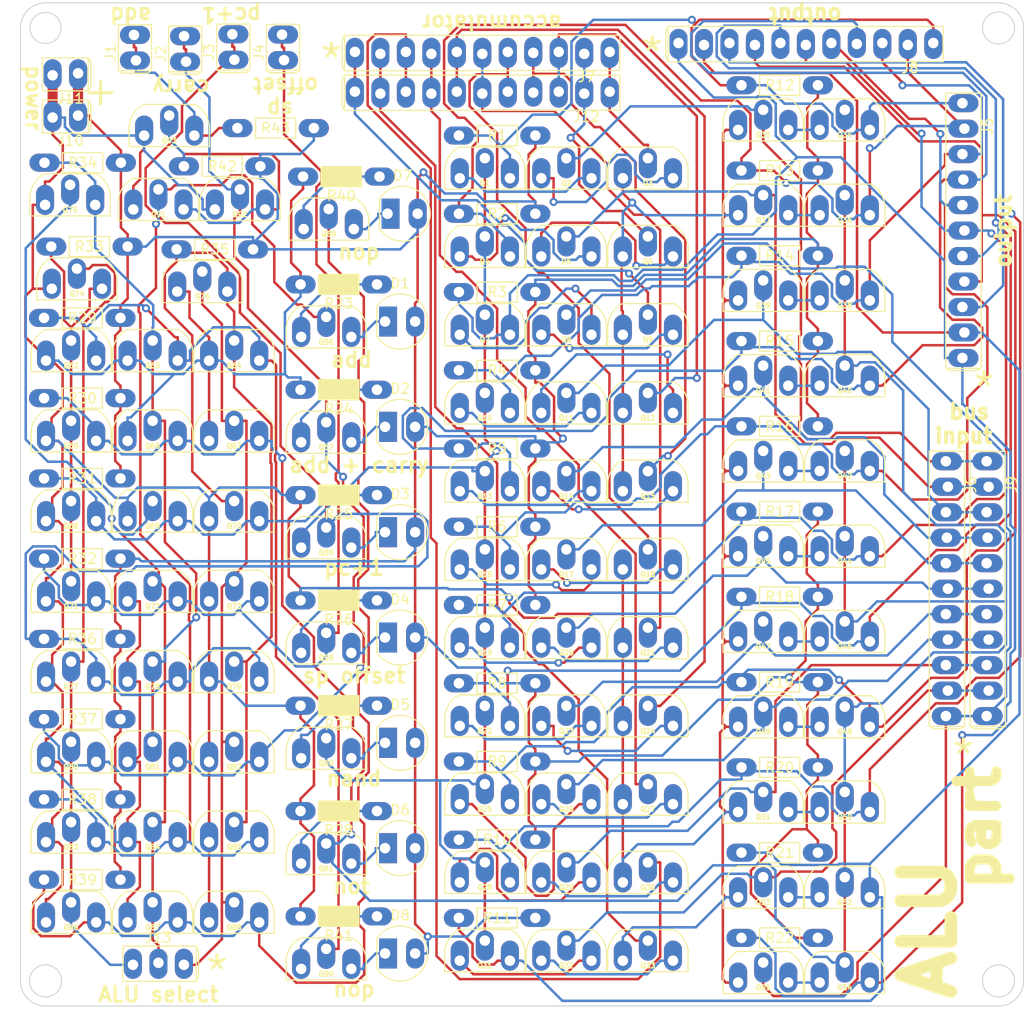
<source format=kicad_pcb>
(kicad_pcb (version 20171130) (host pcbnew 5.1.5+dfsg1-2build2)
  (layers (0 F.Cu signal) (31 B.Cu signal) (34 B.Paste user) (35 F.Paste user) (36 B.SilkS user) (37 F.SilkS user) (38 B.Mask user) (39 F.Mask user) (44 Edge.Cuts user))
  (net 0 "")
  (net 1 "Net-(D1-Pad1)")
  (net 2 +5V)
  (net 3 "Net-(D2-Pad1)")
  (net 4 "Net-(D3-Pad1)")
  (net 5 "Net-(D4-Pad1)")
  (net 6 "Net-(D5-Pad1)")
  (net 7 "Net-(D6-Pad1)")
  (net 8 "Net-(D7-Pad1)")
  (net 9 "Net-(D8-Pad1)")
  (net 10 /Sheet63BFA3AE/e)
  (net 11 /Sheet63BFDF12/out10)
  (net 12 /Sheet63BFDF12/out9)
  (net 13 /Sheet63BFDF12/out8)
  (net 14 /Sheet63BFDF12/out7)
  (net 15 /Sheet63BFDF12/out6)
  (net 16 /Sheet63BFDF12/out5)
  (net 17 /Sheet63BFDF12/out4)
  (net 18 /Sheet63BFDF12/out3)
  (net 19 /Sheet63BFDF12/out2)
  (net 20 /Sheet63BFDF12/out1)
  (net 21 /Sheet63BFDF12/out0)
  (net 22 /Sheet63BFDF12/a0)
  (net 23 /Sheet63BFDF12/a1)
  (net 24 /Sheet63BFDF12/a2)
  (net 25 /Sheet63BFDF12/a3)
  (net 26 /Sheet63BFDF12/a4)
  (net 27 /Sheet63BFDF12/a5)
  (net 28 /Sheet63BFDF12/a6)
  (net 29 /Sheet63BFDF12/a7)
  (net 30 /Sheet63BFDF12/a8)
  (net 31 /Sheet63BFDF12/a9)
  (net 32 /Sheet63BFDF12/a10)
  (net 33 /Sheet63BFDF12/b10)
  (net 34 /Sheet63BFDF12/b9)
  (net 35 /Sheet63BFDF12/b8)
  (net 36 /Sheet63BFDF12/b6)
  (net 37 /Sheet63BFDF12/b5)
  (net 38 /Sheet63BFDF12/b4)
  (net 39 /Sheet63BFDF12/b3)
  (net 40 /Sheet63BFDF12/b2)
  (net 41 /Sheet63BFDF12/b1)
  (net 42 /Sheet63BFDF12/b0)
  (net 43 GND)
  (net 44 /Sheet63BFDF12/enable)
  (net 45 "Net-(Q1-Pad1)")
  (net 46 "Net-(Q2-Pad1)")
  (net 47 "Net-(Q4-Pad1)")
  (net 48 "Net-(Q5-Pad1)")
  (net 49 "Net-(Q7-Pad1)")
  (net 50 "Net-(Q8-Pad1)")
  (net 51 "Net-(Q10-Pad1)")
  (net 52 "Net-(Q11-Pad1)")
  (net 53 "Net-(Q13-Pad1)")
  (net 54 "Net-(Q14-Pad1)")
  (net 55 "Net-(Q16-Pad1)")
  (net 56 "Net-(Q17-Pad1)")
  (net 57 "Net-(Q19-Pad1)")
  (net 58 "Net-(Q20-Pad1)")
  (net 59 "Net-(Q22-Pad1)")
  (net 60 "Net-(Q23-Pad1)")
  (net 61 "Net-(Q25-Pad1)")
  (net 62 "Net-(Q26-Pad1)")
  (net 63 "Net-(Q28-Pad1)")
  (net 64 "Net-(Q29-Pad1)")
  (net 65 "Net-(Q31-Pad1)")
  (net 66 "Net-(Q32-Pad1)")
  (net 67 "Net-(Q34-Pad1)")
  (net 68 /sheet63E1DFB6/enable)
  (net 69 "Net-(Q36-Pad1)")
  (net 70 "Net-(Q38-Pad1)")
  (net 71 "Net-(Q40-Pad1)")
  (net 72 "Net-(Q42-Pad1)")
  (net 73 "Net-(Q44-Pad1)")
  (net 74 "Net-(Q46-Pad1)")
  (net 75 "Net-(Q48-Pad1)")
  (net 76 "Net-(Q50-Pad1)")
  (net 77 "Net-(Q52-Pad1)")
  (net 78 "Net-(Q54-Pad1)")
  (net 79 "Net-(Q56-Pad1)")
  (net 80 "Net-(Q57-Pad1)")
  (net 81 "Net-(Q58-Pad1)")
  (net 82 "Net-(Q59-Pad1)")
  (net 83 "Net-(Q60-Pad1)")
  (net 84 "Net-(Q61-Pad1)")
  (net 85 /Sheet63BFA3AE/Sheet63BAB2B1/a)
  (net 86 /Sheet63BFA3AE/h)
  (net 87 /Sheet63BFA3AE/Sheet63BAB2B1/b)
  (net 88 /Sheet63BFA3AE/cin)
  (net 89 /Sheet63BFA3AE/bin)
  (net 90 /Sheet63BFA3AE/ain)
  (net 91 /Sheet63BFA3AE/d)
  (net 92 /Sheet63BFA3AE/a)
  (net 93 "Net-(Q89-Pad1)")
  (net 94 "Net-(Q90-Pad1)")
  (net 95 /Sheet63BFDF12/b7)
  (net 96 /Sheet63BFA3AE/Sheet63BAB2B1/c)
  (net 97 /Sheet64807415/out)
  (net 98 /Sheet648070F7/b)
  (net 99 /Sheet648070F7/a)
  (net 100 /Sheet64807415/in)
  (module processor2:resistor_tight (layer F.Cu) (at 75.438 62.484)
    (fp_text reference R43 (at 0 0) (layer F.SilkS))
    (fp_text value R)
    (pad 2 thru_hole oval (at -3.81 0 90) (size 1.8 3) (drill 1.05) (layers *.Cu *.Mask) (net 97 /Sheet64807415/out))
    (pad 1 thru_hole oval (at 3.81 0 90) (size 1.8 3) (drill 1.05) (layers *.Cu *.Mask) (net 2 +5V))
  )
  (module processor2:resistor_tight (layer F.Cu) (at 70.104 66.294)
    (fp_text reference R42 (at 0 0) (layer F.SilkS))
    (fp_text value R)
    (pad 2 thru_hole oval (at -3.81 0 90) (size 1.8 3) (drill 1.05) (layers *.Cu *.Mask) (net 100 /Sheet64807415/in))
    (pad 1 thru_hole oval (at 3.81 0 90) (size 1.8 3) (drill 1.05) (layers *.Cu *.Mask) (net 2 +5V))
  )
  (module processor2:2n7000_tight (layer F.Cu) (at 64.83 62.23)
    (fp_text reference Q93 (at 0 1.5) (layer F.SilkS) (effects (font (size 0.5 0.5) (thickness 0.125))))
    (fp_text value 2N7000)
    (pad 3 thru_hole oval (at 2.5 1) (size 1.8 3) (drill 1.05 (offset 0 -0.5)) (layers *.Cu *.Mask) (net 97 /Sheet64807415/out))
    (pad 2 thru_hole oval (at 0 -1) (size 1.8 3) (drill 1.05 (offset 0 0.5)) (layers *.Cu *.Mask) (net 100 /Sheet64807415/in))
    (pad 1 thru_hole oval (at -2.5 1) (size 1.8 3) (drill 1.05 (offset 0 -0.5)) (layers *.Cu *.Mask) (net 43 GND))
  )
  (module processor2:2n7000_tight (layer F.Cu) (at 71.882 69.596)
    (fp_text reference Q92 (at 0 1.5) (layer F.SilkS) (effects (font (size 0.5 0.5) (thickness 0.125))))
    (fp_text value 2N7000)
    (pad 3 thru_hole oval (at 2.5 1) (size 1.8 3) (drill 1.05 (offset 0 -0.5)) (layers *.Cu *.Mask) (net 100 /Sheet64807415/in))
    (pad 2 thru_hole oval (at 0 -1) (size 1.8 3) (drill 1.05 (offset 0 0.5)) (layers *.Cu *.Mask) (net 98 /Sheet648070F7/b))
    (pad 1 thru_hole oval (at -2.5 1) (size 1.8 3) (drill 1.05 (offset 0 -0.5)) (layers *.Cu *.Mask) (net 43 GND))
  )
  (module processor2:2n7000_tight (layer F.Cu) (at 63.754 69.596)
    (fp_text reference Q91 (at 0 1.5) (layer F.SilkS) (effects (font (size 0.5 0.5) (thickness 0.125))))
    (fp_text value 2N7000)
    (pad 3 thru_hole oval (at 2.5 1) (size 1.8 3) (drill 1.05 (offset 0 -0.5)) (layers *.Cu *.Mask) (net 100 /Sheet64807415/in))
    (pad 2 thru_hole oval (at 0 -1) (size 1.8 3) (drill 1.05 (offset 0 0.5)) (layers *.Cu *.Mask) (net 99 /Sheet648070F7/a))
    (pad 1 thru_hole oval (at -2.5 1) (size 1.8 3) (drill 1.05 (offset 0 -0.5)) (layers *.Cu *.Mask) (net 43 GND))
  )
  (module processor2:led_5mm_tight (layer F.Cu) (at 87.844 81.768)
    (fp_text reference D1 (at 0 -3.81) (layer F.SilkS))
    (fp_text value LED)
    (pad 2 thru_hole oval (at 1.5 0) (size 1.8 3) (drill 1.05) (layers *.Cu *.Mask) (net 2 +5V))
    (pad 1 thru_hole rect (at -1.5 0) (size 1.8 3) (drill 1.05 (offset 0.3 0)) (layers *.Cu *.Mask) (net 1 "Net-(D1-Pad1)"))
  )
  (module processor2:led_5mm_tight (layer F.Cu) (at 87.844 92.268)
    (fp_text reference D2 (at 0 -3.81) (layer F.SilkS))
    (fp_text value LED)
    (pad 2 thru_hole oval (at 1.5 0) (size 1.8 3) (drill 1.05) (layers *.Cu *.Mask) (net 2 +5V))
    (pad 1 thru_hole rect (at -1.5 0) (size 1.8 3) (drill 1.05 (offset 0.3 0)) (layers *.Cu *.Mask) (net 3 "Net-(D2-Pad1)"))
  )
  (module processor2:led_5mm_tight (layer F.Cu) (at 87.844 102.768)
    (fp_text reference D3 (at 0 -3.81) (layer F.SilkS))
    (fp_text value LED)
    (pad 1 thru_hole rect (at -1.5 0) (size 1.8 3) (drill 1.05 (offset 0.3 0)) (layers *.Cu *.Mask) (net 4 "Net-(D3-Pad1)"))
    (pad 2 thru_hole oval (at 1.5 0) (size 1.8 3) (drill 1.05) (layers *.Cu *.Mask) (net 2 +5V))
  )
  (module processor2:led_5mm_tight (layer F.Cu) (at 87.844 113.268)
    (fp_text reference D4 (at 0 -3.81) (layer F.SilkS))
    (fp_text value LED)
    (pad 2 thru_hole oval (at 1.5 0) (size 1.8 3) (drill 1.05) (layers *.Cu *.Mask) (net 2 +5V))
    (pad 1 thru_hole rect (at -1.5 0) (size 1.8 3) (drill 1.05 (offset 0.3 0)) (layers *.Cu *.Mask) (net 5 "Net-(D4-Pad1)"))
  )
  (module processor2:led_5mm_tight (layer F.Cu) (at 87.844 123.768)
    (fp_text reference D5 (at 0 -3.81) (layer F.SilkS))
    (fp_text value LED)
    (pad 1 thru_hole rect (at -1.5 0) (size 1.8 3) (drill 1.05 (offset 0.3 0)) (layers *.Cu *.Mask) (net 6 "Net-(D5-Pad1)"))
    (pad 2 thru_hole oval (at 1.5 0) (size 1.8 3) (drill 1.05) (layers *.Cu *.Mask) (net 2 +5V))
  )
  (module processor2:led_5mm_tight (layer F.Cu) (at 87.844 134.268)
    (fp_text reference D6 (at 0 -3.81) (layer F.SilkS))
    (fp_text value LED)
    (pad 2 thru_hole oval (at 1.5 0) (size 1.8 3) (drill 1.05) (layers *.Cu *.Mask) (net 2 +5V))
    (pad 1 thru_hole rect (at -1.5 0) (size 1.8 3) (drill 1.05 (offset 0.3 0)) (layers *.Cu *.Mask) (net 7 "Net-(D6-Pad1)"))
  )
  (module processor2:led_5mm_tight (layer F.Cu) (at 88.094 71.018)
    (fp_text reference D7 (at 0 -3.81) (layer F.SilkS))
    (fp_text value LED)
    (pad 1 thru_hole rect (at -1.5 0) (size 1.8 3) (drill 1.05 (offset 0.3 0)) (layers *.Cu *.Mask) (net 8 "Net-(D7-Pad1)"))
    (pad 2 thru_hole oval (at 1.5 0) (size 1.8 3) (drill 1.05) (layers *.Cu *.Mask) (net 2 +5V))
  )
  (module processor2:led_5mm_tight (layer F.Cu) (at 87.844 144.768)
    (fp_text reference D8 (at 0 -3.81) (layer F.SilkS))
    (fp_text value LED)
    (pad 2 thru_hole oval (at 1.5 0) (size 1.8 3) (drill 1.05) (layers *.Cu *.Mask) (net 2 +5V))
    (pad 1 thru_hole rect (at -1.5 0) (size 1.8 3) (drill 1.05 (offset 0.3 0)) (layers *.Cu *.Mask) (net 9 "Net-(D8-Pad1)"))
  )
  (module processor2:2pin_tight (layer F.Cu) (at 61.4157 55.7388 270)
    (fp_text reference J1 (at -0.762 2.413 90) (layer F.SilkS))
    (fp_text value add)
    (pad 2 thru_hole oval (at -2.54 0.1 270) (size 1.8 3) (drill 1.05 (offset 0 -0.1)) (layers *.Cu *.Mask) (net 97 /Sheet64807415/out))
    (pad 1 thru_hole oval (at 0 -0.1 270) (size 1.8 3) (drill 1.05 (offset 0 0.1)) (layers *.Cu *.Mask) (net 97 /Sheet64807415/out))
  )
  (module processor2:2pin_tight (layer F.Cu) (at 66.4093 55.8632 270)
    (fp_text reference J2 (at -0.762 2.413 90) (layer F.SilkS))
    (fp_text value carry)
    (pad 1 thru_hole oval (at 0 -0.1 270) (size 1.8 3) (drill 1.05 (offset 0 0.1)) (layers *.Cu *.Mask) (net 98 /Sheet648070F7/b))
    (pad 2 thru_hole oval (at -2.54 0.1 270) (size 1.8 3) (drill 1.05 (offset 0 -0.1)) (layers *.Cu *.Mask) (net 98 /Sheet648070F7/b))
  )
  (module processor2:2pin_tight (layer F.Cu) (at 71.2226 55.6702 270)
    (fp_text reference J3 (at -0.762 2.413 90) (layer F.SilkS))
    (fp_text value pc+1)
    (pad 2 thru_hole oval (at -2.54 0.1 270) (size 1.8 3) (drill 1.05 (offset 0 -0.1)) (layers *.Cu *.Mask) (net 91 /Sheet63BFA3AE/d))
    (pad 1 thru_hole oval (at 0 -0.1 270) (size 1.8 3) (drill 1.05 (offset 0 0.1)) (layers *.Cu *.Mask) (net 91 /Sheet63BFA3AE/d))
  )
  (module processor2:2pin_tight (layer F.Cu) (at 76.1756 55.7058 270)
    (fp_text reference J4 (at -0.762 2.413 90) (layer F.SilkS))
    (fp_text value "sp offset")
    (pad 1 thru_hole oval (at 0 -0.1 270) (size 1.8 3) (drill 1.05 (offset 0 0.1)) (layers *.Cu *.Mask) (net 10 /Sheet63BFA3AE/e))
    (pad 2 thru_hole oval (at -2.54 0.1 270) (size 1.8 3) (drill 1.05 (offset 0 -0.1)) (layers *.Cu *.Mask) (net 10 /Sheet63BFA3AE/e))
  )
  (module processor2:11pin_tight (layer F.Cu) (at 144 60 270)
    (fp_text reference J5 (at 2.3114 -2.413 90) (layer F.SilkS))
    (fp_text value Conn_01x11_Male)
    (pad 11 thru_hole oval (at 25.4 0.1 270) (size 1.8 3) (drill 1.05 (offset 0 -0.1)) (layers *.Cu *.Mask) (net 11 /Sheet63BFDF12/out10))
    (pad 10 thru_hole oval (at 22.86 -0.1 270) (size 1.8 3) (drill 1.05 (offset 0 0.1)) (layers *.Cu *.Mask) (net 12 /Sheet63BFDF12/out9))
    (pad 9 thru_hole oval (at 20.32 0.1 270) (size 1.8 3) (drill 1.05 (offset 0 -0.1)) (layers *.Cu *.Mask) (net 13 /Sheet63BFDF12/out8))
    (pad 8 thru_hole oval (at 17.78 -0.1 270) (size 1.8 3) (drill 1.05 (offset 0 0.1)) (layers *.Cu *.Mask) (net 14 /Sheet63BFDF12/out7))
    (pad 7 thru_hole oval (at 15.24 0.1 270) (size 1.8 3) (drill 1.05 (offset 0 -0.1)) (layers *.Cu *.Mask) (net 15 /Sheet63BFDF12/out6))
    (pad 6 thru_hole oval (at 12.7 -0.1 270) (size 1.8 3) (drill 1.05 (offset 0 0.1)) (layers *.Cu *.Mask) (net 16 /Sheet63BFDF12/out5))
    (pad 5 thru_hole oval (at 10.16 0.1 270) (size 1.8 3) (drill 1.05 (offset 0 -0.1)) (layers *.Cu *.Mask) (net 17 /Sheet63BFDF12/out4))
    (pad 4 thru_hole oval (at 7.62 0 270) (size 1.8 3) (drill 1.05 (offset 0 0.1)) (layers *.Cu *.Mask) (net 18 /Sheet63BFDF12/out3))
    (pad 3 thru_hole oval (at 5.08 0.1 270) (size 1.8 3) (drill 1.05 (offset 0 -0.1)) (layers *.Cu *.Mask) (net 19 /Sheet63BFDF12/out2))
    (pad 2 thru_hole oval (at 2.54 -0.1 270) (size 1.8 3) (drill 1.05 (offset 0 0.1)) (layers *.Cu *.Mask) (net 20 /Sheet63BFDF12/out1))
    (pad 1 thru_hole oval (at 0 0.1 270) (size 1.8 3) (drill 1.05 (offset 0 -0.1)) (layers *.Cu *.Mask) (net 21 /Sheet63BFDF12/out0))
  )
  (module processor2:11pin_tight (layer F.Cu) (at 142.354 95.7 270)
    (fp_text reference J6 (at 2.3114 -2.413 90) (layer F.SilkS))
    (fp_text value Conn_01x11_Male)
    (pad 1 thru_hole oval (at 0 0.1 270) (size 1.8 3) (drill 1.05 (offset 0 -0.1)) (layers *.Cu *.Mask) (net 22 /Sheet63BFDF12/a0))
    (pad 2 thru_hole oval (at 2.54 -0.1 270) (size 1.8 3) (drill 1.05 (offset 0 0.1)) (layers *.Cu *.Mask) (net 23 /Sheet63BFDF12/a1))
    (pad 3 thru_hole oval (at 5.08 0.1 270) (size 1.8 3) (drill 1.05 (offset 0 -0.1)) (layers *.Cu *.Mask) (net 24 /Sheet63BFDF12/a2))
    (pad 4 thru_hole oval (at 7.62 0 270) (size 1.8 3) (drill 1.05 (offset 0 0.1)) (layers *.Cu *.Mask) (net 25 /Sheet63BFDF12/a3))
    (pad 5 thru_hole oval (at 10.16 0.1 270) (size 1.8 3) (drill 1.05 (offset 0 -0.1)) (layers *.Cu *.Mask) (net 26 /Sheet63BFDF12/a4))
    (pad 6 thru_hole oval (at 12.7 -0.1 270) (size 1.8 3) (drill 1.05 (offset 0 0.1)) (layers *.Cu *.Mask) (net 27 /Sheet63BFDF12/a5))
    (pad 7 thru_hole oval (at 15.24 0.1 270) (size 1.8 3) (drill 1.05 (offset 0 -0.1)) (layers *.Cu *.Mask) (net 28 /Sheet63BFDF12/a6))
    (pad 8 thru_hole oval (at 17.78 -0.1 270) (size 1.8 3) (drill 1.05 (offset 0 0.1)) (layers *.Cu *.Mask) (net 29 /Sheet63BFDF12/a7))
    (pad 9 thru_hole oval (at 20.32 0.1 270) (size 1.8 3) (drill 1.05 (offset 0 -0.1)) (layers *.Cu *.Mask) (net 30 /Sheet63BFDF12/a8))
    (pad 10 thru_hole oval (at 22.86 -0.1 270) (size 1.8 3) (drill 1.05 (offset 0 0.1)) (layers *.Cu *.Mask) (net 31 /Sheet63BFDF12/a9))
    (pad 11 thru_hole oval (at 25.4 0.1 270) (size 1.8 3) (drill 1.05 (offset 0 -0.1)) (layers *.Cu *.Mask) (net 32 /Sheet63BFDF12/a10))
  )
  (module processor2:11pin_tight (layer F.Cu) (at 108.742 54.986 180)
    (fp_text reference J7 (at 2.3114 -2.413) (layer F.SilkS))
    (fp_text value Conn_01x11_Male)
    (pad 11 thru_hole oval (at 25.4 0.1 180) (size 1.8 3) (drill 1.05 (offset 0 -0.1)) (layers *.Cu *.Mask) (net 33 /Sheet63BFDF12/b10))
    (pad 10 thru_hole oval (at 22.86 -0.1 180) (size 1.8 3) (drill 1.05 (offset 0 0.1)) (layers *.Cu *.Mask) (net 34 /Sheet63BFDF12/b9))
    (pad 9 thru_hole oval (at 20.32 0.1 180) (size 1.8 3) (drill 1.05 (offset 0 -0.1)) (layers *.Cu *.Mask) (net 35 /Sheet63BFDF12/b8))
    (pad 8 thru_hole oval (at 17.78 -0.1 180) (size 1.8 3) (drill 1.05 (offset 0 0.1)) (layers *.Cu *.Mask) (net 95 /Sheet63BFDF12/b7))
    (pad 7 thru_hole oval (at 15.24 0.1 180) (size 1.8 3) (drill 1.05 (offset 0 -0.1)) (layers *.Cu *.Mask) (net 36 /Sheet63BFDF12/b6))
    (pad 6 thru_hole oval (at 12.7 -0.1 180) (size 1.8 3) (drill 1.05 (offset 0 0.1)) (layers *.Cu *.Mask) (net 37 /Sheet63BFDF12/b5))
    (pad 5 thru_hole oval (at 10.16 0.1 180) (size 1.8 3) (drill 1.05 (offset 0 -0.1)) (layers *.Cu *.Mask) (net 38 /Sheet63BFDF12/b4))
    (pad 4 thru_hole oval (at 7.62 0 180) (size 1.8 3) (drill 1.05 (offset 0 0.1)) (layers *.Cu *.Mask) (net 39 /Sheet63BFDF12/b3))
    (pad 3 thru_hole oval (at 5.08 0.1 180) (size 1.8 3) (drill 1.05 (offset 0 -0.1)) (layers *.Cu *.Mask) (net 40 /Sheet63BFDF12/b2))
    (pad 2 thru_hole oval (at 2.54 -0.1 180) (size 1.8 3) (drill 1.05 (offset 0 0.1)) (layers *.Cu *.Mask) (net 41 /Sheet63BFDF12/b1))
    (pad 1 thru_hole oval (at 0 0.1 180) (size 1.8 3) (drill 1.05 (offset 0 -0.1)) (layers *.Cu *.Mask) (net 42 /Sheet63BFDF12/b0))
  )
  (module processor2:11pin_tight (layer F.Cu) (at 141 54.1 180)
    (fp_text reference J8 (at 2.3114 -2.413) (layer F.SilkS))
    (fp_text value Conn_01x11_Male)
    (pad 1 thru_hole oval (at 0 0.1 180) (size 1.8 3) (drill 1.05 (offset 0 -0.1)) (layers *.Cu *.Mask) (net 21 /Sheet63BFDF12/out0))
    (pad 2 thru_hole oval (at 2.54 -0.1 180) (size 1.8 3) (drill 1.05 (offset 0 0.1)) (layers *.Cu *.Mask) (net 20 /Sheet63BFDF12/out1))
    (pad 3 thru_hole oval (at 5.08 0.1 180) (size 1.8 3) (drill 1.05 (offset 0 -0.1)) (layers *.Cu *.Mask) (net 19 /Sheet63BFDF12/out2))
    (pad 4 thru_hole oval (at 7.62 0 180) (size 1.8 3) (drill 1.05 (offset 0 0.1)) (layers *.Cu *.Mask) (net 18 /Sheet63BFDF12/out3))
    (pad 5 thru_hole oval (at 10.16 0.1 180) (size 1.8 3) (drill 1.05 (offset 0 -0.1)) (layers *.Cu *.Mask) (net 17 /Sheet63BFDF12/out4))
    (pad 6 thru_hole oval (at 12.7 -0.1 180) (size 1.8 3) (drill 1.05 (offset 0 0.1)) (layers *.Cu *.Mask) (net 16 /Sheet63BFDF12/out5))
    (pad 7 thru_hole oval (at 15.24 0.1 180) (size 1.8 3) (drill 1.05 (offset 0 -0.1)) (layers *.Cu *.Mask) (net 15 /Sheet63BFDF12/out6))
    (pad 8 thru_hole oval (at 17.78 -0.1 180) (size 1.8 3) (drill 1.05 (offset 0 0.1)) (layers *.Cu *.Mask) (net 14 /Sheet63BFDF12/out7))
    (pad 9 thru_hole oval (at 20.32 0.1 180) (size 1.8 3) (drill 1.05 (offset 0 -0.1)) (layers *.Cu *.Mask) (net 13 /Sheet63BFDF12/out8))
    (pad 10 thru_hole oval (at 22.86 -0.1 180) (size 1.8 3) (drill 1.05 (offset 0 0.1)) (layers *.Cu *.Mask) (net 12 /Sheet63BFDF12/out9))
    (pad 11 thru_hole oval (at 25.4 0.1 180) (size 1.8 3) (drill 1.05 (offset 0 -0.1)) (layers *.Cu *.Mask) (net 11 /Sheet63BFDF12/out10))
  )
  (module processor2:11pin_tight (layer F.Cu) (at 146.418 95.7 270)
    (fp_text reference J9 (at 2.3114 -2.413 90) (layer F.SilkS))
    (fp_text value Conn_01x11_Male)
    (pad 1 thru_hole oval (at 0 0.1 270) (size 1.8 3) (drill 1.05 (offset 0 -0.1)) (layers *.Cu *.Mask) (net 22 /Sheet63BFDF12/a0))
    (pad 2 thru_hole oval (at 2.54 -0.1 270) (size 1.8 3) (drill 1.05 (offset 0 0.1)) (layers *.Cu *.Mask) (net 23 /Sheet63BFDF12/a1))
    (pad 3 thru_hole oval (at 5.08 0.1 270) (size 1.8 3) (drill 1.05 (offset 0 -0.1)) (layers *.Cu *.Mask) (net 24 /Sheet63BFDF12/a2))
    (pad 4 thru_hole oval (at 7.62 0 270) (size 1.8 3) (drill 1.05 (offset 0 0.1)) (layers *.Cu *.Mask) (net 25 /Sheet63BFDF12/a3))
    (pad 5 thru_hole oval (at 10.16 0.1 270) (size 1.8 3) (drill 1.05 (offset 0 -0.1)) (layers *.Cu *.Mask) (net 26 /Sheet63BFDF12/a4))
    (pad 6 thru_hole oval (at 12.7 -0.1 270) (size 1.8 3) (drill 1.05 (offset 0 0.1)) (layers *.Cu *.Mask) (net 27 /Sheet63BFDF12/a5))
    (pad 7 thru_hole oval (at 15.24 0.1 270) (size 1.8 3) (drill 1.05 (offset 0 -0.1)) (layers *.Cu *.Mask) (net 28 /Sheet63BFDF12/a6))
    (pad 8 thru_hole oval (at 17.78 -0.1 270) (size 1.8 3) (drill 1.05 (offset 0 0.1)) (layers *.Cu *.Mask) (net 29 /Sheet63BFDF12/a7))
    (pad 9 thru_hole oval (at 20.32 0.1 270) (size 1.8 3) (drill 1.05 (offset 0 -0.1)) (layers *.Cu *.Mask) (net 30 /Sheet63BFDF12/a8))
    (pad 10 thru_hole oval (at 22.86 -0.1 270) (size 1.8 3) (drill 1.05 (offset 0 0.1)) (layers *.Cu *.Mask) (net 31 /Sheet63BFDF12/a9))
    (pad 11 thru_hole oval (at 25.4 0.1 270) (size 1.8 3) (drill 1.05 (offset 0 -0.1)) (layers *.Cu *.Mask) (net 32 /Sheet63BFDF12/a10))
  )
  (module processor2:2pin_tight (layer F.Cu) (at 55.7439 61.3324)
    (fp_text reference J10 (at -0.762 2.413) (layer F.SilkS))
    (fp_text value Conn_01x02_Male)
    (pad 2 thru_hole oval (at -2.54 0.1) (size 1.8 3) (drill 1.05 (offset 0 -0.1)) (layers *.Cu *.Mask) (net 43 GND))
    (pad 1 thru_hole oval (at 0 -0.1) (size 1.8 3) (drill 1.05 (offset 0 0.1)) (layers *.Cu *.Mask) (net 2 +5V))
  )
  (module processor2:2pin_tight (layer F.Cu) (at 55.7455 57.1202)
    (fp_text reference J11 (at -0.762 2.413) (layer F.SilkS))
    (fp_text value Conn_01x02_Male)
    (pad 1 thru_hole oval (at 0 -0.1) (size 1.8 3) (drill 1.05 (offset 0 0.1)) (layers *.Cu *.Mask) (net 2 +5V))
    (pad 2 thru_hole oval (at -2.54 0.1) (size 1.8 3) (drill 1.05 (offset 0 -0.1)) (layers *.Cu *.Mask) (net 43 GND))
  )
  (module processor2:2n7000_tight (layer F.Cu) (at 96.294 66.484)
    (fp_text reference Q1 (at 0 1.5) (layer F.SilkS) (effects (font (size 0.5 0.5) (thickness 0.125))))
    (fp_text value 2N7000)
    (pad 3 thru_hole oval (at 2.5 1) (size 1.8 3) (drill 1.05 (offset 0 -0.5)) (layers *.Cu *.Mask) (net 21 /Sheet63BFDF12/out0))
    (pad 2 thru_hole oval (at 0 -1) (size 1.8 3) (drill 1.05 (offset 0 0.5)) (layers *.Cu *.Mask) (net 44 /Sheet63BFDF12/enable))
    (pad 1 thru_hole oval (at -2.5 1) (size 1.8 3) (drill 1.05 (offset 0 -0.5)) (layers *.Cu *.Mask) (net 45 "Net-(Q1-Pad1)"))
  )
  (module processor2:2n7000_tight (layer F.Cu) (at 104.422 66.484)
    (fp_text reference Q2 (at 0 1.5) (layer F.SilkS) (effects (font (size 0.5 0.5) (thickness 0.125))))
    (fp_text value 2N7000)
    (pad 1 thru_hole oval (at -2.5 1) (size 1.8 3) (drill 1.05 (offset 0 -0.5)) (layers *.Cu *.Mask) (net 46 "Net-(Q2-Pad1)"))
    (pad 2 thru_hole oval (at 0 -1) (size 1.8 3) (drill 1.05 (offset 0 0.5)) (layers *.Cu *.Mask) (net 22 /Sheet63BFDF12/a0))
    (pad 3 thru_hole oval (at 2.5 1) (size 1.8 3) (drill 1.05 (offset 0 -0.5)) (layers *.Cu *.Mask) (net 45 "Net-(Q1-Pad1)"))
  )
  (module processor2:2n7000_tight (layer F.Cu) (at 112.55 66.484)
    (fp_text reference Q3 (at 0 1.5) (layer F.SilkS) (effects (font (size 0.5 0.5) (thickness 0.125))))
    (fp_text value 2N7000)
    (pad 3 thru_hole oval (at 2.5 1) (size 1.8 3) (drill 1.05 (offset 0 -0.5)) (layers *.Cu *.Mask) (net 46 "Net-(Q2-Pad1)"))
    (pad 2 thru_hole oval (at 0 -1) (size 1.8 3) (drill 1.05 (offset 0 0.5)) (layers *.Cu *.Mask) (net 42 /Sheet63BFDF12/b0))
    (pad 1 thru_hole oval (at -2.5 1) (size 1.8 3) (drill 1.05 (offset 0 -0.5)) (layers *.Cu *.Mask) (net 43 GND))
  )
  (module processor2:2n7000_tight (layer F.Cu) (at 96.294 74.284)
    (fp_text reference Q4 (at 0 1.5) (layer F.SilkS) (effects (font (size 0.5 0.5) (thickness 0.125))))
    (fp_text value 2N7000)
    (pad 1 thru_hole oval (at -2.5 1) (size 1.8 3) (drill 1.05 (offset 0 -0.5)) (layers *.Cu *.Mask) (net 47 "Net-(Q4-Pad1)"))
    (pad 2 thru_hole oval (at 0 -1) (size 1.8 3) (drill 1.05 (offset 0 0.5)) (layers *.Cu *.Mask) (net 44 /Sheet63BFDF12/enable))
    (pad 3 thru_hole oval (at 2.5 1) (size 1.8 3) (drill 1.05 (offset 0 -0.5)) (layers *.Cu *.Mask) (net 20 /Sheet63BFDF12/out1))
  )
  (module processor2:2n7000_tight (layer F.Cu) (at 104.422 74.284)
    (fp_text reference Q5 (at 0 1.5) (layer F.SilkS) (effects (font (size 0.5 0.5) (thickness 0.125))))
    (fp_text value 2N7000)
    (pad 3 thru_hole oval (at 2.5 1) (size 1.8 3) (drill 1.05 (offset 0 -0.5)) (layers *.Cu *.Mask) (net 47 "Net-(Q4-Pad1)"))
    (pad 2 thru_hole oval (at 0 -1) (size 1.8 3) (drill 1.05 (offset 0 0.5)) (layers *.Cu *.Mask) (net 23 /Sheet63BFDF12/a1))
    (pad 1 thru_hole oval (at -2.5 1) (size 1.8 3) (drill 1.05 (offset 0 -0.5)) (layers *.Cu *.Mask) (net 48 "Net-(Q5-Pad1)"))
  )
  (module processor2:2n7000_tight (layer F.Cu) (at 112.55 74.284)
    (fp_text reference Q6 (at 0 1.5) (layer F.SilkS) (effects (font (size 0.5 0.5) (thickness 0.125))))
    (fp_text value 2N7000)
    (pad 3 thru_hole oval (at 2.5 1) (size 1.8 3) (drill 1.05 (offset 0 -0.5)) (layers *.Cu *.Mask) (net 48 "Net-(Q5-Pad1)"))
    (pad 2 thru_hole oval (at 0 -1) (size 1.8 3) (drill 1.05 (offset 0 0.5)) (layers *.Cu *.Mask) (net 41 /Sheet63BFDF12/b1))
    (pad 1 thru_hole oval (at -2.5 1) (size 1.8 3) (drill 1.05 (offset 0 -0.5)) (layers *.Cu *.Mask) (net 43 GND))
  )
  (module processor2:2n7000_tight (layer F.Cu) (at 96.294 82.084)
    (fp_text reference Q7 (at 0 1.5) (layer F.SilkS) (effects (font (size 0.5 0.5) (thickness 0.125))))
    (fp_text value 2N7000)
    (pad 1 thru_hole oval (at -2.5 1) (size 1.8 3) (drill 1.05 (offset 0 -0.5)) (layers *.Cu *.Mask) (net 49 "Net-(Q7-Pad1)"))
    (pad 2 thru_hole oval (at 0 -1) (size 1.8 3) (drill 1.05 (offset 0 0.5)) (layers *.Cu *.Mask) (net 44 /Sheet63BFDF12/enable))
    (pad 3 thru_hole oval (at 2.5 1) (size 1.8 3) (drill 1.05 (offset 0 -0.5)) (layers *.Cu *.Mask) (net 11 /Sheet63BFDF12/out10))
  )
  (module processor2:2n7000_tight (layer F.Cu) (at 104.422 82.084)
    (fp_text reference Q8 (at 0 1.5) (layer F.SilkS) (effects (font (size 0.5 0.5) (thickness 0.125))))
    (fp_text value 2N7000)
    (pad 3 thru_hole oval (at 2.5 1) (size 1.8 3) (drill 1.05 (offset 0 -0.5)) (layers *.Cu *.Mask) (net 49 "Net-(Q7-Pad1)"))
    (pad 2 thru_hole oval (at 0 -1) (size 1.8 3) (drill 1.05 (offset 0 0.5)) (layers *.Cu *.Mask) (net 32 /Sheet63BFDF12/a10))
    (pad 1 thru_hole oval (at -2.5 1) (size 1.8 3) (drill 1.05 (offset 0 -0.5)) (layers *.Cu *.Mask) (net 50 "Net-(Q8-Pad1)"))
  )
  (module processor2:2n7000_tight (layer F.Cu) (at 112.55 82.084)
    (fp_text reference Q9 (at 0 1.5) (layer F.SilkS) (effects (font (size 0.5 0.5) (thickness 0.125))))
    (fp_text value 2N7000)
    (pad 1 thru_hole oval (at -2.5 1) (size 1.8 3) (drill 1.05 (offset 0 -0.5)) (layers *.Cu *.Mask) (net 43 GND))
    (pad 2 thru_hole oval (at 0 -1) (size 1.8 3) (drill 1.05 (offset 0 0.5)) (layers *.Cu *.Mask) (net 33 /Sheet63BFDF12/b10))
    (pad 3 thru_hole oval (at 2.5 1) (size 1.8 3) (drill 1.05 (offset 0 -0.5)) (layers *.Cu *.Mask) (net 50 "Net-(Q8-Pad1)"))
  )
  (module processor2:2n7000_tight (layer F.Cu) (at 96.294 89.884)
    (fp_text reference Q10 (at 0 1.5) (layer F.SilkS) (effects (font (size 0.5 0.5) (thickness 0.125))))
    (fp_text value 2N7000)
    (pad 1 thru_hole oval (at -2.5 1) (size 1.8 3) (drill 1.05 (offset 0 -0.5)) (layers *.Cu *.Mask) (net 51 "Net-(Q10-Pad1)"))
    (pad 2 thru_hole oval (at 0 -1) (size 1.8 3) (drill 1.05 (offset 0 0.5)) (layers *.Cu *.Mask) (net 44 /Sheet63BFDF12/enable))
    (pad 3 thru_hole oval (at 2.5 1) (size 1.8 3) (drill 1.05 (offset 0 -0.5)) (layers *.Cu *.Mask) (net 19 /Sheet63BFDF12/out2))
  )
  (module processor2:2n7000_tight (layer F.Cu) (at 104.422 89.884)
    (fp_text reference Q11 (at 0 1.5) (layer F.SilkS) (effects (font (size 0.5 0.5) (thickness 0.125))))
    (fp_text value 2N7000)
    (pad 3 thru_hole oval (at 2.5 1) (size 1.8 3) (drill 1.05 (offset 0 -0.5)) (layers *.Cu *.Mask) (net 51 "Net-(Q10-Pad1)"))
    (pad 2 thru_hole oval (at 0 -1) (size 1.8 3) (drill 1.05 (offset 0 0.5)) (layers *.Cu *.Mask) (net 24 /Sheet63BFDF12/a2))
    (pad 1 thru_hole oval (at -2.5 1) (size 1.8 3) (drill 1.05 (offset 0 -0.5)) (layers *.Cu *.Mask) (net 52 "Net-(Q11-Pad1)"))
  )
  (module processor2:2n7000_tight (layer F.Cu) (at 112.55 89.884)
    (fp_text reference Q12 (at 0 1.5) (layer F.SilkS) (effects (font (size 0.5 0.5) (thickness 0.125))))
    (fp_text value 2N7000)
    (pad 3 thru_hole oval (at 2.5 1) (size 1.8 3) (drill 1.05 (offset 0 -0.5)) (layers *.Cu *.Mask) (net 52 "Net-(Q11-Pad1)"))
    (pad 2 thru_hole oval (at 0 -1) (size 1.8 3) (drill 1.05 (offset 0 0.5)) (layers *.Cu *.Mask) (net 40 /Sheet63BFDF12/b2))
    (pad 1 thru_hole oval (at -2.5 1) (size 1.8 3) (drill 1.05 (offset 0 -0.5)) (layers *.Cu *.Mask) (net 43 GND))
  )
  (module processor2:2n7000_tight (layer F.Cu) (at 96.294 97.684)
    (fp_text reference Q13 (at 0 1.5) (layer F.SilkS) (effects (font (size 0.5 0.5) (thickness 0.125))))
    (fp_text value 2N7000)
    (pad 3 thru_hole oval (at 2.5 1) (size 1.8 3) (drill 1.05 (offset 0 -0.5)) (layers *.Cu *.Mask) (net 18 /Sheet63BFDF12/out3))
    (pad 2 thru_hole oval (at 0 -1) (size 1.8 3) (drill 1.05 (offset 0 0.5)) (layers *.Cu *.Mask) (net 44 /Sheet63BFDF12/enable))
    (pad 1 thru_hole oval (at -2.5 1) (size 1.8 3) (drill 1.05 (offset 0 -0.5)) (layers *.Cu *.Mask) (net 53 "Net-(Q13-Pad1)"))
  )
  (module processor2:2n7000_tight (layer F.Cu) (at 104.422 97.684)
    (fp_text reference Q14 (at 0 1.5) (layer F.SilkS) (effects (font (size 0.5 0.5) (thickness 0.125))))
    (fp_text value 2N7000)
    (pad 3 thru_hole oval (at 2.5 1) (size 1.8 3) (drill 1.05 (offset 0 -0.5)) (layers *.Cu *.Mask) (net 53 "Net-(Q13-Pad1)"))
    (pad 2 thru_hole oval (at 0 -1) (size 1.8 3) (drill 1.05 (offset 0 0.5)) (layers *.Cu *.Mask) (net 25 /Sheet63BFDF12/a3))
    (pad 1 thru_hole oval (at -2.5 1) (size 1.8 3) (drill 1.05 (offset 0 -0.5)) (layers *.Cu *.Mask) (net 54 "Net-(Q14-Pad1)"))
  )
  (module processor2:2n7000_tight (layer F.Cu) (at 112.55 97.684)
    (fp_text reference Q15 (at 0 1.5) (layer F.SilkS) (effects (font (size 0.5 0.5) (thickness 0.125))))
    (fp_text value 2N7000)
    (pad 1 thru_hole oval (at -2.5 1) (size 1.8 3) (drill 1.05 (offset 0 -0.5)) (layers *.Cu *.Mask) (net 43 GND))
    (pad 2 thru_hole oval (at 0 -1) (size 1.8 3) (drill 1.05 (offset 0 0.5)) (layers *.Cu *.Mask) (net 39 /Sheet63BFDF12/b3))
    (pad 3 thru_hole oval (at 2.5 1) (size 1.8 3) (drill 1.05 (offset 0 -0.5)) (layers *.Cu *.Mask) (net 54 "Net-(Q14-Pad1)"))
  )
  (module processor2:2n7000_tight (layer F.Cu) (at 96.294 105.484)
    (fp_text reference Q16 (at 0 1.5) (layer F.SilkS) (effects (font (size 0.5 0.5) (thickness 0.125))))
    (fp_text value 2N7000)
    (pad 3 thru_hole oval (at 2.5 1) (size 1.8 3) (drill 1.05 (offset 0 -0.5)) (layers *.Cu *.Mask) (net 17 /Sheet63BFDF12/out4))
    (pad 2 thru_hole oval (at 0 -1) (size 1.8 3) (drill 1.05 (offset 0 0.5)) (layers *.Cu *.Mask) (net 44 /Sheet63BFDF12/enable))
    (pad 1 thru_hole oval (at -2.5 1) (size 1.8 3) (drill 1.05 (offset 0 -0.5)) (layers *.Cu *.Mask) (net 55 "Net-(Q16-Pad1)"))
  )
  (module processor2:2n7000_tight (layer F.Cu) (at 104.422 105.484)
    (fp_text reference Q17 (at 0 1.5) (layer F.SilkS) (effects (font (size 0.5 0.5) (thickness 0.125))))
    (fp_text value 2N7000)
    (pad 1 thru_hole oval (at -2.5 1) (size 1.8 3) (drill 1.05 (offset 0 -0.5)) (layers *.Cu *.Mask) (net 56 "Net-(Q17-Pad1)"))
    (pad 2 thru_hole oval (at 0 -1) (size 1.8 3) (drill 1.05 (offset 0 0.5)) (layers *.Cu *.Mask) (net 26 /Sheet63BFDF12/a4))
    (pad 3 thru_hole oval (at 2.5 1) (size 1.8 3) (drill 1.05 (offset 0 -0.5)) (layers *.Cu *.Mask) (net 55 "Net-(Q16-Pad1)"))
  )
  (module processor2:2n7000_tight (layer F.Cu) (at 112.55 105.484)
    (fp_text reference Q18 (at 0 1.5) (layer F.SilkS) (effects (font (size 0.5 0.5) (thickness 0.125))))
    (fp_text value 2N7000)
    (pad 1 thru_hole oval (at -2.5 1) (size 1.8 3) (drill 1.05 (offset 0 -0.5)) (layers *.Cu *.Mask) (net 43 GND))
    (pad 2 thru_hole oval (at 0 -1) (size 1.8 3) (drill 1.05 (offset 0 0.5)) (layers *.Cu *.Mask) (net 38 /Sheet63BFDF12/b4))
    (pad 3 thru_hole oval (at 2.5 1) (size 1.8 3) (drill 1.05 (offset 0 -0.5)) (layers *.Cu *.Mask) (net 56 "Net-(Q17-Pad1)"))
  )
  (module processor2:2n7000_tight (layer F.Cu) (at 96.294 113.284)
    (fp_text reference Q19 (at 0 1.5) (layer F.SilkS) (effects (font (size 0.5 0.5) (thickness 0.125))))
    (fp_text value 2N7000)
    (pad 1 thru_hole oval (at -2.5 1) (size 1.8 3) (drill 1.05 (offset 0 -0.5)) (layers *.Cu *.Mask) (net 57 "Net-(Q19-Pad1)"))
    (pad 2 thru_hole oval (at 0 -1) (size 1.8 3) (drill 1.05 (offset 0 0.5)) (layers *.Cu *.Mask) (net 44 /Sheet63BFDF12/enable))
    (pad 3 thru_hole oval (at 2.5 1) (size 1.8 3) (drill 1.05 (offset 0 -0.5)) (layers *.Cu *.Mask) (net 16 /Sheet63BFDF12/out5))
  )
  (module processor2:2n7000_tight (layer F.Cu) (at 104.422 113.284)
    (fp_text reference Q20 (at 0 1.5) (layer F.SilkS) (effects (font (size 0.5 0.5) (thickness 0.125))))
    (fp_text value 2N7000)
    (pad 3 thru_hole oval (at 2.5 1) (size 1.8 3) (drill 1.05 (offset 0 -0.5)) (layers *.Cu *.Mask) (net 57 "Net-(Q19-Pad1)"))
    (pad 2 thru_hole oval (at 0 -1) (size 1.8 3) (drill 1.05 (offset 0 0.5)) (layers *.Cu *.Mask) (net 27 /Sheet63BFDF12/a5))
    (pad 1 thru_hole oval (at -2.5 1) (size 1.8 3) (drill 1.05 (offset 0 -0.5)) (layers *.Cu *.Mask) (net 58 "Net-(Q20-Pad1)"))
  )
  (module processor2:2n7000_tight (layer F.Cu) (at 112.55 113.284)
    (fp_text reference Q21 (at 0 1.5) (layer F.SilkS) (effects (font (size 0.5 0.5) (thickness 0.125))))
    (fp_text value 2N7000)
    (pad 1 thru_hole oval (at -2.5 1) (size 1.8 3) (drill 1.05 (offset 0 -0.5)) (layers *.Cu *.Mask) (net 43 GND))
    (pad 2 thru_hole oval (at 0 -1) (size 1.8 3) (drill 1.05 (offset 0 0.5)) (layers *.Cu *.Mask) (net 37 /Sheet63BFDF12/b5))
    (pad 3 thru_hole oval (at 2.5 1) (size 1.8 3) (drill 1.05 (offset 0 -0.5)) (layers *.Cu *.Mask) (net 58 "Net-(Q20-Pad1)"))
  )
  (module processor2:2n7000_tight (layer F.Cu) (at 96.294 121.084)
    (fp_text reference Q22 (at 0 1.5) (layer F.SilkS) (effects (font (size 0.5 0.5) (thickness 0.125))))
    (fp_text value 2N7000)
    (pad 3 thru_hole oval (at 2.5 1) (size 1.8 3) (drill 1.05 (offset 0 -0.5)) (layers *.Cu *.Mask) (net 15 /Sheet63BFDF12/out6))
    (pad 2 thru_hole oval (at 0 -1) (size 1.8 3) (drill 1.05 (offset 0 0.5)) (layers *.Cu *.Mask) (net 44 /Sheet63BFDF12/enable))
    (pad 1 thru_hole oval (at -2.5 1) (size 1.8 3) (drill 1.05 (offset 0 -0.5)) (layers *.Cu *.Mask) (net 59 "Net-(Q22-Pad1)"))
  )
  (module processor2:2n7000_tight (layer F.Cu) (at 104.422 121.084)
    (fp_text reference Q23 (at 0 1.5) (layer F.SilkS) (effects (font (size 0.5 0.5) (thickness 0.125))))
    (fp_text value 2N7000)
    (pad 1 thru_hole oval (at -2.5 1) (size 1.8 3) (drill 1.05 (offset 0 -0.5)) (layers *.Cu *.Mask) (net 60 "Net-(Q23-Pad1)"))
    (pad 2 thru_hole oval (at 0 -1) (size 1.8 3) (drill 1.05 (offset 0 0.5)) (layers *.Cu *.Mask) (net 28 /Sheet63BFDF12/a6))
    (pad 3 thru_hole oval (at 2.5 1) (size 1.8 3) (drill 1.05 (offset 0 -0.5)) (layers *.Cu *.Mask) (net 59 "Net-(Q22-Pad1)"))
  )
  (module processor2:2n7000_tight (layer F.Cu) (at 112.55 121.084)
    (fp_text reference Q24 (at 0 1.5) (layer F.SilkS) (effects (font (size 0.5 0.5) (thickness 0.125))))
    (fp_text value 2N7000)
    (pad 3 thru_hole oval (at 2.5 1) (size 1.8 3) (drill 1.05 (offset 0 -0.5)) (layers *.Cu *.Mask) (net 60 "Net-(Q23-Pad1)"))
    (pad 2 thru_hole oval (at 0 -1) (size 1.8 3) (drill 1.05 (offset 0 0.5)) (layers *.Cu *.Mask) (net 36 /Sheet63BFDF12/b6))
    (pad 1 thru_hole oval (at -2.5 1) (size 1.8 3) (drill 1.05 (offset 0 -0.5)) (layers *.Cu *.Mask) (net 43 GND))
  )
  (module processor2:2n7000_tight (layer F.Cu) (at 96.294 128.884)
    (fp_text reference Q25 (at 0 1.5) (layer F.SilkS) (effects (font (size 0.5 0.5) (thickness 0.125))))
    (fp_text value 2N7000)
    (pad 1 thru_hole oval (at -2.5 1) (size 1.8 3) (drill 1.05 (offset 0 -0.5)) (layers *.Cu *.Mask) (net 61 "Net-(Q25-Pad1)"))
    (pad 2 thru_hole oval (at 0 -1) (size 1.8 3) (drill 1.05 (offset 0 0.5)) (layers *.Cu *.Mask) (net 44 /Sheet63BFDF12/enable))
    (pad 3 thru_hole oval (at 2.5 1) (size 1.8 3) (drill 1.05 (offset 0 -0.5)) (layers *.Cu *.Mask) (net 14 /Sheet63BFDF12/out7))
  )
  (module processor2:2n7000_tight (layer F.Cu) (at 104.422 128.884)
    (fp_text reference Q26 (at 0 1.5) (layer F.SilkS) (effects (font (size 0.5 0.5) (thickness 0.125))))
    (fp_text value 2N7000)
    (pad 3 thru_hole oval (at 2.5 1) (size 1.8 3) (drill 1.05 (offset 0 -0.5)) (layers *.Cu *.Mask) (net 61 "Net-(Q25-Pad1)"))
    (pad 2 thru_hole oval (at 0 -1) (size 1.8 3) (drill 1.05 (offset 0 0.5)) (layers *.Cu *.Mask) (net 29 /Sheet63BFDF12/a7))
    (pad 1 thru_hole oval (at -2.5 1) (size 1.8 3) (drill 1.05 (offset 0 -0.5)) (layers *.Cu *.Mask) (net 62 "Net-(Q26-Pad1)"))
  )
  (module processor2:2n7000_tight (layer F.Cu) (at 112.55 128.884)
    (fp_text reference Q27 (at 0 1.5) (layer F.SilkS) (effects (font (size 0.5 0.5) (thickness 0.125))))
    (fp_text value 2N7000)
    (pad 1 thru_hole oval (at -2.5 1) (size 1.8 3) (drill 1.05 (offset 0 -0.5)) (layers *.Cu *.Mask) (net 43 GND))
    (pad 2 thru_hole oval (at 0 -1) (size 1.8 3) (drill 1.05 (offset 0 0.5)) (layers *.Cu *.Mask) (net 95 /Sheet63BFDF12/b7))
    (pad 3 thru_hole oval (at 2.5 1) (size 1.8 3) (drill 1.05 (offset 0 -0.5)) (layers *.Cu *.Mask) (net 62 "Net-(Q26-Pad1)"))
  )
  (module processor2:2n7000_tight (layer F.Cu) (at 96.294 136.684)
    (fp_text reference Q28 (at 0 1.5) (layer F.SilkS) (effects (font (size 0.5 0.5) (thickness 0.125))))
    (fp_text value 2N7000)
    (pad 3 thru_hole oval (at 2.5 1) (size 1.8 3) (drill 1.05 (offset 0 -0.5)) (layers *.Cu *.Mask) (net 13 /Sheet63BFDF12/out8))
    (pad 2 thru_hole oval (at 0 -1) (size 1.8 3) (drill 1.05 (offset 0 0.5)) (layers *.Cu *.Mask) (net 44 /Sheet63BFDF12/enable))
    (pad 1 thru_hole oval (at -2.5 1) (size 1.8 3) (drill 1.05 (offset 0 -0.5)) (layers *.Cu *.Mask) (net 63 "Net-(Q28-Pad1)"))
  )
  (module processor2:2n7000_tight (layer F.Cu) (at 104.422 136.684)
    (fp_text reference Q29 (at 0 1.5) (layer F.SilkS) (effects (font (size 0.5 0.5) (thickness 0.125))))
    (fp_text value 2N7000)
    (pad 3 thru_hole oval (at 2.5 1) (size 1.8 3) (drill 1.05 (offset 0 -0.5)) (layers *.Cu *.Mask) (net 63 "Net-(Q28-Pad1)"))
    (pad 2 thru_hole oval (at 0 -1) (size 1.8 3) (drill 1.05 (offset 0 0.5)) (layers *.Cu *.Mask) (net 30 /Sheet63BFDF12/a8))
    (pad 1 thru_hole oval (at -2.5 1) (size 1.8 3) (drill 1.05 (offset 0 -0.5)) (layers *.Cu *.Mask) (net 64 "Net-(Q29-Pad1)"))
  )
  (module processor2:2n7000_tight (layer F.Cu) (at 112.55 136.684)
    (fp_text reference Q30 (at 0 1.5) (layer F.SilkS) (effects (font (size 0.5 0.5) (thickness 0.125))))
    (fp_text value 2N7000)
    (pad 3 thru_hole oval (at 2.5 1) (size 1.8 3) (drill 1.05 (offset 0 -0.5)) (layers *.Cu *.Mask) (net 64 "Net-(Q29-Pad1)"))
    (pad 2 thru_hole oval (at 0 -1) (size 1.8 3) (drill 1.05 (offset 0 0.5)) (layers *.Cu *.Mask) (net 35 /Sheet63BFDF12/b8))
    (pad 1 thru_hole oval (at -2.5 1) (size 1.8 3) (drill 1.05 (offset 0 -0.5)) (layers *.Cu *.Mask) (net 43 GND))
  )
  (module processor2:2n7000_tight (layer F.Cu) (at 96.294 144.484)
    (fp_text reference Q31 (at 0 1.5) (layer F.SilkS) (effects (font (size 0.5 0.5) (thickness 0.125))))
    (fp_text value 2N7000)
    (pad 1 thru_hole oval (at -2.5 1) (size 1.8 3) (drill 1.05 (offset 0 -0.5)) (layers *.Cu *.Mask) (net 65 "Net-(Q31-Pad1)"))
    (pad 2 thru_hole oval (at 0 -1) (size 1.8 3) (drill 1.05 (offset 0 0.5)) (layers *.Cu *.Mask) (net 44 /Sheet63BFDF12/enable))
    (pad 3 thru_hole oval (at 2.5 1) (size 1.8 3) (drill 1.05 (offset 0 -0.5)) (layers *.Cu *.Mask) (net 12 /Sheet63BFDF12/out9))
  )
  (module processor2:2n7000_tight (layer F.Cu) (at 104.422 144.484)
    (fp_text reference Q32 (at 0 1.5) (layer F.SilkS) (effects (font (size 0.5 0.5) (thickness 0.125))))
    (fp_text value 2N7000)
    (pad 3 thru_hole oval (at 2.5 1) (size 1.8 3) (drill 1.05 (offset 0 -0.5)) (layers *.Cu *.Mask) (net 65 "Net-(Q31-Pad1)"))
    (pad 2 thru_hole oval (at 0 -1) (size 1.8 3) (drill 1.05 (offset 0 0.5)) (layers *.Cu *.Mask) (net 31 /Sheet63BFDF12/a9))
    (pad 1 thru_hole oval (at -2.5 1) (size 1.8 3) (drill 1.05 (offset 0 -0.5)) (layers *.Cu *.Mask) (net 66 "Net-(Q32-Pad1)"))
  )
  (module processor2:2n7000_tight (layer F.Cu) (at 112.55 144.484)
    (fp_text reference Q33 (at 0 1.5) (layer F.SilkS) (effects (font (size 0.5 0.5) (thickness 0.125))))
    (fp_text value 2N7000)
    (pad 1 thru_hole oval (at -2.5 1) (size 1.8 3) (drill 1.05 (offset 0 -0.5)) (layers *.Cu *.Mask) (net 43 GND))
    (pad 2 thru_hole oval (at 0 -1) (size 1.8 3) (drill 1.05 (offset 0 0.5)) (layers *.Cu *.Mask) (net 34 /Sheet63BFDF12/b9))
    (pad 3 thru_hole oval (at 2.5 1) (size 1.8 3) (drill 1.05 (offset 0 -0.5)) (layers *.Cu *.Mask) (net 66 "Net-(Q32-Pad1)"))
  )
  (module processor2:2n7000_tight (layer F.Cu) (at 132.172 61.666)
    (fp_text reference Q34 (at 0 1.5) (layer F.SilkS) (effects (font (size 0.5 0.5) (thickness 0.125))))
    (fp_text value 2N7000)
    (pad 1 thru_hole oval (at -2.5 1) (size 1.8 3) (drill 1.05 (offset 0 -0.5)) (layers *.Cu *.Mask) (net 67 "Net-(Q34-Pad1)"))
    (pad 2 thru_hole oval (at 0 -1) (size 1.8 3) (drill 1.05 (offset 0 0.5)) (layers *.Cu *.Mask) (net 68 /sheet63E1DFB6/enable))
    (pad 3 thru_hole oval (at 2.5 1) (size 1.8 3) (drill 1.05 (offset 0 -0.5)) (layers *.Cu *.Mask) (net 21 /Sheet63BFDF12/out0))
  )
  (module processor2:2n7000_tight (layer F.Cu) (at 124.044 61.666)
    (fp_text reference Q35 (at 0 1.5) (layer F.SilkS) (effects (font (size 0.5 0.5) (thickness 0.125))))
    (fp_text value 2N7000)
    (pad 3 thru_hole oval (at 2.5 1) (size 1.8 3) (drill 1.05 (offset 0 -0.5)) (layers *.Cu *.Mask) (net 67 "Net-(Q34-Pad1)"))
    (pad 2 thru_hole oval (at 0 -1) (size 1.8 3) (drill 1.05 (offset 0 0.5)) (layers *.Cu *.Mask) (net 22 /Sheet63BFDF12/a0))
    (pad 1 thru_hole oval (at -2.5 1) (size 1.8 3) (drill 1.05 (offset 0 -0.5)) (layers *.Cu *.Mask) (net 43 GND))
  )
  (module processor2:2n7000_tight (layer F.Cu) (at 132.172 70.166)
    (fp_text reference Q36 (at 0 1.5) (layer F.SilkS) (effects (font (size 0.5 0.5) (thickness 0.125))))
    (fp_text value 2N7000)
    (pad 3 thru_hole oval (at 2.5 1) (size 1.8 3) (drill 1.05 (offset 0 -0.5)) (layers *.Cu *.Mask) (net 20 /Sheet63BFDF12/out1))
    (pad 2 thru_hole oval (at 0 -1) (size 1.8 3) (drill 1.05 (offset 0 0.5)) (layers *.Cu *.Mask) (net 68 /sheet63E1DFB6/enable))
    (pad 1 thru_hole oval (at -2.5 1) (size 1.8 3) (drill 1.05 (offset 0 -0.5)) (layers *.Cu *.Mask) (net 69 "Net-(Q36-Pad1)"))
  )
  (module processor2:2n7000_tight (layer F.Cu) (at 124.044 70.166)
    (fp_text reference Q37 (at 0 1.5) (layer F.SilkS) (effects (font (size 0.5 0.5) (thickness 0.125))))
    (fp_text value 2N7000)
    (pad 1 thru_hole oval (at -2.5 1) (size 1.8 3) (drill 1.05 (offset 0 -0.5)) (layers *.Cu *.Mask) (net 43 GND))
    (pad 2 thru_hole oval (at 0 -1) (size 1.8 3) (drill 1.05 (offset 0 0.5)) (layers *.Cu *.Mask) (net 23 /Sheet63BFDF12/a1))
    (pad 3 thru_hole oval (at 2.5 1) (size 1.8 3) (drill 1.05 (offset 0 -0.5)) (layers *.Cu *.Mask) (net 69 "Net-(Q36-Pad1)"))
  )
  (module processor2:2n7000_tight (layer F.Cu) (at 132.172 78.666)
    (fp_text reference Q38 (at 0 1.5) (layer F.SilkS) (effects (font (size 0.5 0.5) (thickness 0.125))))
    (fp_text value 2N7000)
    (pad 1 thru_hole oval (at -2.5 1) (size 1.8 3) (drill 1.05 (offset 0 -0.5)) (layers *.Cu *.Mask) (net 70 "Net-(Q38-Pad1)"))
    (pad 2 thru_hole oval (at 0 -1) (size 1.8 3) (drill 1.05 (offset 0 0.5)) (layers *.Cu *.Mask) (net 68 /sheet63E1DFB6/enable))
    (pad 3 thru_hole oval (at 2.5 1) (size 1.8 3) (drill 1.05 (offset 0 -0.5)) (layers *.Cu *.Mask) (net 19 /Sheet63BFDF12/out2))
  )
  (module processor2:2n7000_tight (layer F.Cu) (at 124.044 78.666)
    (fp_text reference Q39 (at 0 1.5) (layer F.SilkS) (effects (font (size 0.5 0.5) (thickness 0.125))))
    (fp_text value 2N7000)
    (pad 3 thru_hole oval (at 2.5 1) (size 1.8 3) (drill 1.05 (offset 0 -0.5)) (layers *.Cu *.Mask) (net 70 "Net-(Q38-Pad1)"))
    (pad 2 thru_hole oval (at 0 -1) (size 1.8 3) (drill 1.05 (offset 0 0.5)) (layers *.Cu *.Mask) (net 24 /Sheet63BFDF12/a2))
    (pad 1 thru_hole oval (at -2.5 1) (size 1.8 3) (drill 1.05 (offset 0 -0.5)) (layers *.Cu *.Mask) (net 43 GND))
  )
  (module processor2:2n7000_tight (layer F.Cu) (at 132.172 87.166)
    (fp_text reference Q40 (at 0 1.5) (layer F.SilkS) (effects (font (size 0.5 0.5) (thickness 0.125))))
    (fp_text value 2N7000)
    (pad 3 thru_hole oval (at 2.5 1) (size 1.8 3) (drill 1.05 (offset 0 -0.5)) (layers *.Cu *.Mask) (net 18 /Sheet63BFDF12/out3))
    (pad 2 thru_hole oval (at 0 -1) (size 1.8 3) (drill 1.05 (offset 0 0.5)) (layers *.Cu *.Mask) (net 68 /sheet63E1DFB6/enable))
    (pad 1 thru_hole oval (at -2.5 1) (size 1.8 3) (drill 1.05 (offset 0 -0.5)) (layers *.Cu *.Mask) (net 71 "Net-(Q40-Pad1)"))
  )
  (module processor2:2n7000_tight (layer F.Cu) (at 124.044 87.166)
    (fp_text reference Q41 (at 0 1.5) (layer F.SilkS) (effects (font (size 0.5 0.5) (thickness 0.125))))
    (fp_text value 2N7000)
    (pad 1 thru_hole oval (at -2.5 1) (size 1.8 3) (drill 1.05 (offset 0 -0.5)) (layers *.Cu *.Mask) (net 43 GND))
    (pad 2 thru_hole oval (at 0 -1) (size 1.8 3) (drill 1.05 (offset 0 0.5)) (layers *.Cu *.Mask) (net 25 /Sheet63BFDF12/a3))
    (pad 3 thru_hole oval (at 2.5 1) (size 1.8 3) (drill 1.05 (offset 0 -0.5)) (layers *.Cu *.Mask) (net 71 "Net-(Q40-Pad1)"))
  )
  (module processor2:2n7000_tight (layer F.Cu) (at 132.172 95.666)
    (fp_text reference Q42 (at 0 1.5) (layer F.SilkS) (effects (font (size 0.5 0.5) (thickness 0.125))))
    (fp_text value 2N7000)
    (pad 1 thru_hole oval (at -2.5 1) (size 1.8 3) (drill 1.05 (offset 0 -0.5)) (layers *.Cu *.Mask) (net 72 "Net-(Q42-Pad1)"))
    (pad 2 thru_hole oval (at 0 -1) (size 1.8 3) (drill 1.05 (offset 0 0.5)) (layers *.Cu *.Mask) (net 68 /sheet63E1DFB6/enable))
    (pad 3 thru_hole oval (at 2.5 1) (size 1.8 3) (drill 1.05 (offset 0 -0.5)) (layers *.Cu *.Mask) (net 17 /Sheet63BFDF12/out4))
  )
  (module processor2:2n7000_tight (layer F.Cu) (at 124.044 95.666)
    (fp_text reference Q43 (at 0 1.5) (layer F.SilkS) (effects (font (size 0.5 0.5) (thickness 0.125))))
    (fp_text value 2N7000)
    (pad 3 thru_hole oval (at 2.5 1) (size 1.8 3) (drill 1.05 (offset 0 -0.5)) (layers *.Cu *.Mask) (net 72 "Net-(Q42-Pad1)"))
    (pad 2 thru_hole oval (at 0 -1) (size 1.8 3) (drill 1.05 (offset 0 0.5)) (layers *.Cu *.Mask) (net 26 /Sheet63BFDF12/a4))
    (pad 1 thru_hole oval (at -2.5 1) (size 1.8 3) (drill 1.05 (offset 0 -0.5)) (layers *.Cu *.Mask) (net 43 GND))
  )
  (module processor2:2n7000_tight (layer F.Cu) (at 132.172 104.166)
    (fp_text reference Q44 (at 0 1.5) (layer F.SilkS) (effects (font (size 0.5 0.5) (thickness 0.125))))
    (fp_text value 2N7000)
    (pad 3 thru_hole oval (at 2.5 1) (size 1.8 3) (drill 1.05 (offset 0 -0.5)) (layers *.Cu *.Mask) (net 16 /Sheet63BFDF12/out5))
    (pad 2 thru_hole oval (at 0 -1) (size 1.8 3) (drill 1.05 (offset 0 0.5)) (layers *.Cu *.Mask) (net 68 /sheet63E1DFB6/enable))
    (pad 1 thru_hole oval (at -2.5 1) (size 1.8 3) (drill 1.05 (offset 0 -0.5)) (layers *.Cu *.Mask) (net 73 "Net-(Q44-Pad1)"))
  )
  (module processor2:2n7000_tight (layer F.Cu) (at 124.044 104.166)
    (fp_text reference Q45 (at 0 1.5) (layer F.SilkS) (effects (font (size 0.5 0.5) (thickness 0.125))))
    (fp_text value 2N7000)
    (pad 1 thru_hole oval (at -2.5 1) (size 1.8 3) (drill 1.05 (offset 0 -0.5)) (layers *.Cu *.Mask) (net 43 GND))
    (pad 2 thru_hole oval (at 0 -1) (size 1.8 3) (drill 1.05 (offset 0 0.5)) (layers *.Cu *.Mask) (net 27 /Sheet63BFDF12/a5))
    (pad 3 thru_hole oval (at 2.5 1) (size 1.8 3) (drill 1.05 (offset 0 -0.5)) (layers *.Cu *.Mask) (net 73 "Net-(Q44-Pad1)"))
  )
  (module processor2:2n7000_tight (layer F.Cu) (at 132.172 112.666)
    (fp_text reference Q46 (at 0 1.5) (layer F.SilkS) (effects (font (size 0.5 0.5) (thickness 0.125))))
    (fp_text value 2N7000)
    (pad 3 thru_hole oval (at 2.5 1) (size 1.8 3) (drill 1.05 (offset 0 -0.5)) (layers *.Cu *.Mask) (net 15 /Sheet63BFDF12/out6))
    (pad 2 thru_hole oval (at 0 -1) (size 1.8 3) (drill 1.05 (offset 0 0.5)) (layers *.Cu *.Mask) (net 68 /sheet63E1DFB6/enable))
    (pad 1 thru_hole oval (at -2.5 1) (size 1.8 3) (drill 1.05 (offset 0 -0.5)) (layers *.Cu *.Mask) (net 74 "Net-(Q46-Pad1)"))
  )
  (module processor2:2n7000_tight (layer F.Cu) (at 124.044 112.666)
    (fp_text reference Q47 (at 0 1.5) (layer F.SilkS) (effects (font (size 0.5 0.5) (thickness 0.125))))
    (fp_text value 2N7000)
    (pad 1 thru_hole oval (at -2.5 1) (size 1.8 3) (drill 1.05 (offset 0 -0.5)) (layers *.Cu *.Mask) (net 43 GND))
    (pad 2 thru_hole oval (at 0 -1) (size 1.8 3) (drill 1.05 (offset 0 0.5)) (layers *.Cu *.Mask) (net 28 /Sheet63BFDF12/a6))
    (pad 3 thru_hole oval (at 2.5 1) (size 1.8 3) (drill 1.05 (offset 0 -0.5)) (layers *.Cu *.Mask) (net 74 "Net-(Q46-Pad1)"))
  )
  (module processor2:2n7000_tight (layer F.Cu) (at 132.172 121.166)
    (fp_text reference Q48 (at 0 1.5) (layer F.SilkS) (effects (font (size 0.5 0.5) (thickness 0.125))))
    (fp_text value 2N7000)
    (pad 3 thru_hole oval (at 2.5 1) (size 1.8 3) (drill 1.05 (offset 0 -0.5)) (layers *.Cu *.Mask) (net 14 /Sheet63BFDF12/out7))
    (pad 2 thru_hole oval (at 0 -1) (size 1.8 3) (drill 1.05 (offset 0 0.5)) (layers *.Cu *.Mask) (net 68 /sheet63E1DFB6/enable))
    (pad 1 thru_hole oval (at -2.5 1) (size 1.8 3) (drill 1.05 (offset 0 -0.5)) (layers *.Cu *.Mask) (net 75 "Net-(Q48-Pad1)"))
  )
  (module processor2:2n7000_tight (layer F.Cu) (at 124.044 121.166)
    (fp_text reference Q49 (at 0 1.5) (layer F.SilkS) (effects (font (size 0.5 0.5) (thickness 0.125))))
    (fp_text value 2N7000)
    (pad 1 thru_hole oval (at -2.5 1) (size 1.8 3) (drill 1.05 (offset 0 -0.5)) (layers *.Cu *.Mask) (net 43 GND))
    (pad 2 thru_hole oval (at 0 -1) (size 1.8 3) (drill 1.05 (offset 0 0.5)) (layers *.Cu *.Mask) (net 29 /Sheet63BFDF12/a7))
    (pad 3 thru_hole oval (at 2.5 1) (size 1.8 3) (drill 1.05 (offset 0 -0.5)) (layers *.Cu *.Mask) (net 75 "Net-(Q48-Pad1)"))
  )
  (module processor2:2n7000_tight (layer F.Cu) (at 132.172 129.666)
    (fp_text reference Q50 (at 0 1.5) (layer F.SilkS) (effects (font (size 0.5 0.5) (thickness 0.125))))
    (fp_text value 2N7000)
    (pad 1 thru_hole oval (at -2.5 1) (size 1.8 3) (drill 1.05 (offset 0 -0.5)) (layers *.Cu *.Mask) (net 76 "Net-(Q50-Pad1)"))
    (pad 2 thru_hole oval (at 0 -1) (size 1.8 3) (drill 1.05 (offset 0 0.5)) (layers *.Cu *.Mask) (net 68 /sheet63E1DFB6/enable))
    (pad 3 thru_hole oval (at 2.5 1) (size 1.8 3) (drill 1.05 (offset 0 -0.5)) (layers *.Cu *.Mask) (net 13 /Sheet63BFDF12/out8))
  )
  (module processor2:2n7000_tight (layer F.Cu) (at 124.044 129.666)
    (fp_text reference Q51 (at 0 1.5) (layer F.SilkS) (effects (font (size 0.5 0.5) (thickness 0.125))))
    (fp_text value 2N7000)
    (pad 3 thru_hole oval (at 2.5 1) (size 1.8 3) (drill 1.05 (offset 0 -0.5)) (layers *.Cu *.Mask) (net 76 "Net-(Q50-Pad1)"))
    (pad 2 thru_hole oval (at 0 -1) (size 1.8 3) (drill 1.05 (offset 0 0.5)) (layers *.Cu *.Mask) (net 30 /Sheet63BFDF12/a8))
    (pad 1 thru_hole oval (at -2.5 1) (size 1.8 3) (drill 1.05 (offset 0 -0.5)) (layers *.Cu *.Mask) (net 43 GND))
  )
  (module processor2:2n7000_tight (layer F.Cu) (at 132.172 138.166)
    (fp_text reference Q52 (at 0 1.5) (layer F.SilkS) (effects (font (size 0.5 0.5) (thickness 0.125))))
    (fp_text value 2N7000)
    (pad 3 thru_hole oval (at 2.5 1) (size 1.8 3) (drill 1.05 (offset 0 -0.5)) (layers *.Cu *.Mask) (net 12 /Sheet63BFDF12/out9))
    (pad 2 thru_hole oval (at 0 -1) (size 1.8 3) (drill 1.05 (offset 0 0.5)) (layers *.Cu *.Mask) (net 68 /sheet63E1DFB6/enable))
    (pad 1 thru_hole oval (at -2.5 1) (size 1.8 3) (drill 1.05 (offset 0 -0.5)) (layers *.Cu *.Mask) (net 77 "Net-(Q52-Pad1)"))
  )
  (module processor2:2n7000_tight (layer F.Cu) (at 124.044 138.166)
    (fp_text reference Q53 (at 0 1.5) (layer F.SilkS) (effects (font (size 0.5 0.5) (thickness 0.125))))
    (fp_text value 2N7000)
    (pad 1 thru_hole oval (at -2.5 1) (size 1.8 3) (drill 1.05 (offset 0 -0.5)) (layers *.Cu *.Mask) (net 43 GND))
    (pad 2 thru_hole oval (at 0 -1) (size 1.8 3) (drill 1.05 (offset 0 0.5)) (layers *.Cu *.Mask) (net 31 /Sheet63BFDF12/a9))
    (pad 3 thru_hole oval (at 2.5 1) (size 1.8 3) (drill 1.05 (offset 0 -0.5)) (layers *.Cu *.Mask) (net 77 "Net-(Q52-Pad1)"))
  )
  (module processor2:2n7000_tight (layer F.Cu) (at 132.172 146.666)
    (fp_text reference Q54 (at 0 1.5) (layer F.SilkS) (effects (font (size 0.5 0.5) (thickness 0.125))))
    (fp_text value 2N7000)
    (pad 1 thru_hole oval (at -2.5 1) (size 1.8 3) (drill 1.05 (offset 0 -0.5)) (layers *.Cu *.Mask) (net 78 "Net-(Q54-Pad1)"))
    (pad 2 thru_hole oval (at 0 -1) (size 1.8 3) (drill 1.05 (offset 0 0.5)) (layers *.Cu *.Mask) (net 68 /sheet63E1DFB6/enable))
    (pad 3 thru_hole oval (at 2.5 1) (size 1.8 3) (drill 1.05 (offset 0 -0.5)) (layers *.Cu *.Mask) (net 11 /Sheet63BFDF12/out10))
  )
  (module processor2:2n7000_tight (layer F.Cu) (at 124.044 146.666)
    (fp_text reference Q55 (at 0 1.5) (layer F.SilkS) (effects (font (size 0.5 0.5) (thickness 0.125))))
    (fp_text value 2N7000)
    (pad 3 thru_hole oval (at 2.5 1) (size 1.8 3) (drill 1.05 (offset 0 -0.5)) (layers *.Cu *.Mask) (net 78 "Net-(Q54-Pad1)"))
    (pad 2 thru_hole oval (at 0 -1) (size 1.8 3) (drill 1.05 (offset 0 0.5)) (layers *.Cu *.Mask) (net 32 /Sheet63BFDF12/a10))
    (pad 1 thru_hole oval (at -2.5 1) (size 1.8 3) (drill 1.05 (offset 0 -0.5)) (layers *.Cu *.Mask) (net 43 GND))
  )
  (module processor2:2n7000_tight (layer F.Cu) (at 80.482 82.3035)
    (fp_text reference Q56 (at 0 1.5) (layer F.SilkS) (effects (font (size 0.5 0.5) (thickness 0.125))))
    (fp_text value 2N7000)
    (pad 1 thru_hole oval (at -2.5 1) (size 1.8 3) (drill 1.05 (offset 0 -0.5)) (layers *.Cu *.Mask) (net 79 "Net-(Q56-Pad1)"))
    (pad 2 thru_hole oval (at 0 -1) (size 1.8 3) (drill 1.05 (offset 0 0.5)) (layers *.Cu *.Mask) (net 99 /Sheet648070F7/a))
    (pad 3 thru_hole oval (at 2.5 1) (size 1.8 3) (drill 1.05 (offset 0 -0.5)) (layers *.Cu *.Mask) (net 1 "Net-(D1-Pad1)"))
  )
  (module processor2:2n7000_tight (layer F.Cu) (at 80.482 92.8035)
    (fp_text reference Q57 (at 0 1.5) (layer F.SilkS) (effects (font (size 0.5 0.5) (thickness 0.125))))
    (fp_text value 2N7000)
    (pad 1 thru_hole oval (at -2.5 1) (size 1.8 3) (drill 1.05 (offset 0 -0.5)) (layers *.Cu *.Mask) (net 80 "Net-(Q57-Pad1)"))
    (pad 2 thru_hole oval (at 0 -1) (size 1.8 3) (drill 1.05 (offset 0 0.5)) (layers *.Cu *.Mask) (net 98 /Sheet648070F7/b))
    (pad 3 thru_hole oval (at 2.5 1) (size 1.8 3) (drill 1.05 (offset 0 -0.5)) (layers *.Cu *.Mask) (net 3 "Net-(D2-Pad1)"))
  )
  (module processor2:2n7000_tight (layer F.Cu) (at 80.482 103.304)
    (fp_text reference Q58 (at 0 1.5) (layer F.SilkS) (effects (font (size 0.5 0.5) (thickness 0.125))))
    (fp_text value 2N7000)
    (pad 3 thru_hole oval (at 2.5 1) (size 1.8 3) (drill 1.05 (offset 0 -0.5)) (layers *.Cu *.Mask) (net 4 "Net-(D3-Pad1)"))
    (pad 2 thru_hole oval (at 0 -1) (size 1.8 3) (drill 1.05 (offset 0 0.5)) (layers *.Cu *.Mask) (net 91 /Sheet63BFA3AE/d))
    (pad 1 thru_hole oval (at -2.5 1) (size 1.8 3) (drill 1.05 (offset 0 -0.5)) (layers *.Cu *.Mask) (net 81 "Net-(Q58-Pad1)"))
  )
  (module processor2:2n7000_tight (layer F.Cu) (at 80.482 113.804)
    (fp_text reference Q59 (at 0 1.5) (layer F.SilkS) (effects (font (size 0.5 0.5) (thickness 0.125))))
    (fp_text value 2N7000)
    (pad 1 thru_hole oval (at -2.5 1) (size 1.8 3) (drill 1.05 (offset 0 -0.5)) (layers *.Cu *.Mask) (net 82 "Net-(Q59-Pad1)"))
    (pad 2 thru_hole oval (at 0 -1) (size 1.8 3) (drill 1.05 (offset 0 0.5)) (layers *.Cu *.Mask) (net 10 /Sheet63BFA3AE/e))
    (pad 3 thru_hole oval (at 2.5 1) (size 1.8 3) (drill 1.05 (offset 0 -0.5)) (layers *.Cu *.Mask) (net 5 "Net-(D4-Pad1)"))
  )
  (module processor2:2n7000_tight (layer F.Cu) (at 80.482 124.304)
    (fp_text reference Q60 (at 0 1.5) (layer F.SilkS) (effects (font (size 0.5 0.5) (thickness 0.125))))
    (fp_text value 2N7000)
    (pad 1 thru_hole oval (at -2.5 1) (size 1.8 3) (drill 1.05 (offset 0 -0.5)) (layers *.Cu *.Mask) (net 83 "Net-(Q60-Pad1)"))
    (pad 2 thru_hole oval (at 0 -1) (size 1.8 3) (drill 1.05 (offset 0 0.5)) (layers *.Cu *.Mask) (net 44 /Sheet63BFDF12/enable))
    (pad 3 thru_hole oval (at 2.5 1) (size 1.8 3) (drill 1.05 (offset 0 -0.5)) (layers *.Cu *.Mask) (net 6 "Net-(D5-Pad1)"))
  )
  (module processor2:2n7000_tight (layer F.Cu) (at 80.482 134.804)
    (fp_text reference Q61 (at 0 1.5) (layer F.SilkS) (effects (font (size 0.5 0.5) (thickness 0.125))))
    (fp_text value 2N7000)
    (pad 3 thru_hole oval (at 2.5 1) (size 1.8 3) (drill 1.05 (offset 0 -0.5)) (layers *.Cu *.Mask) (net 7 "Net-(D6-Pad1)"))
    (pad 2 thru_hole oval (at 0 -1) (size 1.8 3) (drill 1.05 (offset 0 0.5)) (layers *.Cu *.Mask) (net 68 /sheet63E1DFB6/enable))
    (pad 1 thru_hole oval (at -2.5 1) (size 1.8 3) (drill 1.05 (offset 0 -0.5)) (layers *.Cu *.Mask) (net 84 "Net-(Q61-Pad1)"))
  )
  (module processor2:2n7000_tight (layer F.Cu) (at 55.048 84.666)
    (fp_text reference Q62 (at 0 1.5) (layer F.SilkS) (effects (font (size 0.5 0.5) (thickness 0.125))))
    (fp_text value 2N7000)
    (pad 1 thru_hole oval (at -2.5 1) (size 1.8 3) (drill 1.05 (offset 0 -0.5)) (layers *.Cu *.Mask) (net 43 GND))
    (pad 2 thru_hole oval (at 0 -1) (size 1.8 3) (drill 1.05 (offset 0 0.5)) (layers *.Cu *.Mask) (net 85 /Sheet63BFA3AE/Sheet63BAB2B1/a))
    (pad 3 thru_hole oval (at 2.5 1) (size 1.8 3) (drill 1.05 (offset 0 -0.5)) (layers *.Cu *.Mask) (net 86 /Sheet63BFA3AE/h))
  )
  (module processor2:2n7000_tight (layer F.Cu) (at 63.176 84.666)
    (fp_text reference Q63 (at 0 1.5) (layer F.SilkS) (effects (font (size 0.5 0.5) (thickness 0.125))))
    (fp_text value 2N7000)
    (pad 3 thru_hole oval (at 2.5 1) (size 1.8 3) (drill 1.05 (offset 0 -0.5)) (layers *.Cu *.Mask) (net 86 /Sheet63BFA3AE/h))
    (pad 2 thru_hole oval (at 0 -1) (size 1.8 3) (drill 1.05 (offset 0 0.5)) (layers *.Cu *.Mask) (net 87 /Sheet63BFA3AE/Sheet63BAB2B1/b))
    (pad 1 thru_hole oval (at -2.5 1) (size 1.8 3) (drill 1.05 (offset 0 -0.5)) (layers *.Cu *.Mask) (net 43 GND))
  )
  (module processor2:2n7000_tight (layer F.Cu) (at 71.304 84.666)
    (fp_text reference Q64 (at 0 1.5) (layer F.SilkS) (effects (font (size 0.5 0.5) (thickness 0.125))))
    (fp_text value 2N7000)
    (pad 1 thru_hole oval (at -2.5 1) (size 1.8 3) (drill 1.05 (offset 0 -0.5)) (layers *.Cu *.Mask) (net 43 GND))
    (pad 2 thru_hole oval (at 0 -1) (size 1.8 3) (drill 1.05 (offset 0 0.5)) (layers *.Cu *.Mask) (net 96 /Sheet63BFA3AE/Sheet63BAB2B1/c))
    (pad 3 thru_hole oval (at 2.5 1) (size 1.8 3) (drill 1.05 (offset 0 -0.5)) (layers *.Cu *.Mask) (net 86 /Sheet63BFA3AE/h))
  )
  (module processor2:2n7000_tight (layer F.Cu) (at 55.048 92.666)
    (fp_text reference Q65 (at 0 1.5) (layer F.SilkS) (effects (font (size 0.5 0.5) (thickness 0.125))))
    (fp_text value 2N7000)
    (pad 1 thru_hole oval (at -2.5 1) (size 1.8 3) (drill 1.05 (offset 0 -0.5)) (layers *.Cu *.Mask) (net 43 GND))
    (pad 2 thru_hole oval (at 0 -1) (size 1.8 3) (drill 1.05 (offset 0 0.5)) (layers *.Cu *.Mask) (net 85 /Sheet63BFA3AE/Sheet63BAB2B1/a))
    (pad 3 thru_hole oval (at 2.5 1) (size 1.8 3) (drill 1.05 (offset 0 -0.5)) (layers *.Cu *.Mask) (net 68 /sheet63E1DFB6/enable))
  )
  (module processor2:2n7000_tight (layer F.Cu) (at 63.176 92.666)
    (fp_text reference Q66 (at 0 1.5) (layer F.SilkS) (effects (font (size 0.5 0.5) (thickness 0.125))))
    (fp_text value 2N7000)
    (pad 3 thru_hole oval (at 2.5 1) (size 1.8 3) (drill 1.05 (offset 0 -0.5)) (layers *.Cu *.Mask) (net 68 /sheet63E1DFB6/enable))
    (pad 2 thru_hole oval (at 0 -1) (size 1.8 3) (drill 1.05 (offset 0 0.5)) (layers *.Cu *.Mask) (net 87 /Sheet63BFA3AE/Sheet63BAB2B1/b))
    (pad 1 thru_hole oval (at -2.5 1) (size 1.8 3) (drill 1.05 (offset 0 -0.5)) (layers *.Cu *.Mask) (net 43 GND))
  )
  (module processor2:2n7000_tight (layer F.Cu) (at 71.304 92.666)
    (fp_text reference Q67 (at 0 1.5) (layer F.SilkS) (effects (font (size 0.5 0.5) (thickness 0.125))))
    (fp_text value 2N7000)
    (pad 1 thru_hole oval (at -2.5 1) (size 1.8 3) (drill 1.05 (offset 0 -0.5)) (layers *.Cu *.Mask) (net 43 GND))
    (pad 2 thru_hole oval (at 0 -1) (size 1.8 3) (drill 1.05 (offset 0 0.5)) (layers *.Cu *.Mask) (net 88 /Sheet63BFA3AE/cin))
    (pad 3 thru_hole oval (at 2.5 1) (size 1.8 3) (drill 1.05 (offset 0 -0.5)) (layers *.Cu *.Mask) (net 68 /sheet63E1DFB6/enable))
  )
  (module processor2:2n7000_tight (layer F.Cu) (at 55.048 100.666)
    (fp_text reference Q68 (at 0 1.5) (layer F.SilkS) (effects (font (size 0.5 0.5) (thickness 0.125))))
    (fp_text value 2N7000)
    (pad 1 thru_hole oval (at -2.5 1) (size 1.8 3) (drill 1.05 (offset 0 -0.5)) (layers *.Cu *.Mask) (net 43 GND))
    (pad 2 thru_hole oval (at 0 -1) (size 1.8 3) (drill 1.05 (offset 0 0.5)) (layers *.Cu *.Mask) (net 85 /Sheet63BFA3AE/Sheet63BAB2B1/a))
    (pad 3 thru_hole oval (at 2.5 1) (size 1.8 3) (drill 1.05 (offset 0 -0.5)) (layers *.Cu *.Mask) (net 44 /Sheet63BFDF12/enable))
  )
  (module processor2:2n7000_tight (layer F.Cu) (at 63.176 100.666)
    (fp_text reference Q69 (at 0 1.5) (layer F.SilkS) (effects (font (size 0.5 0.5) (thickness 0.125))))
    (fp_text value 2N7000)
    (pad 3 thru_hole oval (at 2.5 1) (size 1.8 3) (drill 1.05 (offset 0 -0.5)) (layers *.Cu *.Mask) (net 44 /Sheet63BFDF12/enable))
    (pad 2 thru_hole oval (at 0 -1) (size 1.8 3) (drill 1.05 (offset 0 0.5)) (layers *.Cu *.Mask) (net 89 /Sheet63BFA3AE/bin))
    (pad 1 thru_hole oval (at -2.5 1) (size 1.8 3) (drill 1.05 (offset 0 -0.5)) (layers *.Cu *.Mask) (net 43 GND))
  )
  (module processor2:2n7000_tight (layer F.Cu) (at 71.304 100.666)
    (fp_text reference Q70 (at 0 1.5) (layer F.SilkS) (effects (font (size 0.5 0.5) (thickness 0.125))))
    (fp_text value 2N7000)
    (pad 1 thru_hole oval (at -2.5 1) (size 1.8 3) (drill 1.05 (offset 0 -0.5)) (layers *.Cu *.Mask) (net 43 GND))
    (pad 2 thru_hole oval (at 0 -1) (size 1.8 3) (drill 1.05 (offset 0 0.5)) (layers *.Cu *.Mask) (net 96 /Sheet63BFA3AE/Sheet63BAB2B1/c))
    (pad 3 thru_hole oval (at 2.5 1) (size 1.8 3) (drill 1.05 (offset 0 -0.5)) (layers *.Cu *.Mask) (net 44 /Sheet63BFDF12/enable))
  )
  (module processor2:2n7000_tight (layer F.Cu) (at 55.048 108.666)
    (fp_text reference Q71 (at 0 1.5) (layer F.SilkS) (effects (font (size 0.5 0.5) (thickness 0.125))))
    (fp_text value 2N7000)
    (pad 1 thru_hole oval (at -2.5 1) (size 1.8 3) (drill 1.05 (offset 0 -0.5)) (layers *.Cu *.Mask) (net 43 GND))
    (pad 2 thru_hole oval (at 0 -1) (size 1.8 3) (drill 1.05 (offset 0 0.5)) (layers *.Cu *.Mask) (net 85 /Sheet63BFA3AE/Sheet63BAB2B1/a))
    (pad 3 thru_hole oval (at 2.5 1) (size 1.8 3) (drill 1.05 (offset 0 -0.5)) (layers *.Cu *.Mask) (net 10 /Sheet63BFA3AE/e))
  )
  (module processor2:2n7000_tight (layer F.Cu) (at 63.176 108.666)
    (fp_text reference Q72 (at 0 1.5) (layer F.SilkS) (effects (font (size 0.5 0.5) (thickness 0.125))))
    (fp_text value 2N7000)
    (pad 3 thru_hole oval (at 2.5 1) (size 1.8 3) (drill 1.05 (offset 0 -0.5)) (layers *.Cu *.Mask) (net 10 /Sheet63BFA3AE/e))
    (pad 2 thru_hole oval (at 0 -1) (size 1.8 3) (drill 1.05 (offset 0 0.5)) (layers *.Cu *.Mask) (net 89 /Sheet63BFA3AE/bin))
    (pad 1 thru_hole oval (at -2.5 1) (size 1.8 3) (drill 1.05 (offset 0 -0.5)) (layers *.Cu *.Mask) (net 43 GND))
  )
  (module processor2:2n7000_tight (layer F.Cu) (at 71.304 108.666)
    (fp_text reference Q73 (at 0 1.5) (layer F.SilkS) (effects (font (size 0.5 0.5) (thickness 0.125))))
    (fp_text value 2N7000)
    (pad 1 thru_hole oval (at -2.5 1) (size 1.8 3) (drill 1.05 (offset 0 -0.5)) (layers *.Cu *.Mask) (net 43 GND))
    (pad 2 thru_hole oval (at 0 -1) (size 1.8 3) (drill 1.05 (offset 0 0.5)) (layers *.Cu *.Mask) (net 88 /Sheet63BFA3AE/cin))
    (pad 3 thru_hole oval (at 2.5 1) (size 1.8 3) (drill 1.05 (offset 0 -0.5)) (layers *.Cu *.Mask) (net 10 /Sheet63BFA3AE/e))
  )
  (module processor2:2n7000_tight (layer F.Cu) (at 55.626 77.5)
    (fp_text reference Q74 (at 0 1.5) (layer F.SilkS) (effects (font (size 0.5 0.5) (thickness 0.125))))
    (fp_text value 2N7000)
    (pad 1 thru_hole oval (at -2.5 1) (size 1.8 3) (drill 1.05 (offset 0 -0.5)) (layers *.Cu *.Mask) (net 43 GND))
    (pad 2 thru_hole oval (at 0 -1) (size 1.8 3) (drill 1.05 (offset 0 0.5)) (layers *.Cu *.Mask) (net 90 /Sheet63BFA3AE/ain))
    (pad 3 thru_hole oval (at 2.5 1) (size 1.8 3) (drill 1.05 (offset 0 -0.5)) (layers *.Cu *.Mask) (net 85 /Sheet63BFA3AE/Sheet63BAB2B1/a))
  )
  (module processor2:2n7000_tight (layer F.Cu) (at 54.952 69.14)
    (fp_text reference Q75 (at 0 1.5) (layer F.SilkS) (effects (font (size 0.5 0.5) (thickness 0.125))))
    (fp_text value 2N7000)
    (pad 3 thru_hole oval (at 2.5 1) (size 1.8 3) (drill 1.05 (offset 0 -0.5)) (layers *.Cu *.Mask) (net 87 /Sheet63BFA3AE/Sheet63BAB2B1/b))
    (pad 2 thru_hole oval (at 0 -1) (size 1.8 3) (drill 1.05 (offset 0 0.5)) (layers *.Cu *.Mask) (net 89 /Sheet63BFA3AE/bin))
    (pad 1 thru_hole oval (at -2.5 1) (size 1.8 3) (drill 1.05 (offset 0 -0.5)) (layers *.Cu *.Mask) (net 43 GND))
  )
  (module processor2:2n7000_tight (layer F.Cu) (at 68.126 77.78)
    (fp_text reference Q76 (at 0 1.5) (layer F.SilkS) (effects (font (size 0.5 0.5) (thickness 0.125))))
    (fp_text value 2N7000)
    (pad 1 thru_hole oval (at -2.5 1) (size 1.8 3) (drill 1.05 (offset 0 -0.5)) (layers *.Cu *.Mask) (net 43 GND))
    (pad 2 thru_hole oval (at 0 -1) (size 1.8 3) (drill 1.05 (offset 0 0.5)) (layers *.Cu *.Mask) (net 88 /Sheet63BFA3AE/cin))
    (pad 3 thru_hole oval (at 2.5 1) (size 1.8 3) (drill 1.05 (offset 0 -0.5)) (layers *.Cu *.Mask) (net 96 /Sheet63BFA3AE/Sheet63BAB2B1/c))
  )
  (module processor2:2n7000_tight (layer F.Cu) (at 55.048 116.666)
    (fp_text reference Q77 (at 0 1.5) (layer F.SilkS) (effects (font (size 0.5 0.5) (thickness 0.125))))
    (fp_text value 2N7000)
    (pad 3 thru_hole oval (at 2.5 1) (size 1.8 3) (drill 1.05 (offset 0 -0.5)) (layers *.Cu *.Mask) (net 91 /Sheet63BFA3AE/d))
    (pad 2 thru_hole oval (at 0 -1) (size 1.8 3) (drill 1.05 (offset 0 0.5)) (layers *.Cu *.Mask) (net 90 /Sheet63BFA3AE/ain))
    (pad 1 thru_hole oval (at -2.5 1) (size 1.8 3) (drill 1.05 (offset 0 -0.5)) (layers *.Cu *.Mask) (net 43 GND))
  )
  (module processor2:2n7000_tight (layer F.Cu) (at 63.176 116.666)
    (fp_text reference Q78 (at 0 1.5) (layer F.SilkS) (effects (font (size 0.5 0.5) (thickness 0.125))))
    (fp_text value 2N7000)
    (pad 1 thru_hole oval (at -2.5 1) (size 1.8 3) (drill 1.05 (offset 0 -0.5)) (layers *.Cu *.Mask) (net 43 GND))
    (pad 2 thru_hole oval (at 0 -1) (size 1.8 3) (drill 1.05 (offset 0 0.5)) (layers *.Cu *.Mask) (net 87 /Sheet63BFA3AE/Sheet63BAB2B1/b))
    (pad 3 thru_hole oval (at 2.5 1) (size 1.8 3) (drill 1.05 (offset 0 -0.5)) (layers *.Cu *.Mask) (net 91 /Sheet63BFA3AE/d))
  )
  (module processor2:2n7000_tight (layer F.Cu) (at 71.304 116.666)
    (fp_text reference Q79 (at 0 1.5) (layer F.SilkS) (effects (font (size 0.5 0.5) (thickness 0.125))))
    (fp_text value 2N7000)
    (pad 3 thru_hole oval (at 2.5 1) (size 1.8 3) (drill 1.05 (offset 0 -0.5)) (layers *.Cu *.Mask) (net 91 /Sheet63BFA3AE/d))
    (pad 2 thru_hole oval (at 0 -1) (size 1.8 3) (drill 1.05 (offset 0 0.5)) (layers *.Cu *.Mask) (net 96 /Sheet63BFA3AE/Sheet63BAB2B1/c))
    (pad 1 thru_hole oval (at -2.5 1) (size 1.8 3) (drill 1.05 (offset 0 -0.5)) (layers *.Cu *.Mask) (net 43 GND))
  )
  (module processor2:2n7000_tight (layer F.Cu) (at 55.048 124.666)
    (fp_text reference Q80 (at 0 1.5) (layer F.SilkS) (effects (font (size 0.5 0.5) (thickness 0.125))))
    (fp_text value 2N7000)
    (pad 3 thru_hole oval (at 2.5 1) (size 1.8 3) (drill 1.05 (offset 0 -0.5)) (layers *.Cu *.Mask) (net 98 /Sheet648070F7/b))
    (pad 2 thru_hole oval (at 0 -1) (size 1.8 3) (drill 1.05 (offset 0 0.5)) (layers *.Cu *.Mask) (net 90 /Sheet63BFA3AE/ain))
    (pad 1 thru_hole oval (at -2.5 1) (size 1.8 3) (drill 1.05 (offset 0 -0.5)) (layers *.Cu *.Mask) (net 43 GND))
  )
  (module processor2:2n7000_tight (layer F.Cu) (at 63.176 124.666)
    (fp_text reference Q81 (at 0 1.5) (layer F.SilkS) (effects (font (size 0.5 0.5) (thickness 0.125))))
    (fp_text value 2N7000)
    (pad 3 thru_hole oval (at 2.5 1) (size 1.8 3) (drill 1.05 (offset 0 -0.5)) (layers *.Cu *.Mask) (net 98 /Sheet648070F7/b))
    (pad 2 thru_hole oval (at 0 -1) (size 1.8 3) (drill 1.05 (offset 0 0.5)) (layers *.Cu *.Mask) (net 87 /Sheet63BFA3AE/Sheet63BAB2B1/b))
    (pad 1 thru_hole oval (at -2.5 1) (size 1.8 3) (drill 1.05 (offset 0 -0.5)) (layers *.Cu *.Mask) (net 43 GND))
  )
  (module processor2:2n7000_tight (layer F.Cu) (at 71.304 124.666)
    (fp_text reference Q82 (at 0 1.5) (layer F.SilkS) (effects (font (size 0.5 0.5) (thickness 0.125))))
    (fp_text value 2N7000)
    (pad 1 thru_hole oval (at -2.5 1) (size 1.8 3) (drill 1.05 (offset 0 -0.5)) (layers *.Cu *.Mask) (net 43 GND))
    (pad 2 thru_hole oval (at 0 -1) (size 1.8 3) (drill 1.05 (offset 0 0.5)) (layers *.Cu *.Mask) (net 88 /Sheet63BFA3AE/cin))
    (pad 3 thru_hole oval (at 2.5 1) (size 1.8 3) (drill 1.05 (offset 0 -0.5)) (layers *.Cu *.Mask) (net 98 /Sheet648070F7/b))
  )
  (module processor2:2n7000_tight (layer F.Cu) (at 55.048 132.666)
    (fp_text reference Q83 (at 0 1.5) (layer F.SilkS) (effects (font (size 0.5 0.5) (thickness 0.125))))
    (fp_text value 2N7000)
    (pad 3 thru_hole oval (at 2.5 1) (size 1.8 3) (drill 1.05 (offset 0 -0.5)) (layers *.Cu *.Mask) (net 99 /Sheet648070F7/a))
    (pad 2 thru_hole oval (at 0 -1) (size 1.8 3) (drill 1.05 (offset 0 0.5)) (layers *.Cu *.Mask) (net 90 /Sheet63BFA3AE/ain))
    (pad 1 thru_hole oval (at -2.5 1) (size 1.8 3) (drill 1.05 (offset 0 -0.5)) (layers *.Cu *.Mask) (net 43 GND))
  )
  (module processor2:2n7000_tight (layer F.Cu) (at 63.176 132.666)
    (fp_text reference Q84 (at 0 1.5) (layer F.SilkS) (effects (font (size 0.5 0.5) (thickness 0.125))))
    (fp_text value 2N7000)
    (pad 1 thru_hole oval (at -2.5 1) (size 1.8 3) (drill 1.05 (offset 0 -0.5)) (layers *.Cu *.Mask) (net 43 GND))
    (pad 2 thru_hole oval (at 0 -1) (size 1.8 3) (drill 1.05 (offset 0 0.5)) (layers *.Cu *.Mask) (net 89 /Sheet63BFA3AE/bin))
    (pad 3 thru_hole oval (at 2.5 1) (size 1.8 3) (drill 1.05 (offset 0 -0.5)) (layers *.Cu *.Mask) (net 99 /Sheet648070F7/a))
  )
  (module processor2:2n7000_tight (layer F.Cu) (at 71.304 132.666)
    (fp_text reference Q85 (at 0 1.5) (layer F.SilkS) (effects (font (size 0.5 0.5) (thickness 0.125))))
    (fp_text value 2N7000)
    (pad 3 thru_hole oval (at 2.5 1) (size 1.8 3) (drill 1.05 (offset 0 -0.5)) (layers *.Cu *.Mask) (net 99 /Sheet648070F7/a))
    (pad 2 thru_hole oval (at 0 -1) (size 1.8 3) (drill 1.05 (offset 0 0.5)) (layers *.Cu *.Mask) (net 96 /Sheet63BFA3AE/Sheet63BAB2B1/c))
    (pad 1 thru_hole oval (at -2.5 1) (size 1.8 3) (drill 1.05 (offset 0 -0.5)) (layers *.Cu *.Mask) (net 43 GND))
  )
  (module processor2:2n7000_tight (layer F.Cu) (at 55.048 140.666)
    (fp_text reference Q86 (at 0 1.5) (layer F.SilkS) (effects (font (size 0.5 0.5) (thickness 0.125))))
    (fp_text value 2N7000)
    (pad 1 thru_hole oval (at -2.5 1) (size 1.8 3) (drill 1.05 (offset 0 -0.5)) (layers *.Cu *.Mask) (net 43 GND))
    (pad 2 thru_hole oval (at 0 -1) (size 1.8 3) (drill 1.05 (offset 0 0.5)) (layers *.Cu *.Mask) (net 90 /Sheet63BFA3AE/ain))
    (pad 3 thru_hole oval (at 2.5 1) (size 1.8 3) (drill 1.05 (offset 0 -0.5)) (layers *.Cu *.Mask) (net 92 /Sheet63BFA3AE/a))
  )
  (module processor2:2n7000_tight (layer F.Cu) (at 63.176 140.666)
    (fp_text reference Q87 (at 0 1.5) (layer F.SilkS) (effects (font (size 0.5 0.5) (thickness 0.125))))
    (fp_text value 2N7000)
    (pad 3 thru_hole oval (at 2.5 1) (size 1.8 3) (drill 1.05 (offset 0 -0.5)) (layers *.Cu *.Mask) (net 92 /Sheet63BFA3AE/a))
    (pad 2 thru_hole oval (at 0 -1) (size 1.8 3) (drill 1.05 (offset 0 0.5)) (layers *.Cu *.Mask) (net 89 /Sheet63BFA3AE/bin))
    (pad 1 thru_hole oval (at -2.5 1) (size 1.8 3) (drill 1.05 (offset 0 -0.5)) (layers *.Cu *.Mask) (net 43 GND))
  )
  (module processor2:2n7000_tight (layer F.Cu) (at 71.304 140.666)
    (fp_text reference Q88 (at 0 1.5) (layer F.SilkS) (effects (font (size 0.5 0.5) (thickness 0.125))))
    (fp_text value 2N7000)
    (pad 1 thru_hole oval (at -2.5 1) (size 1.8 3) (drill 1.05 (offset 0 -0.5)) (layers *.Cu *.Mask) (net 43 GND))
    (pad 2 thru_hole oval (at 0 -1) (size 1.8 3) (drill 1.05 (offset 0 0.5)) (layers *.Cu *.Mask) (net 88 /Sheet63BFA3AE/cin))
    (pad 3 thru_hole oval (at 2.5 1) (size 1.8 3) (drill 1.05 (offset 0 -0.5)) (layers *.Cu *.Mask) (net 92 /Sheet63BFA3AE/a))
  )
  (module processor2:2n7000_tight (layer F.Cu) (at 80.732 71.5535)
    (fp_text reference Q89 (at 0 1.5) (layer F.SilkS) (effects (font (size 0.5 0.5) (thickness 0.125))))
    (fp_text value 2N7000)
    (pad 3 thru_hole oval (at 2.5 1) (size 1.8 3) (drill 1.05 (offset 0 -0.5)) (layers *.Cu *.Mask) (net 8 "Net-(D7-Pad1)"))
    (pad 2 thru_hole oval (at 0 -1) (size 1.8 3) (drill 1.05 (offset 0 0.5)) (layers *.Cu *.Mask) (net 92 /Sheet63BFA3AE/a))
    (pad 1 thru_hole oval (at -2.5 1) (size 1.8 3) (drill 1.05 (offset 0 -0.5)) (layers *.Cu *.Mask) (net 93 "Net-(Q89-Pad1)"))
  )
  (module processor2:2n7000_tight (layer F.Cu) (at 80.482 145.304)
    (fp_text reference Q90 (at 0 1.5) (layer F.SilkS) (effects (font (size 0.5 0.5) (thickness 0.125))))
    (fp_text value 2N7000)
    (pad 1 thru_hole oval (at -2.5 1) (size 1.8 3) (drill 1.05 (offset 0 -0.5)) (layers *.Cu *.Mask) (net 94 "Net-(Q90-Pad1)"))
    (pad 2 thru_hole oval (at 0 -1) (size 1.8 3) (drill 1.05 (offset 0 0.5)) (layers *.Cu *.Mask) (net 86 /Sheet63BFA3AE/h))
    (pad 3 thru_hole oval (at 2.5 1) (size 1.8 3) (drill 1.05 (offset 0 -0.5)) (layers *.Cu *.Mask) (net 9 "Net-(D8-Pad1)"))
  )
  (module processor2:resistor_tight (layer F.Cu) (at 97.518 63.226)
    (fp_text reference R1 (at 0 0) (layer F.SilkS))
    (fp_text value R)
    (pad 1 thru_hole oval (at 3.81 0 90) (size 1.8 3) (drill 1.05) (layers *.Cu *.Mask) (net 2 +5V))
    (pad 2 thru_hole oval (at -3.81 0 90) (size 1.8 3) (drill 1.05) (layers *.Cu *.Mask) (net 21 /Sheet63BFDF12/out0))
  )
  (module processor2:resistor_tight (layer F.Cu) (at 97.518 71.026)
    (fp_text reference R2 (at 0 0) (layer F.SilkS))
    (fp_text value R)
    (pad 2 thru_hole oval (at -3.81 0 90) (size 1.8 3) (drill 1.05) (layers *.Cu *.Mask) (net 20 /Sheet63BFDF12/out1))
    (pad 1 thru_hole oval (at 3.81 0 90) (size 1.8 3) (drill 1.05) (layers *.Cu *.Mask) (net 2 +5V))
  )
  (module processor2:resistor_tight (layer F.Cu) (at 97.518 78.826)
    (fp_text reference R3 (at 0 0) (layer F.SilkS))
    (fp_text value R)
    (pad 2 thru_hole oval (at -3.81 0 90) (size 1.8 3) (drill 1.05) (layers *.Cu *.Mask) (net 11 /Sheet63BFDF12/out10))
    (pad 1 thru_hole oval (at 3.81 0 90) (size 1.8 3) (drill 1.05) (layers *.Cu *.Mask) (net 2 +5V))
  )
  (module processor2:resistor_tight (layer F.Cu) (at 97.518 86.626)
    (fp_text reference R4 (at 0 0) (layer F.SilkS))
    (fp_text value R)
    (pad 1 thru_hole oval (at 3.81 0 90) (size 1.8 3) (drill 1.05) (layers *.Cu *.Mask) (net 2 +5V))
    (pad 2 thru_hole oval (at -3.81 0 90) (size 1.8 3) (drill 1.05) (layers *.Cu *.Mask) (net 19 /Sheet63BFDF12/out2))
  )
  (module processor2:resistor_tight (layer F.Cu) (at 97.518 94.426)
    (fp_text reference R5 (at 0 0) (layer F.SilkS))
    (fp_text value R)
    (pad 2 thru_hole oval (at -3.81 0 90) (size 1.8 3) (drill 1.05) (layers *.Cu *.Mask) (net 18 /Sheet63BFDF12/out3))
    (pad 1 thru_hole oval (at 3.81 0 90) (size 1.8 3) (drill 1.05) (layers *.Cu *.Mask) (net 2 +5V))
  )
  (module processor2:resistor_tight (layer F.Cu) (at 97.518 102.226)
    (fp_text reference R6 (at 0 0) (layer F.SilkS))
    (fp_text value R)
    (pad 1 thru_hole oval (at 3.81 0 90) (size 1.8 3) (drill 1.05) (layers *.Cu *.Mask) (net 2 +5V))
    (pad 2 thru_hole oval (at -3.81 0 90) (size 1.8 3) (drill 1.05) (layers *.Cu *.Mask) (net 17 /Sheet63BFDF12/out4))
  )
  (module processor2:resistor_tight (layer F.Cu) (at 97.518 110.026)
    (fp_text reference R7 (at 0 0) (layer F.SilkS))
    (fp_text value R)
    (pad 1 thru_hole oval (at 3.81 0 90) (size 1.8 3) (drill 1.05) (layers *.Cu *.Mask) (net 2 +5V))
    (pad 2 thru_hole oval (at -3.81 0 90) (size 1.8 3) (drill 1.05) (layers *.Cu *.Mask) (net 16 /Sheet63BFDF12/out5))
  )
  (module processor2:resistor_tight (layer F.Cu) (at 97.518 117.826)
    (fp_text reference R8 (at 0 0) (layer F.SilkS))
    (fp_text value R)
    (pad 2 thru_hole oval (at -3.81 0 90) (size 1.8 3) (drill 1.05) (layers *.Cu *.Mask) (net 15 /Sheet63BFDF12/out6))
    (pad 1 thru_hole oval (at 3.81 0 90) (size 1.8 3) (drill 1.05) (layers *.Cu *.Mask) (net 2 +5V))
  )
  (module processor2:resistor_tight (layer F.Cu) (at 97.518 125.626)
    (fp_text reference R9 (at 0 0) (layer F.SilkS))
    (fp_text value R)
    (pad 1 thru_hole oval (at 3.81 0 90) (size 1.8 3) (drill 1.05) (layers *.Cu *.Mask) (net 2 +5V))
    (pad 2 thru_hole oval (at -3.81 0 90) (size 1.8 3) (drill 1.05) (layers *.Cu *.Mask) (net 14 /Sheet63BFDF12/out7))
  )
  (module processor2:resistor_tight (layer F.Cu) (at 97.518 133.426)
    (fp_text reference R10 (at 0 0) (layer F.SilkS))
    (fp_text value R)
    (pad 1 thru_hole oval (at 3.81 0 90) (size 1.8 3) (drill 1.05) (layers *.Cu *.Mask) (net 2 +5V))
    (pad 2 thru_hole oval (at -3.81 0 90) (size 1.8 3) (drill 1.05) (layers *.Cu *.Mask) (net 13 /Sheet63BFDF12/out8))
  )
  (module processor2:resistor_tight (layer F.Cu) (at 97.518 141.226)
    (fp_text reference R11 (at 0 0) (layer F.SilkS))
    (fp_text value R)
    (pad 2 thru_hole oval (at -3.81 0 90) (size 1.8 3) (drill 1.05) (layers *.Cu *.Mask) (net 12 /Sheet63BFDF12/out9))
    (pad 1 thru_hole oval (at 3.81 0 90) (size 1.8 3) (drill 1.05) (layers *.Cu *.Mask) (net 2 +5V))
  )
  (module processor2:resistor_tight (layer F.Cu) (at 125.686 58.214)
    (fp_text reference R12 (at 0 0) (layer F.SilkS))
    (fp_text value R)
    (pad 1 thru_hole oval (at 3.81 0 90) (size 1.8 3) (drill 1.05) (layers *.Cu *.Mask) (net 2 +5V))
    (pad 2 thru_hole oval (at -3.81 0 90) (size 1.8 3) (drill 1.05) (layers *.Cu *.Mask) (net 21 /Sheet63BFDF12/out0))
  )
  (module processor2:resistor_tight (layer F.Cu) (at 125.686 66.714)
    (fp_text reference R13 (at 0 0) (layer F.SilkS))
    (fp_text value R)
    (pad 2 thru_hole oval (at -3.81 0 90) (size 1.8 3) (drill 1.05) (layers *.Cu *.Mask) (net 20 /Sheet63BFDF12/out1))
    (pad 1 thru_hole oval (at 3.81 0 90) (size 1.8 3) (drill 1.05) (layers *.Cu *.Mask) (net 2 +5V))
  )
  (module processor2:resistor_tight (layer F.Cu) (at 125.686 75.214)
    (fp_text reference R14 (at 0 0) (layer F.SilkS))
    (fp_text value R)
    (pad 1 thru_hole oval (at 3.81 0 90) (size 1.8 3) (drill 1.05) (layers *.Cu *.Mask) (net 2 +5V))
    (pad 2 thru_hole oval (at -3.81 0 90) (size 1.8 3) (drill 1.05) (layers *.Cu *.Mask) (net 19 /Sheet63BFDF12/out2))
  )
  (module processor2:resistor_tight (layer F.Cu) (at 125.686 83.714)
    (fp_text reference R15 (at 0 0) (layer F.SilkS))
    (fp_text value R)
    (pad 1 thru_hole oval (at 3.81 0 90) (size 1.8 3) (drill 1.05) (layers *.Cu *.Mask) (net 2 +5V))
    (pad 2 thru_hole oval (at -3.81 0 90) (size 1.8 3) (drill 1.05) (layers *.Cu *.Mask) (net 18 /Sheet63BFDF12/out3))
  )
  (module processor2:resistor_tight (layer F.Cu) (at 125.686 92.214)
    (fp_text reference R16 (at 0 0) (layer F.SilkS))
    (fp_text value R)
    (pad 1 thru_hole oval (at 3.81 0 90) (size 1.8 3) (drill 1.05) (layers *.Cu *.Mask) (net 2 +5V))
    (pad 2 thru_hole oval (at -3.81 0 90) (size 1.8 3) (drill 1.05) (layers *.Cu *.Mask) (net 17 /Sheet63BFDF12/out4))
  )
  (module processor2:resistor_tight (layer F.Cu) (at 125.686 100.714)
    (fp_text reference R17 (at 0 0) (layer F.SilkS))
    (fp_text value R)
    (pad 2 thru_hole oval (at -3.81 0 90) (size 1.8 3) (drill 1.05) (layers *.Cu *.Mask) (net 16 /Sheet63BFDF12/out5))
    (pad 1 thru_hole oval (at 3.81 0 90) (size 1.8 3) (drill 1.05) (layers *.Cu *.Mask) (net 2 +5V))
  )
  (module processor2:resistor_tight (layer F.Cu) (at 125.686 109.214)
    (fp_text reference R18 (at 0 0) (layer F.SilkS))
    (fp_text value R)
    (pad 1 thru_hole oval (at 3.81 0 90) (size 1.8 3) (drill 1.05) (layers *.Cu *.Mask) (net 2 +5V))
    (pad 2 thru_hole oval (at -3.81 0 90) (size 1.8 3) (drill 1.05) (layers *.Cu *.Mask) (net 15 /Sheet63BFDF12/out6))
  )
  (module processor2:resistor_tight (layer F.Cu) (at 125.686 117.714)
    (fp_text reference R19 (at 0 0) (layer F.SilkS))
    (fp_text value R)
    (pad 2 thru_hole oval (at -3.81 0 90) (size 1.8 3) (drill 1.05) (layers *.Cu *.Mask) (net 14 /Sheet63BFDF12/out7))
    (pad 1 thru_hole oval (at 3.81 0 90) (size 1.8 3) (drill 1.05) (layers *.Cu *.Mask) (net 2 +5V))
  )
  (module processor2:resistor_tight (layer F.Cu) (at 125.686 126.214)
    (fp_text reference R20 (at 0 0) (layer F.SilkS))
    (fp_text value R)
    (pad 1 thru_hole oval (at 3.81 0 90) (size 1.8 3) (drill 1.05) (layers *.Cu *.Mask) (net 2 +5V))
    (pad 2 thru_hole oval (at -3.81 0 90) (size 1.8 3) (drill 1.05) (layers *.Cu *.Mask) (net 13 /Sheet63BFDF12/out8))
  )
  (module processor2:resistor_tight (layer F.Cu) (at 125.686 134.714)
    (fp_text reference R21 (at 0 0) (layer F.SilkS))
    (fp_text value R)
    (pad 1 thru_hole oval (at 3.81 0 90) (size 1.8 3) (drill 1.05) (layers *.Cu *.Mask) (net 2 +5V))
    (pad 2 thru_hole oval (at -3.81 0 90) (size 1.8 3) (drill 1.05) (layers *.Cu *.Mask) (net 12 /Sheet63BFDF12/out9))
  )
  (module processor2:resistor_tight (layer F.Cu) (at 125.686 143.214)
    (fp_text reference R22 (at 0 0) (layer F.SilkS))
    (fp_text value R)
    (pad 2 thru_hole oval (at -3.81 0 90) (size 1.8 3) (drill 1.05) (layers *.Cu *.Mask) (net 11 /Sheet63BFDF12/out10))
    (pad 1 thru_hole oval (at 3.81 0 90) (size 1.8 3) (drill 1.05) (layers *.Cu *.Mask) (net 2 +5V))
  )
  (module processor2:resistor_led_tight (layer F.Cu) (at 81.732 78.07)
    (fp_text reference R23 (at 0 1.905) (layer F.SilkS))
    (fp_text value R)
    (pad 1 thru_hole oval (at 3.81 0 90) (size 1.8 3) (drill 1.05) (layers *.Cu *.Mask) (net 79 "Net-(Q56-Pad1)"))
    (pad 2 thru_hole oval (at -3.81 0 90) (size 1.8 3) (drill 1.05) (layers *.Cu *.Mask) (net 43 GND))
  )
  (module processor2:resistor_led_tight (layer F.Cu) (at 81.732 88.57)
    (fp_text reference R24 (at 0 1.905) (layer F.SilkS))
    (fp_text value R)
    (pad 1 thru_hole oval (at 3.81 0 90) (size 1.8 3) (drill 1.05) (layers *.Cu *.Mask) (net 80 "Net-(Q57-Pad1)"))
    (pad 2 thru_hole oval (at -3.81 0 90) (size 1.8 3) (drill 1.05) (layers *.Cu *.Mask) (net 43 GND))
  )
  (module processor2:resistor_led_tight (layer F.Cu) (at 81.732 99.07)
    (fp_text reference R25 (at 0 1.905) (layer F.SilkS))
    (fp_text value R)
    (pad 2 thru_hole oval (at -3.81 0 90) (size 1.8 3) (drill 1.05) (layers *.Cu *.Mask) (net 43 GND))
    (pad 1 thru_hole oval (at 3.81 0 90) (size 1.8 3) (drill 1.05) (layers *.Cu *.Mask) (net 81 "Net-(Q58-Pad1)"))
  )
  (module processor2:resistor_led_tight (layer F.Cu) (at 81.732 109.57)
    (fp_text reference R26 (at 0 1.905) (layer F.SilkS))
    (fp_text value R)
    (pad 1 thru_hole oval (at 3.81 0 90) (size 1.8 3) (drill 1.05) (layers *.Cu *.Mask) (net 82 "Net-(Q59-Pad1)"))
    (pad 2 thru_hole oval (at -3.81 0 90) (size 1.8 3) (drill 1.05) (layers *.Cu *.Mask) (net 43 GND))
  )
  (module processor2:resistor_led_tight (layer F.Cu) (at 81.732 120.07)
    (fp_text reference R27 (at 0 1.905) (layer F.SilkS))
    (fp_text value R)
    (pad 2 thru_hole oval (at -3.81 0 90) (size 1.8 3) (drill 1.05) (layers *.Cu *.Mask) (net 43 GND))
    (pad 1 thru_hole oval (at 3.81 0 90) (size 1.8 3) (drill 1.05) (layers *.Cu *.Mask) (net 83 "Net-(Q60-Pad1)"))
  )
  (module processor2:resistor_led_tight (layer F.Cu) (at 81.732 130.57)
    (fp_text reference R28 (at 0 1.905) (layer F.SilkS))
    (fp_text value R)
    (pad 1 thru_hole oval (at 3.81 0 90) (size 1.8 3) (drill 1.05) (layers *.Cu *.Mask) (net 84 "Net-(Q61-Pad1)"))
    (pad 2 thru_hole oval (at -3.81 0 90) (size 1.8 3) (drill 1.05) (layers *.Cu *.Mask) (net 43 GND))
  )
  (module processor2:resistor_tight (layer F.Cu) (at 56.16 81.408)
    (fp_text reference R29 (at 0 0) (layer F.SilkS))
    (fp_text value R)
    (pad 2 thru_hole oval (at -3.81 0 90) (size 1.8 3) (drill 1.05) (layers *.Cu *.Mask) (net 86 /Sheet63BFA3AE/h))
    (pad 1 thru_hole oval (at 3.81 0 90) (size 1.8 3) (drill 1.05) (layers *.Cu *.Mask) (net 2 +5V))
  )
  (module processor2:resistor_tight (layer F.Cu) (at 56.16 89.408)
    (fp_text reference R30 (at 0 0) (layer F.SilkS))
    (fp_text value R)
    (pad 2 thru_hole oval (at -3.81 0 90) (size 1.8 3) (drill 1.05) (layers *.Cu *.Mask) (net 68 /sheet63E1DFB6/enable))
    (pad 1 thru_hole oval (at 3.81 0 90) (size 1.8 3) (drill 1.05) (layers *.Cu *.Mask) (net 2 +5V))
  )
  (module processor2:resistor_tight (layer F.Cu) (at 56.16 97.408)
    (fp_text reference R31 (at 0 0) (layer F.SilkS))
    (fp_text value R)
    (pad 1 thru_hole oval (at 3.81 0 90) (size 1.8 3) (drill 1.05) (layers *.Cu *.Mask) (net 2 +5V))
    (pad 2 thru_hole oval (at -3.81 0 90) (size 1.8 3) (drill 1.05) (layers *.Cu *.Mask) (net 44 /Sheet63BFDF12/enable))
  )
  (module processor2:resistor_tight (layer F.Cu) (at 56.16 105.408)
    (fp_text reference R32 (at 0 0) (layer F.SilkS))
    (fp_text value R)
    (pad 2 thru_hole oval (at -3.81 0 90) (size 1.8 3) (drill 1.05) (layers *.Cu *.Mask) (net 10 /Sheet63BFA3AE/e))
    (pad 1 thru_hole oval (at 3.81 0 90) (size 1.8 3) (drill 1.05) (layers *.Cu *.Mask) (net 2 +5V))
  )
  (module processor2:resistor_tight (layer F.Cu) (at 56.876 74.294)
    (fp_text reference R33 (at 0 0) (layer F.SilkS))
    (fp_text value R)
    (pad 1 thru_hole oval (at 3.81 0 90) (size 1.8 3) (drill 1.05) (layers *.Cu *.Mask) (net 2 +5V))
    (pad 2 thru_hole oval (at -3.81 0 90) (size 1.8 3) (drill 1.05) (layers *.Cu *.Mask) (net 85 /Sheet63BFA3AE/Sheet63BAB2B1/a))
  )
  (module processor2:resistor_tight (layer F.Cu) (at 56.202 65.934)
    (fp_text reference R34 (at 0 0) (layer F.SilkS))
    (fp_text value R)
    (pad 2 thru_hole oval (at -3.81 0 90) (size 1.8 3) (drill 1.05) (layers *.Cu *.Mask) (net 87 /Sheet63BFA3AE/Sheet63BAB2B1/b))
    (pad 1 thru_hole oval (at 3.81 0 90) (size 1.8 3) (drill 1.05) (layers *.Cu *.Mask) (net 2 +5V))
  )
  (module processor2:resistor_tight (layer F.Cu) (at 69.376 74.574)
    (fp_text reference R35 (at 0 0) (layer F.SilkS))
    (fp_text value R)
    (pad 2 thru_hole oval (at -3.81 0 90) (size 1.8 3) (drill 1.05) (layers *.Cu *.Mask) (net 96 /Sheet63BFA3AE/Sheet63BAB2B1/c))
    (pad 1 thru_hole oval (at 3.81 0 90) (size 1.8 3) (drill 1.05) (layers *.Cu *.Mask) (net 2 +5V))
  )
  (module processor2:resistor_tight (layer F.Cu) (at 56.16 113.408)
    (fp_text reference R36 (at 0 0) (layer F.SilkS))
    (fp_text value R)
    (pad 1 thru_hole oval (at 3.81 0 90) (size 1.8 3) (drill 1.05) (layers *.Cu *.Mask) (net 2 +5V))
    (pad 2 thru_hole oval (at -3.81 0 90) (size 1.8 3) (drill 1.05) (layers *.Cu *.Mask) (net 91 /Sheet63BFA3AE/d))
  )
  (module processor2:resistor_tight (layer F.Cu) (at 56.16 121.408)
    (fp_text reference R37 (at 0 0) (layer F.SilkS))
    (fp_text value R)
    (pad 2 thru_hole oval (at -3.81 0 90) (size 1.8 3) (drill 1.05) (layers *.Cu *.Mask) (net 98 /Sheet648070F7/b))
    (pad 1 thru_hole oval (at 3.81 0 90) (size 1.8 3) (drill 1.05) (layers *.Cu *.Mask) (net 2 +5V))
  )
  (module processor2:resistor_tight (layer F.Cu) (at 56.16 129.408)
    (fp_text reference R38 (at 0 0) (layer F.SilkS))
    (fp_text value R)
    (pad 1 thru_hole oval (at 3.81 0 90) (size 1.8 3) (drill 1.05) (layers *.Cu *.Mask) (net 2 +5V))
    (pad 2 thru_hole oval (at -3.81 0 90) (size 1.8 3) (drill 1.05) (layers *.Cu *.Mask) (net 99 /Sheet648070F7/a))
  )
  (module processor2:resistor_tight (layer F.Cu) (at 56.16 137.408)
    (fp_text reference R39 (at 0 0) (layer F.SilkS))
    (fp_text value R)
    (pad 2 thru_hole oval (at -3.81 0 90) (size 1.8 3) (drill 1.05) (layers *.Cu *.Mask) (net 92 /Sheet63BFA3AE/a))
    (pad 1 thru_hole oval (at 3.81 0 90) (size 1.8 3) (drill 1.05) (layers *.Cu *.Mask) (net 2 +5V))
  )
  (module processor2:resistor_led_tight (layer F.Cu) (at 81.982 67.32)
    (fp_text reference R40 (at 0 1.905) (layer F.SilkS))
    (fp_text value R)
    (pad 2 thru_hole oval (at -3.81 0 90) (size 1.8 3) (drill 1.05) (layers *.Cu *.Mask) (net 43 GND))
    (pad 1 thru_hole oval (at 3.81 0 90) (size 1.8 3) (drill 1.05) (layers *.Cu *.Mask) (net 93 "Net-(Q89-Pad1)"))
  )
  (module processor2:resistor_led_tight (layer F.Cu) (at 81.732 141.07)
    (fp_text reference R41 (at 0 1.905) (layer F.SilkS))
    (fp_text value R)
    (pad 1 thru_hole oval (at 3.81 0 90) (size 1.8 3) (drill 1.05) (layers *.Cu *.Mask) (net 94 "Net-(Q90-Pad1)"))
    (pad 2 thru_hole oval (at -3.81 0 90) (size 1.8 3) (drill 1.05) (layers *.Cu *.Mask) (net 43 GND))
  )
  (module processor2:11pin_tight (layer F.Cu) (at 108.742 58.95 180)
    (fp_text reference J12 (at 2.3114 -2.413) (layer F.SilkS))
    (fp_text value Conn_01x11_Male)
    (pad 1 thru_hole oval (at 0 0.1 180) (size 1.8 3) (drill 1.05 (offset 0 -0.1)) (layers *.Cu *.Mask) (net 42 /Sheet63BFDF12/b0))
    (pad 2 thru_hole oval (at 2.54 -0.1 180) (size 1.8 3) (drill 1.05 (offset 0 0.1)) (layers *.Cu *.Mask) (net 41 /Sheet63BFDF12/b1))
    (pad 3 thru_hole oval (at 5.08 0.1 180) (size 1.8 3) (drill 1.05 (offset 0 -0.1)) (layers *.Cu *.Mask) (net 40 /Sheet63BFDF12/b2))
    (pad 4 thru_hole oval (at 7.62 0 180) (size 1.8 3) (drill 1.05 (offset 0 0.1)) (layers *.Cu *.Mask) (net 39 /Sheet63BFDF12/b3))
    (pad 5 thru_hole oval (at 10.16 0.1 180) (size 1.8 3) (drill 1.05 (offset 0 -0.1)) (layers *.Cu *.Mask) (net 38 /Sheet63BFDF12/b4))
    (pad 6 thru_hole oval (at 12.7 -0.1 180) (size 1.8 3) (drill 1.05 (offset 0 0.1)) (layers *.Cu *.Mask) (net 37 /Sheet63BFDF12/b5))
    (pad 7 thru_hole oval (at 15.24 0.1 180) (size 1.8 3) (drill 1.05 (offset 0 -0.1)) (layers *.Cu *.Mask) (net 36 /Sheet63BFDF12/b6))
    (pad 8 thru_hole oval (at 17.78 -0.1 180) (size 1.8 3) (drill 1.05 (offset 0 0.1)) (layers *.Cu *.Mask) (net 95 /Sheet63BFDF12/b7))
    (pad 9 thru_hole oval (at 20.32 0.1 180) (size 1.8 3) (drill 1.05 (offset 0 -0.1)) (layers *.Cu *.Mask) (net 35 /Sheet63BFDF12/b8))
    (pad 10 thru_hole oval (at 22.86 -0.1 180) (size 1.8 3) (drill 1.05 (offset 0 0.1)) (layers *.Cu *.Mask) (net 34 /Sheet63BFDF12/b9))
    (pad 11 thru_hole oval (at 25.4 0.1 180) (size 1.8 3) (drill 1.05 (offset 0 -0.1)) (layers *.Cu *.Mask) (net 33 /Sheet63BFDF12/b10))
  )
  (module processor2:3pin_tight (layer F.Cu) (at 61.214 145.796)
    (fp_text reference J13 (at 2.54 -2.6035) (layer F.SilkS))
    (fp_text value alu_sel)
    (pad 1 thru_hole oval (at 0 0.1) (size 1.8 3) (drill 1.05 (offset 0 -0.1)) (layers *.Cu *.Mask) (net 90 /Sheet63BFA3AE/ain))
    (pad 2 thru_hole oval (at 2.54 -0.1) (size 1.8 3) (drill 1.05 (offset 0 0.1)) (layers *.Cu *.Mask) (net 89 /Sheet63BFA3AE/bin))
    (pad 3 thru_hole oval (at 5.08 0.1) (size 1.8 3) (drill 1.05 (offset 0 -0.1)) (layers *.Cu *.Mask) (net 88 /Sheet63BFA3AE/cin))
  )
  (gr_text "ALU select" (at 63.754 148.844) (layer F.SilkS) (effects (font (size 1.5 1.5) (thickness 0.3))))
  (gr_text * (at 69.596 146.558) (layer F.SilkS) (effects (font (size 3 3) (thickness 0.3))))
  (gr_text power (at 51.308 59.496 270) (layer F.SilkS) (effects (font (size 1.5 1.5) (thickness 0.3))))
  (gr_text "  sp \noffset" (at 76.454 59.436 180) (layer F.SilkS) (effects (font (size 1.5 1.5) (thickness 0.3))))
  (gr_text output (at 128.25 51.25 180) (layer F.SilkS) (effects (font (size 1.5 1.5) (thickness 0.375))))
  (gr_text output (at 148 72.75 90) (layer F.SilkS) (effects (font (size 1.5 1.5) (thickness 0.375))))
  (gr_text part (at 145.5 132.25 90) (layer F.SilkS) (effects (font (size 4 4) (thickness 1))))
  (gr_text ALU (at 140.5 142.25 90) (layer F.SilkS) (effects (font (size 5 5) (thickness 1.25))))
  (gr_text nop (at 83.754 74.806) (layer F.SilkS) (effects (font (size 1.5 1.5) (thickness 0.3))))
  (gr_text add (at 83.004 85.556) (layer F.SilkS) (effects (font (size 1.5 1.5) (thickness 0.3))))
  (gr_text "add + carry" (at 83.754 96.056) (layer F.SilkS) (effects (font (size 1.5 1.5) (thickness 0.3))))
  (gr_text pc+1 (at 83.254 106.306) (layer F.SilkS) (effects (font (size 1.5 1.5) (thickness 0.3))))
  (gr_text "sp offset" (at 83.254 117.056) (layer F.SilkS) (effects (font (size 1.5 1.5) (thickness 0.3))))
  (gr_text nand (at 83.254 127.306) (layer F.SilkS) (effects (font (size 1.5 1.5) (thickness 0.3))))
  (gr_text not (at 83.004 138.056) (layer F.SilkS) (effects (font (size 1.5 1.5) (thickness 0.3))))
  (gr_text nop (at 83.254 148.306) (layer F.SilkS) (effects (font (size 1.5 1.5) (thickness 0.3))))
  (gr_text accumulator (at 97 52 180) (layer F.SilkS) (effects (font (size 1.5 1.5) (thickness 0.3))))
  (gr_text pc+1 (at 71 51.238 180) (layer F.SilkS) (effects (font (size 1.5 1.5) (thickness 0.3))))
  (gr_text carry (at 66 58.42 180) (layer F.SilkS) (effects (font (size 1.5 1.5) (thickness 0.3))))
  (gr_text add (at 61 51.238 180) (layer F.SilkS) (effects (font (size 1.5 1.5) (thickness 0.3))))
  (gr_text + (at 57.984 58.73) (layer F.SilkS) (effects (font (size 3 3) (thickness 0.3))))
  (gr_text * (at 81 55.626) (layer F.SilkS) (effects (font (size 3 3) (thickness 0.3))))
  (gr_text * (at 113 55) (layer F.SilkS) (effects (font (size 3 3) (thickness 0.3))))
  (gr_text * (at 146.05 88.392) (layer F.SilkS) (effects (font (size 3 3) (thickness 0.3))))
  (gr_text * (at 144 125) (layer F.SilkS) (effects (font (size 3 3) (thickness 0.3))))
  (gr_text " bus\ninput" (at 144.018 91.948) (layer F.SilkS) (effects (font (size 1.5 1.5) (thickness 0.375))))
  (gr_arc (start 147.5 52.5) (end 147.5 50) (angle 90) (layer Edge.Cuts) (width 0.1))
  (gr_arc (start 147.5 147.5) (end 150 147.5) (angle 90) (layer Edge.Cuts) (width 0.1))
  (gr_arc (start 52.5 147.5) (end 50 147.574) (angle -87.17581862) (layer Edge.Cuts) (width 0.1))
  (gr_arc (start 52.5 52.5) (end 52.5 50) (angle -90) (layer Edge.Cuts) (width 0.1))
  (gr_circle (center 52.5 147.5) (end 54.1 147.5) (layer Edge.Cuts) (width 0.1))
  (gr_circle (center 147.5 147.5) (end 149.1 147.5) (layer Edge.Cuts) (width 0.1))
  (gr_circle (center 147.5 52.5) (end 149.1 52.5) (layer Edge.Cuts) (width 0.1))
  (gr_circle (center 52.5 52.5) (end 54.05 52.5) (layer Edge.Cuts) (width 0.1))
  (gr_line (start 52.450732 150.00061) (end 147.5 150) (layer Edge.Cuts) (width 0.1))
  (gr_line (start 150 52.5) (end 150 147.5) (layer Edge.Cuts) (width 0.1))
  (gr_line (start 50 52.5) (end 50 147.574) (layer Edge.Cuts) (width 0.1))
  (gr_line (start 52.5 50) (end 147.5 50) (layer Edge.Cuts) (width 0.1))
  (segment (start 82.982 83.3035) (end 84.2073 83.3035) (width 0.25) (layer B.Cu) (net 1))
  (segment (start 86.344 81.768) (end 85.4187 81.768) (width 0.25) (layer B.Cu) (net 1))
  (segment (start 84.2073 83.3035) (end 84.2073 82.9794) (width 0.25) (layer B.Cu) (net 1))
  (segment (start 84.2073 82.9794) (end 85.4187 81.768) (width 0.25) (layer B.Cu) (net 1))
  (segment (start 101.328 87.8513) (end 101.7875 87.8513) (width 0.25) (layer F.Cu) (net 2))
  (segment (start 101.7875 87.8513) (end 103.1966 89.2604) (width 0.25) (layer F.Cu) (net 2))
  (segment (start 103.1966 89.2604) (end 103.1966 92.545) (width 0.25) (layer F.Cu) (net 2))
  (segment (start 103.1966 92.545) (end 104.0832 93.4316) (width 0.25) (layer F.Cu) (net 2))
  (segment (start 101.328 93.8133) (end 103.7015 93.8133) (width 0.25) (layer B.Cu) (net 2))
  (segment (start 103.7015 93.8133) (end 104.0832 93.4316) (width 0.25) (layer B.Cu) (net 2))
  (segment (start 101.328 86.626) (end 101.328 87.8513) (width 0.25) (layer F.Cu) (net 2))
  (segment (start 101.328 93.8133) (end 101.328 93.2007) (width 0.25) (layer B.Cu) (net 2))
  (segment (start 101.328 94.426) (end 101.328 93.8133) (width 0.25) (layer B.Cu) (net 2))
  (segment (start 129.496 75.214) (end 129.496 76.4393) (width 0.25) (layer F.Cu) (net 2))
  (segment (start 129.496 83.714) (end 129.496 82.4887) (width 0.25) (layer F.Cu) (net 2))
  (segment (start 129.496 82.4887) (end 128.4099 81.4026) (width 0.25) (layer F.Cu) (net 2))
  (segment (start 128.4099 81.4026) (end 128.4099 77.5254) (width 0.25) (layer F.Cu) (net 2))
  (segment (start 128.4099 77.5254) (end 129.496 76.4393) (width 0.25) (layer F.Cu) (net 2))
  (segment (start 129.496 84.3266) (end 129.496 83.714) (width 0.25) (layer F.Cu) (net 2))
  (segment (start 129.496 84.3266) (end 129.496 84.9393) (width 0.25) (layer F.Cu) (net 2))
  (segment (start 129.496 92.214) (end 129.496 90.9887) (width 0.25) (layer F.Cu) (net 2))
  (segment (start 129.496 90.9887) (end 128.4099 89.9026) (width 0.25) (layer F.Cu) (net 2))
  (segment (start 128.4099 89.9026) (end 128.4099 86.0254) (width 0.25) (layer F.Cu) (net 2))
  (segment (start 128.4099 86.0254) (end 129.496 84.9393) (width 0.25) (layer F.Cu) (net 2))
  (segment (start 129.496 126.214) (end 129.496 124.9887) (width 0.25) (layer F.Cu) (net 2))
  (segment (start 129.496 117.714) (end 129.496 118.9393) (width 0.25) (layer F.Cu) (net 2))
  (segment (start 129.496 118.9393) (end 128.4466 119.9887) (width 0.25) (layer F.Cu) (net 2))
  (segment (start 128.4466 119.9887) (end 128.4466 123.9393) (width 0.25) (layer F.Cu) (net 2))
  (segment (start 128.4466 123.9393) (end 129.496 124.9887) (width 0.25) (layer F.Cu) (net 2))
  (segment (start 101.328 125.626) (end 105.6694 125.626) (width 0.25) (layer B.Cu) (net 2))
  (segment (start 105.6694 125.626) (end 106.2618 125.0336) (width 0.25) (layer B.Cu) (net 2))
  (segment (start 106.2618 125.0336) (end 114.0005 125.0336) (width 0.25) (layer B.Cu) (net 2))
  (segment (start 114.0005 125.0336) (end 119.5635 119.4706) (width 0.25) (layer B.Cu) (net 2))
  (segment (start 119.5635 119.4706) (end 122.8584 119.4706) (width 0.25) (layer B.Cu) (net 2))
  (segment (start 122.8584 119.4706) (end 125.0952 117.2338) (width 0.25) (layer B.Cu) (net 2))
  (segment (start 125.0952 117.2338) (end 126.6044 117.2338) (width 0.25) (layer B.Cu) (net 2))
  (segment (start 90.5693 144.768) (end 90.6046 144.7327) (width 0.25) (layer B.Cu) (net 2))
  (segment (start 90.6046 144.7327) (end 90.6046 143.0801) (width 0.25) (layer B.Cu) (net 2))
  (segment (start 101.328 141.226) (end 96.391 141.226) (width 0.25) (layer B.Cu) (net 2))
  (segment (start 96.391 141.226) (end 94.5369 143.0801) (width 0.25) (layer B.Cu) (net 2))
  (segment (start 94.5369 143.0801) (end 90.6046 143.0801) (width 0.25) (layer B.Cu) (net 2))
  (segment (start 89.344 134.268) (end 89.344 141.8195) (width 0.25) (layer F.Cu) (net 2))
  (segment (start 89.344 141.8195) (end 90.6046 143.0801) (width 0.25) (layer F.Cu) (net 2))
  (segment (start 129.496 73.9887) (end 129.0457 73.5384) (width 0.25) (layer B.Cu) (net 2))
  (segment (start 129.0457 73.5384) (end 119.8655 73.5384) (width 0.25) (layer B.Cu) (net 2))
  (segment (start 119.8655 73.5384) (end 116.2884 77.1155) (width 0.25) (layer B.Cu) (net 2))
  (segment (start 116.2884 77.1155) (end 112.1924 77.1155) (width 0.25) (layer B.Cu) (net 2))
  (segment (start 112.1924 77.1155) (end 111.0861 78.2218) (width 0.25) (layer B.Cu) (net 2))
  (segment (start 111.0861 78.2218) (end 109.5932 78.2218) (width 0.25) (layer B.Cu) (net 2))
  (segment (start 109.5932 78.2218) (end 108.9721 77.6007) (width 0.25) (layer B.Cu) (net 2))
  (segment (start 108.9721 77.6007) (end 101.328 77.6007) (width 0.25) (layer B.Cu) (net 2))
  (segment (start 90.5693 113.268) (end 93.5637 116.2624) (width 0.25) (layer B.Cu) (net 2))
  (segment (start 93.5637 116.2624) (end 96.3608 116.2624) (width 0.25) (layer B.Cu) (net 2))
  (segment (start 96.3608 116.2624) (end 97.9244 117.826) (width 0.25) (layer B.Cu) (net 2))
  (segment (start 97.9244 117.826) (end 101.328 117.826) (width 0.25) (layer B.Cu) (net 2))
  (segment (start 89.344 92.268) (end 90.5693 92.268) (width 0.25) (layer B.Cu) (net 2))
  (segment (start 90.5693 92.268) (end 91.502 93.2007) (width 0.25) (layer B.Cu) (net 2))
  (segment (start 91.502 93.2007) (end 101.328 93.2007) (width 0.25) (layer B.Cu) (net 2))
  (segment (start 101.328 71.026) (end 101.328 69.8007) (width 0.25) (layer B.Cu) (net 2))
  (segment (start 90.1761 66.886) (end 92.2938 69.0037) (width 0.25) (layer B.Cu) (net 2))
  (segment (start 92.2938 69.0037) (end 95.481 69.0037) (width 0.25) (layer B.Cu) (net 2))
  (segment (start 95.481 69.0037) (end 96.278 69.8007) (width 0.25) (layer B.Cu) (net 2))
  (segment (start 96.278 69.8007) (end 101.328 69.8007) (width 0.25) (layer B.Cu) (net 2))
  (segment (start 89.594 71.018) (end 89.594 67.4681) (width 0.25) (layer F.Cu) (net 2))
  (segment (start 89.594 67.4681) (end 90.1761 66.886) (width 0.25) (layer F.Cu) (net 2))
  (segment (start 89.344 79.9427) (end 89.594 79.6927) (width 0.25) (layer F.Cu) (net 2))
  (segment (start 89.594 79.6927) (end 89.594 71.018) (width 0.25) (layer F.Cu) (net 2))
  (segment (start 55.7439 61.2324) (end 56.9692 61.2324) (width 0.25) (layer F.Cu) (net 2))
  (segment (start 60.012 65.934) (end 60.012 64.7087) (width 0.25) (layer F.Cu) (net 2))
  (segment (start 60.012 64.7087) (end 56.9692 61.6659) (width 0.25) (layer F.Cu) (net 2))
  (segment (start 56.9692 61.6659) (end 56.9692 61.2324) (width 0.25) (layer F.Cu) (net 2))
  (segment (start 60.012 65.934) (end 60.012 72.3947) (width 0.25) (layer F.Cu) (net 2))
  (segment (start 60.012 72.3947) (end 60.686 73.0687) (width 0.25) (layer F.Cu) (net 2))
  (segment (start 79.248 62.484) (end 79.248 63.7093) (width 0.25) (layer B.Cu) (net 2))
  (segment (start 73.914 66.294) (end 73.914 65.0687) (width 0.25) (layer B.Cu) (net 2))
  (segment (start 73.914 65.0687) (end 77.8886 65.0687) (width 0.25) (layer B.Cu) (net 2))
  (segment (start 77.8886 65.0687) (end 79.248 63.7093) (width 0.25) (layer B.Cu) (net 2))
  (segment (start 73.914 66.3069) (end 73.914 66.294) (width 0.25) (layer B.Cu) (net 2))
  (segment (start 73.914 66.3069) (end 73.914 67.5193) (width 0.25) (layer B.Cu) (net 2))
  (segment (start 101.328 80.0513) (end 100.6384 80.7409) (width 0.25) (layer F.Cu) (net 2))
  (segment (start 100.6384 80.7409) (end 100.6384 84.7111) (width 0.25) (layer F.Cu) (net 2))
  (segment (start 100.6384 84.7111) (end 101.328 85.4007) (width 0.25) (layer F.Cu) (net 2))
  (segment (start 101.328 78.826) (end 101.328 77.6007) (width 0.25) (layer B.Cu) (net 2))
  (segment (start 129.496 75.214) (end 129.496 73.9887) (width 0.25) (layer B.Cu) (net 2))
  (segment (start 89.594 71.018) (end 89.594 72.8433) (width 0.25) (layer B.Cu) (net 2))
  (segment (start 89.594 72.8433) (end 87.8633 74.574) (width 0.25) (layer B.Cu) (net 2))
  (segment (start 87.8633 74.574) (end 73.186 74.574) (width 0.25) (layer B.Cu) (net 2))
  (segment (start 89.344 113.268) (end 90.5693 113.268) (width 0.25) (layer B.Cu) (net 2))
  (segment (start 129.496 109.214) (end 129.496 110.4393) (width 0.25) (layer F.Cu) (net 2))
  (segment (start 128.3885 132.3812) (end 126.9478 132.3812) (width 0.25) (layer F.Cu) (net 2))
  (segment (start 126.9478 132.3812) (end 122.8186 136.5104) (width 0.25) (layer F.Cu) (net 2))
  (segment (start 122.8186 136.5104) (end 122.8186 138.7994) (width 0.25) (layer F.Cu) (net 2))
  (segment (start 122.8186 138.7994) (end 127.2332 143.214) (width 0.25) (layer F.Cu) (net 2))
  (segment (start 127.2332 143.214) (end 129.496 143.214) (width 0.25) (layer F.Cu) (net 2))
  (segment (start 129.496 110.4393) (end 128.2707 111.6646) (width 0.25) (layer F.Cu) (net 2))
  (segment (start 128.2707 111.6646) (end 128.2707 115.5675) (width 0.25) (layer F.Cu) (net 2))
  (segment (start 128.2707 115.5675) (end 126.6044 117.2338) (width 0.25) (layer F.Cu) (net 2))
  (segment (start 129.496 117.714) (end 127.0846 117.714) (width 0.25) (layer B.Cu) (net 2))
  (segment (start 127.0846 117.714) (end 126.6044 117.2338) (width 0.25) (layer B.Cu) (net 2))
  (segment (start 128.3885 132.3812) (end 128.3885 128.5468) (width 0.25) (layer F.Cu) (net 2))
  (segment (start 128.3885 128.5468) (end 129.496 127.4393) (width 0.25) (layer F.Cu) (net 2))
  (segment (start 129.496 133.4887) (end 128.3885 132.3812) (width 0.25) (layer F.Cu) (net 2))
  (segment (start 73.186 73.9613) (end 75.6435 71.5038) (width 0.25) (layer B.Cu) (net 2))
  (segment (start 75.6435 71.5038) (end 75.6435 69.0191) (width 0.25) (layer B.Cu) (net 2))
  (segment (start 75.6435 69.0191) (end 74.1437 67.5193) (width 0.25) (layer B.Cu) (net 2))
  (segment (start 74.1437 67.5193) (end 73.914 67.5193) (width 0.25) (layer B.Cu) (net 2))
  (segment (start 73.186 73.9613) (end 73.186 73.3487) (width 0.25) (layer B.Cu) (net 2))
  (segment (start 73.186 74.574) (end 73.186 73.9613) (width 0.25) (layer B.Cu) (net 2))
  (segment (start 59.97 81.408) (end 59.97 82.6333) (width 0.25) (layer F.Cu) (net 2))
  (segment (start 59.97 89.408) (end 59.97 88.1827) (width 0.25) (layer F.Cu) (net 2))
  (segment (start 59.97 88.1827) (end 59.4416 87.6543) (width 0.25) (layer F.Cu) (net 2))
  (segment (start 59.4416 87.6543) (end 59.4416 83.1617) (width 0.25) (layer F.Cu) (net 2))
  (segment (start 59.4416 83.1617) (end 59.97 82.6333) (width 0.25) (layer F.Cu) (net 2))
  (segment (start 59.97 90.0206) (end 59.97 89.408) (width 0.25) (layer F.Cu) (net 2))
  (segment (start 59.97 90.0206) (end 59.97 90.6333) (width 0.25) (layer F.Cu) (net 2))
  (segment (start 89.344 102.768) (end 89.344 104.5933) (width 0.25) (layer B.Cu) (net 2))
  (segment (start 59.97 105.408) (end 61.7953 105.408) (width 0.25) (layer B.Cu) (net 2))
  (segment (start 61.7953 105.408) (end 62.0565 105.6692) (width 0.25) (layer B.Cu) (net 2))
  (segment (start 62.0565 105.6692) (end 88.2681 105.6692) (width 0.25) (layer B.Cu) (net 2))
  (segment (start 88.2681 105.6692) (end 89.344 104.5933) (width 0.25) (layer B.Cu) (net 2))
  (segment (start 60.686 74.294) (end 60.686 73.0687) (width 0.25) (layer F.Cu) (net 2))
  (segment (start 60.686 74.294) (end 62.5113 74.294) (width 0.25) (layer B.Cu) (net 2))
  (segment (start 73.186 73.3487) (end 63.4566 73.3487) (width 0.25) (layer B.Cu) (net 2))
  (segment (start 63.4566 73.3487) (end 62.5113 74.294) (width 0.25) (layer B.Cu) (net 2))
  (segment (start 59.97 113.408) (end 59.97 114.6333) (width 0.25) (layer F.Cu) (net 2))
  (segment (start 59.97 121.408) (end 59.97 120.1827) (width 0.25) (layer F.Cu) (net 2))
  (segment (start 59.97 120.1827) (end 59.3974 119.6101) (width 0.25) (layer F.Cu) (net 2))
  (segment (start 59.3974 119.6101) (end 59.3974 115.2059) (width 0.25) (layer F.Cu) (net 2))
  (segment (start 59.3974 115.2059) (end 59.97 114.6333) (width 0.25) (layer F.Cu) (net 2))
  (segment (start 59.97 122.0206) (end 59.97 121.408) (width 0.25) (layer F.Cu) (net 2))
  (segment (start 59.97 122.0206) (end 59.97 122.6333) (width 0.25) (layer F.Cu) (net 2))
  (segment (start 59.97 129.408) (end 59.97 130.6333) (width 0.25) (layer F.Cu) (net 2))
  (segment (start 59.97 137.408) (end 59.97 136.1827) (width 0.25) (layer F.Cu) (net 2))
  (segment (start 59.97 136.1827) (end 59.3974 135.6101) (width 0.25) (layer F.Cu) (net 2))
  (segment (start 59.3974 135.6101) (end 59.3974 131.2059) (width 0.25) (layer F.Cu) (net 2))
  (segment (start 59.3974 131.2059) (end 59.97 130.6333) (width 0.25) (layer F.Cu) (net 2))
  (segment (start 89.344 92.268) (end 89.344 81.768) (width 0.25) (layer F.Cu) (net 2))
  (segment (start 89.344 102.768) (end 89.344 92.268) (width 0.25) (layer F.Cu) (net 2))
  (segment (start 89.344 113.268) (end 89.344 102.768) (width 0.25) (layer F.Cu) (net 2))
  (segment (start 89.344 123.768) (end 89.344 113.268) (width 0.25) (layer F.Cu) (net 2))
  (segment (start 89.344 134.268) (end 89.344 123.768) (width 0.25) (layer F.Cu) (net 2))
  (segment (start 89.344 144.768) (end 90.5693 144.768) (width 0.25) (layer B.Cu) (net 2))
  (segment (start 89.344 81.768) (end 89.344 79.9427) (width 0.25) (layer F.Cu) (net 2))
  (segment (start 101.328 71.026) (end 101.328 69.8007) (width 0.25) (layer F.Cu) (net 2))
  (segment (start 101.328 63.226) (end 101.328 64.4513) (width 0.25) (layer F.Cu) (net 2))
  (segment (start 101.328 64.4513) (end 100.6611 65.1182) (width 0.25) (layer F.Cu) (net 2))
  (segment (start 100.6611 65.1182) (end 100.6611 69.1338) (width 0.25) (layer F.Cu) (net 2))
  (segment (start 100.6611 69.1338) (end 101.328 69.8007) (width 0.25) (layer F.Cu) (net 2))
  (segment (start 101.328 78.826) (end 101.328 80.0513) (width 0.25) (layer F.Cu) (net 2))
  (segment (start 101.328 86.626) (end 101.328 85.4007) (width 0.25) (layer F.Cu) (net 2))
  (segment (start 101.328 94.426) (end 101.328 95.6513) (width 0.25) (layer F.Cu) (net 2))
  (segment (start 101.328 102.226) (end 101.328 101.0007) (width 0.25) (layer F.Cu) (net 2))
  (segment (start 101.328 101.0007) (end 100.6749 100.3476) (width 0.25) (layer F.Cu) (net 2))
  (segment (start 100.6749 100.3476) (end 100.6749 96.3044) (width 0.25) (layer F.Cu) (net 2))
  (segment (start 100.6749 96.3044) (end 101.328 95.6513) (width 0.25) (layer F.Cu) (net 2))
  (segment (start 101.328 102.8386) (end 101.328 102.226) (width 0.25) (layer F.Cu) (net 2))
  (segment (start 101.328 102.8386) (end 101.328 103.4513) (width 0.25) (layer F.Cu) (net 2))
  (segment (start 101.328 110.026) (end 101.328 108.8007) (width 0.25) (layer F.Cu) (net 2))
  (segment (start 101.328 108.8007) (end 100.6749 108.1476) (width 0.25) (layer F.Cu) (net 2))
  (segment (start 100.6749 108.1476) (end 100.6749 104.1044) (width 0.25) (layer F.Cu) (net 2))
  (segment (start 100.6749 104.1044) (end 101.328 103.4513) (width 0.25) (layer F.Cu) (net 2))
  (segment (start 101.328 117.826) (end 101.328 119.0513) (width 0.25) (layer F.Cu) (net 2))
  (segment (start 101.328 125.626) (end 101.328 124.4007) (width 0.25) (layer F.Cu) (net 2))
  (segment (start 101.328 124.4007) (end 100.6749 123.7476) (width 0.25) (layer F.Cu) (net 2))
  (segment (start 100.6749 123.7476) (end 100.6749 119.7044) (width 0.25) (layer F.Cu) (net 2))
  (segment (start 100.6749 119.7044) (end 101.328 119.0513) (width 0.25) (layer F.Cu) (net 2))
  (segment (start 101.328 126.2386) (end 101.328 125.626) (width 0.25) (layer F.Cu) (net 2))
  (segment (start 101.328 126.2386) (end 101.328 126.8513) (width 0.25) (layer F.Cu) (net 2))
  (segment (start 101.328 133.426) (end 101.328 132.2007) (width 0.25) (layer F.Cu) (net 2))
  (segment (start 101.328 132.2007) (end 100.6749 131.5476) (width 0.25) (layer F.Cu) (net 2))
  (segment (start 100.6749 131.5476) (end 100.6749 127.5044) (width 0.25) (layer F.Cu) (net 2))
  (segment (start 100.6749 127.5044) (end 101.328 126.8513) (width 0.25) (layer F.Cu) (net 2))
  (segment (start 129.496 66.714) (end 129.496 65.4887) (width 0.25) (layer F.Cu) (net 2))
  (segment (start 129.496 58.214) (end 129.496 59.4393) (width 0.25) (layer F.Cu) (net 2))
  (segment (start 129.496 59.4393) (end 128.4387 60.4966) (width 0.25) (layer F.Cu) (net 2))
  (segment (start 128.4387 60.4966) (end 128.4387 64.4314) (width 0.25) (layer F.Cu) (net 2))
  (segment (start 128.4387 64.4314) (end 129.496 65.4887) (width 0.25) (layer F.Cu) (net 2))
  (segment (start 129.496 66.714) (end 129.496 67.9393) (width 0.25) (layer F.Cu) (net 2))
  (segment (start 129.496 75.214) (end 129.496 73.9887) (width 0.25) (layer F.Cu) (net 2))
  (segment (start 129.496 73.9887) (end 128.3885 72.8812) (width 0.25) (layer F.Cu) (net 2))
  (segment (start 128.3885 72.8812) (end 128.3885 69.0468) (width 0.25) (layer F.Cu) (net 2))
  (segment (start 128.3885 69.0468) (end 129.496 67.9393) (width 0.25) (layer F.Cu) (net 2))
  (segment (start 129.496 100.714) (end 129.496 101.9393) (width 0.25) (layer F.Cu) (net 2))
  (segment (start 129.496 109.214) (end 129.496 107.9887) (width 0.25) (layer F.Cu) (net 2))
  (segment (start 129.496 107.9887) (end 128.3885 106.8812) (width 0.25) (layer F.Cu) (net 2))
  (segment (start 128.3885 106.8812) (end 128.3885 103.0468) (width 0.25) (layer F.Cu) (net 2))
  (segment (start 128.3885 103.0468) (end 129.496 101.9393) (width 0.25) (layer F.Cu) (net 2))
  (segment (start 129.496 126.8266) (end 129.496 126.214) (width 0.25) (layer F.Cu) (net 2))
  (segment (start 129.496 126.8266) (end 129.496 127.4393) (width 0.25) (layer F.Cu) (net 2))
  (segment (start 129.496 134.714) (end 129.496 133.4887) (width 0.25) (layer F.Cu) (net 2))
  (segment (start 59.97 97.408) (end 59.97 96.1827) (width 0.25) (layer F.Cu) (net 2))
  (segment (start 59.97 96.1827) (end 59.4462 95.6589) (width 0.25) (layer F.Cu) (net 2))
  (segment (start 59.4462 95.6589) (end 59.4462 91.1571) (width 0.25) (layer F.Cu) (net 2))
  (segment (start 59.4462 91.1571) (end 59.97 90.6333) (width 0.25) (layer F.Cu) (net 2))
  (segment (start 59.97 81.408) (end 59.97 80.1827) (width 0.25) (layer F.Cu) (net 2))
  (segment (start 60.686 74.294) (end 60.686 79.4667) (width 0.25) (layer F.Cu) (net 2))
  (segment (start 60.686 79.4667) (end 59.97 80.1827) (width 0.25) (layer F.Cu) (net 2))
  (segment (start 59.97 105.408) (end 59.97 106.6333) (width 0.25) (layer F.Cu) (net 2))
  (segment (start 59.97 113.408) (end 59.97 112.1827) (width 0.25) (layer F.Cu) (net 2))
  (segment (start 59.97 112.1827) (end 59.4462 111.6589) (width 0.25) (layer F.Cu) (net 2))
  (segment (start 59.4462 111.6589) (end 59.4462 107.1571) (width 0.25) (layer F.Cu) (net 2))
  (segment (start 59.4462 107.1571) (end 59.97 106.6333) (width 0.25) (layer F.Cu) (net 2))
  (segment (start 59.97 129.408) (end 59.97 128.1827) (width 0.25) (layer F.Cu) (net 2))
  (segment (start 59.97 128.1827) (end 59.4462 127.6589) (width 0.25) (layer F.Cu) (net 2))
  (segment (start 59.4462 127.6589) (end 59.4462 123.1571) (width 0.25) (layer F.Cu) (net 2))
  (segment (start 59.4462 123.1571) (end 59.97 122.6333) (width 0.25) (layer F.Cu) (net 2))
  (via (at 104.0832 93.4316) (size 0.8) (layers F.Cu B.Cu) (net 2))
  (via (at 90.1761 66.886) (size 0.8) (layers F.Cu B.Cu) (net 2))
  (via (at 90.6046 143.0801) (size 0.8) (layers F.Cu B.Cu) (net 2))
  (via (at 126.6044 117.2338) (size 0.8) (layers F.Cu B.Cu) (net 2))
  (segment (start 55.7455 61.2308) (end 55.7439 61.2324) (width 1) (layer F.Cu) (net 2))
  (segment (start 55.7455 57.0202) (end 55.7455 61.2308) (width 1) (layer F.Cu) (net 2))
  (segment (start 82.982 93.8035) (end 84.2073 93.8035) (width 0.25) (layer B.Cu) (net 3))
  (segment (start 86.344 92.268) (end 85.4187 92.268) (width 0.25) (layer B.Cu) (net 3))
  (segment (start 84.2073 93.8035) (end 84.2073 93.4794) (width 0.25) (layer B.Cu) (net 3))
  (segment (start 84.2073 93.4794) (end 85.4187 92.268) (width 0.25) (layer B.Cu) (net 3))
  (segment (start 86.344 102.768) (end 85.4187 102.768) (width 0.25) (layer B.Cu) (net 4))
  (segment (start 82.982 104.304) (end 84.2073 104.304) (width 0.25) (layer B.Cu) (net 4))
  (segment (start 85.4187 102.768) (end 85.4187 103.0926) (width 0.25) (layer B.Cu) (net 4))
  (segment (start 85.4187 103.0926) (end 84.2073 104.304) (width 0.25) (layer B.Cu) (net 4))
  (segment (start 82.982 114.804) (end 84.2073 114.804) (width 0.25) (layer B.Cu) (net 5))
  (segment (start 86.344 113.268) (end 85.4187 113.268) (width 0.25) (layer B.Cu) (net 5))
  (segment (start 84.2073 114.804) (end 84.2073 114.4794) (width 0.25) (layer B.Cu) (net 5))
  (segment (start 84.2073 114.4794) (end 85.4187 113.268) (width 0.25) (layer B.Cu) (net 5))
  (segment (start 82.982 125.304) (end 84.2073 125.304) (width 0.25) (layer B.Cu) (net 6))
  (segment (start 86.344 123.768) (end 85.4187 123.768) (width 0.25) (layer B.Cu) (net 6))
  (segment (start 84.2073 125.304) (end 84.2073 124.9794) (width 0.25) (layer B.Cu) (net 6))
  (segment (start 84.2073 124.9794) (end 85.4187 123.768) (width 0.25) (layer B.Cu) (net 6))
  (segment (start 86.344 134.268) (end 85.4187 134.268) (width 0.25) (layer B.Cu) (net 7))
  (segment (start 82.982 135.804) (end 84.2073 135.804) (width 0.25) (layer B.Cu) (net 7))
  (segment (start 85.4187 134.268) (end 85.4187 134.5926) (width 0.25) (layer B.Cu) (net 7))
  (segment (start 85.4187 134.5926) (end 84.2073 135.804) (width 0.25) (layer B.Cu) (net 7))
  (segment (start 86.594 71.018) (end 85.6687 71.018) (width 0.25) (layer B.Cu) (net 8))
  (segment (start 83.232 72.5535) (end 84.4573 72.5535) (width 0.25) (layer B.Cu) (net 8))
  (segment (start 85.6687 71.018) (end 85.6687 71.3421) (width 0.25) (layer B.Cu) (net 8))
  (segment (start 85.6687 71.3421) (end 84.4573 72.5535) (width 0.25) (layer B.Cu) (net 8))
  (segment (start 82.982 146.304) (end 84.2073 146.304) (width 0.25) (layer B.Cu) (net 9))
  (segment (start 86.344 144.768) (end 85.4187 144.768) (width 0.25) (layer B.Cu) (net 9))
  (segment (start 84.2073 146.304) (end 84.2073 145.9794) (width 0.25) (layer B.Cu) (net 9))
  (segment (start 84.2073 145.9794) (end 85.4187 144.768) (width 0.25) (layer B.Cu) (net 9))
  (segment (start 76.2756 63.0906) (end 80.0161 66.8311) (width 0.25) (layer F.Cu) (net 10))
  (segment (start 80.0161 66.8311) (end 80.0161 67.8501) (width 0.25) (layer F.Cu) (net 10))
  (segment (start 80.0161 67.8501) (end 79.5066 68.3596) (width 0.25) (layer F.Cu) (net 10))
  (segment (start 79.5066 68.3596) (end 79.5066 76.0696) (width 0.25) (layer F.Cu) (net 10))
  (segment (start 79.5066 76.0696) (end 81.7073 78.2703) (width 0.25) (layer F.Cu) (net 10))
  (segment (start 81.7073 78.2703) (end 81.7073 96.6688) (width 0.25) (layer F.Cu) (net 10))
  (segment (start 81.7073 96.6688) (end 81.4341 96.942) (width 0.25) (layer F.Cu) (net 10))
  (segment (start 81.4341 96.942) (end 81.4341 97.5428) (width 0.25) (layer F.Cu) (net 10))
  (segment (start 81.4341 97.5428) (end 81.7073 97.816) (width 0.25) (layer F.Cu) (net 10))
  (segment (start 81.7073 97.816) (end 81.7073 112.804) (width 0.25) (layer F.Cu) (net 10))
  (segment (start 80.482 112.804) (end 81.7073 112.804) (width 0.25) (layer F.Cu) (net 10))
  (segment (start 52.35 105.408) (end 52.35 106.6333) (width 0.25) (layer B.Cu) (net 10))
  (segment (start 57.959 109.666) (end 57.5977 110.0273) (width 0.25) (layer B.Cu) (net 10))
  (segment (start 57.5977 110.0273) (end 54.5702 110.0273) (width 0.25) (layer B.Cu) (net 10))
  (segment (start 54.5702 110.0273) (end 53.8226 109.2797) (width 0.25) (layer B.Cu) (net 10))
  (segment (start 53.8226 109.2797) (end 53.8226 108.1059) (width 0.25) (layer B.Cu) (net 10))
  (segment (start 53.8226 108.1059) (end 52.35 106.6333) (width 0.25) (layer B.Cu) (net 10))
  (segment (start 57.959 109.666) (end 58.7733 109.666) (width 0.25) (layer B.Cu) (net 10))
  (segment (start 57.548 109.666) (end 57.959 109.666) (width 0.25) (layer B.Cu) (net 10))
  (segment (start 71.7807 110.464) (end 71.2347 111.01) (width 0.25) (layer B.Cu) (net 10))
  (segment (start 71.2347 111.01) (end 68.2972 111.01) (width 0.25) (layer B.Cu) (net 10))
  (segment (start 68.2972 111.01) (end 66.9532 109.666) (width 0.25) (layer B.Cu) (net 10))
  (segment (start 66.9532 109.666) (end 66.9013 109.666) (width 0.25) (layer B.Cu) (net 10))
  (segment (start 76.2756 55.0931) (end 76.2756 55.7058) (width 0.25) (layer F.Cu) (net 10))
  (segment (start 76.2756 55.0931) (end 76.2756 54.4805) (width 0.25) (layer F.Cu) (net 10))
  (segment (start 76.0756 53.1658) (end 76.0756 54.3911) (width 0.25) (layer F.Cu) (net 10))
  (segment (start 76.0756 54.3911) (end 76.165 54.4805) (width 0.25) (layer F.Cu) (net 10))
  (segment (start 76.165 54.4805) (end 76.2756 54.4805) (width 0.25) (layer F.Cu) (net 10))
  (segment (start 72.5787 109.666) (end 71.7807 110.464) (width 0.25) (layer B.Cu) (net 10))
  (segment (start 80.482 115.1293) (end 79.4631 116.1482) (width 0.25) (layer B.Cu) (net 10))
  (segment (start 79.4631 116.1482) (end 77.4649 116.1482) (width 0.25) (layer B.Cu) (net 10))
  (segment (start 77.4649 116.1482) (end 71.7807 110.464) (width 0.25) (layer B.Cu) (net 10))
  (segment (start 80.482 112.804) (end 80.482 115.1293) (width 0.25) (layer B.Cu) (net 10))
  (segment (start 65.676 109.666) (end 64.4507 109.666) (width 0.25) (layer B.Cu) (net 10))
  (segment (start 58.7733 109.666) (end 60.1142 111.0069) (width 0.25) (layer B.Cu) (net 10))
  (segment (start 60.1142 111.0069) (end 63.1098 111.0069) (width 0.25) (layer B.Cu) (net 10))
  (segment (start 63.1098 111.0069) (end 64.4507 109.666) (width 0.25) (layer B.Cu) (net 10))
  (segment (start 65.676 109.666) (end 66.9013 109.666) (width 0.25) (layer B.Cu) (net 10))
  (segment (start 73.804 109.666) (end 72.5787 109.666) (width 0.25) (layer B.Cu) (net 10))
  (segment (start 76.2756 55.7058) (end 76.2756 63.0906) (width 0.25) (layer F.Cu) (net 10))
  (segment (start 121.876 143.214) (end 123.7013 143.214) (width 0.25) (layer B.Cu) (net 11))
  (segment (start 134.672 147.666) (end 133.4467 147.666) (width 0.25) (layer B.Cu) (net 11))
  (segment (start 133.4467 147.666) (end 132.0758 149.0369) (width 0.25) (layer B.Cu) (net 11))
  (segment (start 132.0758 149.0369) (end 126.0528 149.0369) (width 0.25) (layer B.Cu) (net 11))
  (segment (start 126.0528 149.0369) (end 125.2695 148.2536) (width 0.25) (layer B.Cu) (net 11))
  (segment (start 125.2695 148.2536) (end 125.2695 144.7822) (width 0.25) (layer B.Cu) (net 11))
  (segment (start 125.2695 144.7822) (end 123.7013 143.214) (width 0.25) (layer B.Cu) (net 11))
  (segment (start 127.4371 65.3948) (end 125.3186 67.5133) (width 0.25) (layer B.Cu) (net 11))
  (segment (start 125.3186 67.5133) (end 125.3186 70.7722) (width 0.25) (layer B.Cu) (net 11))
  (segment (start 125.3186 70.7722) (end 123.0027 73.0881) (width 0.25) (layer B.Cu) (net 11))
  (segment (start 123.0027 73.0881) (end 119.4923 73.0881) (width 0.25) (layer B.Cu) (net 11))
  (segment (start 119.4923 73.0881) (end 115.9709 76.6095) (width 0.25) (layer B.Cu) (net 11))
  (segment (start 115.9709 76.6095) (end 112.0615 76.6095) (width 0.25) (layer B.Cu) (net 11))
  (segment (start 112.0615 76.6095) (end 110.9558 77.7152) (width 0.25) (layer B.Cu) (net 11))
  (segment (start 110.9558 77.7152) (end 109.7235 77.7152) (width 0.25) (layer B.Cu) (net 11))
  (segment (start 109.7235 77.7152) (end 109.1586 77.1503) (width 0.25) (layer B.Cu) (net 11))
  (segment (start 109.1586 77.1503) (end 100.6107 77.1503) (width 0.25) (layer B.Cu) (net 11))
  (segment (start 100.6107 77.1503) (end 98.794 78.967) (width 0.25) (layer B.Cu) (net 11))
  (segment (start 98.794 78.967) (end 98.794 83.084) (width 0.25) (layer B.Cu) (net 11))
  (segment (start 143.8787 122.9937) (end 146.8732 122.9937) (width 0.25) (layer B.Cu) (net 11))
  (segment (start 146.8732 122.9937) (end 148.2434 121.6235) (width 0.25) (layer B.Cu) (net 11))
  (segment (start 148.2434 121.6235) (end 148.2434 120.1376) (width 0.25) (layer B.Cu) (net 11))
  (segment (start 148.2434 120.1376) (end 148.4684 119.9126) (width 0.25) (layer B.Cu) (net 11))
  (segment (start 148.4684 119.9126) (end 148.4684 119.8923) (width 0.25) (layer B.Cu) (net 11))
  (segment (start 148.4684 119.8923) (end 148.6937 119.667) (width 0.25) (layer B.Cu) (net 11))
  (segment (start 148.6937 119.667) (end 148.6937 114.8794) (width 0.25) (layer B.Cu) (net 11))
  (segment (start 148.6937 114.8794) (end 149.144 114.4291) (width 0.25) (layer B.Cu) (net 11))
  (segment (start 149.144 114.4291) (end 149.144 102.5148) (width 0.25) (layer B.Cu) (net 11))
  (segment (start 149.144 102.5148) (end 148.6937 102.0645) (width 0.25) (layer B.Cu) (net 11))
  (segment (start 148.6937 102.0645) (end 148.6937 94.7384) (width 0.25) (layer B.Cu) (net 11))
  (segment (start 148.6937 94.7384) (end 143.9545 89.9992) (width 0.25) (layer B.Cu) (net 11))
  (segment (start 143.9545 89.9992) (end 143.9 89.9992) (width 0.25) (layer B.Cu) (net 11))
  (segment (start 143.9 89.9992) (end 143.9 85.4) (width 0.25) (layer B.Cu) (net 11))
  (segment (start 134.672 147.666) (end 135.8973 147.666) (width 0.25) (layer F.Cu) (net 11))
  (segment (start 135.8973 147.666) (end 143.8787 139.6846) (width 0.25) (layer F.Cu) (net 11))
  (segment (start 143.8787 139.6846) (end 143.8787 122.9937) (width 0.25) (layer F.Cu) (net 11))
  (segment (start 127.4371 65.3948) (end 131.7909 65.3948) (width 0.25) (layer B.Cu) (net 11))
  (segment (start 131.7909 65.3948) (end 142.1747 75.7786) (width 0.25) (layer B.Cu) (net 11))
  (segment (start 142.1747 75.7786) (end 142.1747 85.4) (width 0.25) (layer B.Cu) (net 11))
  (segment (start 115.6 55.9253) (end 119.1154 59.4407) (width 0.25) (layer B.Cu) (net 11))
  (segment (start 119.1154 59.4407) (end 123.3883 59.4407) (width 0.25) (layer B.Cu) (net 11))
  (segment (start 123.3883 59.4407) (end 123.506 59.323) (width 0.25) (layer B.Cu) (net 11))
  (segment (start 123.506 59.323) (end 124.5792 59.323) (width 0.25) (layer B.Cu) (net 11))
  (segment (start 124.5792 59.323) (end 125.2939 60.0377) (width 0.25) (layer B.Cu) (net 11))
  (segment (start 125.2939 60.0377) (end 125.2939 63.2516) (width 0.25) (layer B.Cu) (net 11))
  (segment (start 125.2939 63.2516) (end 127.4371 65.3948) (width 0.25) (layer B.Cu) (net 11))
  (segment (start 143.9 85.4) (end 142.1747 85.4) (width 0.25) (layer B.Cu) (net 11))
  (segment (start 115.6 54) (end 115.6 55.9253) (width 0.25) (layer B.Cu) (net 11))
  (segment (start 93.708 78.826) (end 93.708 80.0513) (width 0.25) (layer B.Cu) (net 11))
  (segment (start 98.794 83.084) (end 97.5687 83.084) (width 0.25) (layer B.Cu) (net 11))
  (segment (start 97.5687 83.084) (end 97.2162 83.4365) (width 0.25) (layer B.Cu) (net 11))
  (segment (start 97.2162 83.4365) (end 95.7988 83.4365) (width 0.25) (layer B.Cu) (net 11))
  (segment (start 95.7988 83.4365) (end 95.0686 82.7063) (width 0.25) (layer B.Cu) (net 11))
  (segment (start 95.0686 82.7063) (end 95.0686 81.4119) (width 0.25) (layer B.Cu) (net 11))
  (segment (start 95.0686 81.4119) (end 93.708 80.0513) (width 0.25) (layer B.Cu) (net 11))
  (via (at 143.8787 122.9937) (size 0.8) (layers F.Cu B.Cu) (net 11))
  (segment (start 118.14 54.2) (end 118.14 55.9253) (width 0.25) (layer F.Cu) (net 12))
  (segment (start 144.1 82.86) (end 135.9672 82.86) (width 0.25) (layer F.Cu) (net 12))
  (segment (start 135.9672 82.86) (end 133.3975 80.2903) (width 0.25) (layer F.Cu) (net 12))
  (segment (start 133.3975 80.2903) (end 133.3975 59.7817) (width 0.25) (layer F.Cu) (net 12))
  (segment (start 133.3975 59.7817) (end 130.6045 56.9887) (width 0.25) (layer F.Cu) (net 12))
  (segment (start 130.6045 56.9887) (end 119.2034 56.9887) (width 0.25) (layer F.Cu) (net 12))
  (segment (start 119.2034 56.9887) (end 118.14 55.9253) (width 0.25) (layer F.Cu) (net 12))
  (segment (start 134.672 139.166) (end 135.8973 139.166) (width 0.25) (layer B.Cu) (net 12))
  (segment (start 98.794 145.484) (end 100.0193 145.484) (width 0.25) (layer B.Cu) (net 12))
  (segment (start 100.0193 145.484) (end 104.0226 149.4873) (width 0.25) (layer B.Cu) (net 12))
  (segment (start 104.0226 149.4873) (end 134.7484 149.4873) (width 0.25) (layer B.Cu) (net 12))
  (segment (start 134.7484 149.4873) (end 135.8973 148.3384) (width 0.25) (layer B.Cu) (net 12))
  (segment (start 135.8973 148.3384) (end 135.8973 139.166) (width 0.25) (layer B.Cu) (net 12))
  (segment (start 134.672 135.8281) (end 131.6278 135.8281) (width 0.25) (layer B.Cu) (net 12))
  (segment (start 131.6278 135.8281) (end 131.5137 135.9422) (width 0.25) (layer B.Cu) (net 12))
  (segment (start 131.5137 135.9422) (end 125.9091 135.9422) (width 0.25) (layer B.Cu) (net 12))
  (segment (start 125.9091 135.9422) (end 124.6809 134.714) (width 0.25) (layer B.Cu) (net 12))
  (segment (start 124.6809 134.714) (end 121.876 134.714) (width 0.25) (layer B.Cu) (net 12))
  (segment (start 145.8253 82.86) (end 149.5943 86.629) (width 0.25) (layer B.Cu) (net 12))
  (segment (start 149.5943 86.629) (end 149.5943 120.9095) (width 0.25) (layer B.Cu) (net 12))
  (segment (start 149.5943 120.9095) (end 134.6757 135.8281) (width 0.25) (layer B.Cu) (net 12))
  (segment (start 134.6757 135.8281) (end 134.672 135.8281) (width 0.25) (layer B.Cu) (net 12))
  (segment (start 134.672 135.8281) (end 134.672 136.8407) (width 0.25) (layer B.Cu) (net 12))
  (segment (start 134.672 139.166) (end 134.672 136.8407) (width 0.25) (layer B.Cu) (net 12))
  (segment (start 93.708 141.226) (end 93.708 142.4513) (width 0.25) (layer F.Cu) (net 12))
  (segment (start 98.794 145.484) (end 97.5687 145.484) (width 0.25) (layer F.Cu) (net 12))
  (segment (start 97.5687 145.484) (end 97.1855 145.8672) (width 0.25) (layer F.Cu) (net 12))
  (segment (start 97.1855 145.8672) (end 95.8314 145.8672) (width 0.25) (layer F.Cu) (net 12))
  (segment (start 95.8314 145.8672) (end 95.0686 145.1044) (width 0.25) (layer F.Cu) (net 12))
  (segment (start 95.0686 145.1044) (end 95.0686 143.8119) (width 0.25) (layer F.Cu) (net 12))
  (segment (start 95.0686 143.8119) (end 93.708 142.4513) (width 0.25) (layer F.Cu) (net 12))
  (segment (start 144.1 82.86) (end 145.8253 82.86) (width 0.25) (layer B.Cu) (net 12))
  (segment (start 147.9625 71.0213) (end 147.9625 59.616) (width 0.25) (layer B.Cu) (net 13))
  (segment (start 147.9625 59.616) (end 144.2718 55.9253) (width 0.25) (layer B.Cu) (net 13))
  (segment (start 144.2718 55.9253) (end 120.68 55.9253) (width 0.25) (layer B.Cu) (net 13))
  (segment (start 134.672 130.666) (end 133.4467 130.666) (width 0.25) (layer B.Cu) (net 13))
  (segment (start 121.876 126.5989) (end 127.4139 126.5989) (width 0.25) (layer B.Cu) (net 13))
  (segment (start 127.4139 126.5989) (end 128.9416 128.1266) (width 0.25) (layer B.Cu) (net 13))
  (segment (start 128.9416 128.1266) (end 130.0202 128.1266) (width 0.25) (layer B.Cu) (net 13))
  (segment (start 130.0202 128.1266) (end 130.8974 129.0038) (width 0.25) (layer B.Cu) (net 13))
  (segment (start 130.8974 129.0038) (end 130.8974 130.2911) (width 0.25) (layer B.Cu) (net 13))
  (segment (start 130.8974 130.2911) (end 131.6028 130.9965) (width 0.25) (layer B.Cu) (net 13))
  (segment (start 131.6028 130.9965) (end 133.1162 130.9965) (width 0.25) (layer B.Cu) (net 13))
  (segment (start 133.1162 130.9965) (end 133.4467 130.666) (width 0.25) (layer B.Cu) (net 13))
  (segment (start 121.876 126.5989) (end 121.876 127.4393) (width 0.25) (layer B.Cu) (net 13))
  (segment (start 121.876 126.214) (end 121.876 126.5989) (width 0.25) (layer B.Cu) (net 13))
  (segment (start 121.876 127.4393) (end 119.7899 127.4393) (width 0.25) (layer B.Cu) (net 13))
  (segment (start 119.7899 127.4393) (end 115.595 131.6342) (width 0.25) (layer B.Cu) (net 13))
  (segment (start 115.595 131.6342) (end 115.008 131.6342) (width 0.25) (layer B.Cu) (net 13))
  (segment (start 115.008 131.6342) (end 114.5577 132.0845) (width 0.25) (layer B.Cu) (net 13))
  (segment (start 114.5577 132.0845) (end 100.2563 132.0845) (width 0.25) (layer B.Cu) (net 13))
  (segment (start 100.2563 132.0845) (end 97.8881 134.4527) (width 0.25) (layer B.Cu) (net 13))
  (segment (start 97.8881 134.4527) (end 98.794 135.3587) (width 0.25) (layer B.Cu) (net 13))
  (segment (start 93.708 133.426) (end 96.8613 133.426) (width 0.25) (layer B.Cu) (net 13))
  (segment (start 96.8613 133.426) (end 97.8881 134.4527) (width 0.25) (layer B.Cu) (net 13))
  (segment (start 134.672 130.666) (end 134.672 126.4143) (width 0.25) (layer F.Cu) (net 13))
  (segment (start 134.672 126.4143) (end 141.2563 119.83) (width 0.25) (layer F.Cu) (net 13))
  (segment (start 141.2563 119.83) (end 143.4393 119.83) (width 0.25) (layer F.Cu) (net 13))
  (segment (start 143.4393 119.83) (end 144.3414 118.9279) (width 0.25) (layer F.Cu) (net 13))
  (segment (start 144.3414 118.9279) (end 144.3414 118.2261) (width 0.25) (layer F.Cu) (net 13))
  (segment (start 144.3414 118.2261) (end 145.2775 117.29) (width 0.25) (layer F.Cu) (net 13))
  (segment (start 145.2775 117.29) (end 147.5353 117.29) (width 0.25) (layer F.Cu) (net 13))
  (segment (start 147.5353 117.29) (end 149.6646 115.1607) (width 0.25) (layer F.Cu) (net 13))
  (segment (start 149.6646 115.1607) (end 149.6646 71.8852) (width 0.25) (layer F.Cu) (net 13))
  (segment (start 149.6646 71.8852) (end 148.8007 71.0213) (width 0.25) (layer F.Cu) (net 13))
  (segment (start 147.9625 71.0213) (end 148.8007 71.0213) (width 0.25) (layer B.Cu) (net 13))
  (segment (start 147.9625 71.0213) (end 147.9625 78.1828) (width 0.25) (layer B.Cu) (net 13))
  (segment (start 147.9625 78.1828) (end 145.8253 80.32) (width 0.25) (layer B.Cu) (net 13))
  (segment (start 143.9 80.32) (end 145.8253 80.32) (width 0.25) (layer B.Cu) (net 13))
  (segment (start 120.68 54) (end 120.68 55.9253) (width 0.25) (layer B.Cu) (net 13))
  (segment (start 98.794 137.684) (end 98.794 135.3587) (width 0.25) (layer B.Cu) (net 13))
  (via (at 148.8007 71.0213) (size 0.8) (layers F.Cu B.Cu) (net 13))
  (segment (start 145.8253 71.1671) (end 145.8253 77.78) (width 0.25) (layer F.Cu) (net 14))
  (segment (start 123.22 55.9253) (end 123.6703 56.3756) (width 0.25) (layer F.Cu) (net 14))
  (segment (start 123.6703 56.3756) (end 132.1245 56.3756) (width 0.25) (layer F.Cu) (net 14))
  (segment (start 132.1245 56.3756) (end 139.5589 63.81) (width 0.25) (layer F.Cu) (net 14))
  (segment (start 139.5589 63.81) (end 145.1347 63.81) (width 0.25) (layer F.Cu) (net 14))
  (segment (start 145.1347 63.81) (end 145.8253 64.5006) (width 0.25) (layer F.Cu) (net 14))
  (segment (start 145.8253 64.5006) (end 145.8253 71.1671) (width 0.25) (layer F.Cu) (net 14))
  (segment (start 145.8253 71.1671) (end 147.546 71.1671) (width 0.25) (layer F.Cu) (net 14))
  (segment (start 147.546 71.1671) (end 149.1818 72.8029) (width 0.25) (layer F.Cu) (net 14))
  (segment (start 149.1818 72.8029) (end 149.1818 102.7905) (width 0.25) (layer F.Cu) (net 14))
  (segment (start 149.1818 102.7905) (end 147.3823 104.59) (width 0.25) (layer F.Cu) (net 14))
  (segment (start 147.3823 104.59) (end 145.3275 104.59) (width 0.25) (layer F.Cu) (net 14))
  (segment (start 145.3275 104.59) (end 144.3414 105.5761) (width 0.25) (layer F.Cu) (net 14))
  (segment (start 144.3414 105.5761) (end 144.3414 116.3731) (width 0.25) (layer F.Cu) (net 14))
  (segment (start 144.3414 116.3731) (end 143.4245 117.29) (width 0.25) (layer F.Cu) (net 14))
  (segment (start 143.4245 117.29) (end 140.7733 117.29) (width 0.25) (layer F.Cu) (net 14))
  (segment (start 140.7733 117.29) (end 135.8973 122.166) (width 0.25) (layer F.Cu) (net 14))
  (segment (start 134.672 122.166) (end 134.672 119.8407) (width 0.25) (layer F.Cu) (net 14))
  (segment (start 131.61 117.4943) (end 133.9564 119.8407) (width 0.25) (layer F.Cu) (net 14))
  (segment (start 133.9564 119.8407) (end 134.672 119.8407) (width 0.25) (layer F.Cu) (net 14))
  (segment (start 121.3026 117.714) (end 122.5344 116.4822) (width 0.25) (layer B.Cu) (net 14))
  (segment (start 122.5344 116.4822) (end 130.5979 116.4822) (width 0.25) (layer B.Cu) (net 14))
  (segment (start 130.5979 116.4822) (end 131.61 117.4943) (width 0.25) (layer B.Cu) (net 14))
  (segment (start 121.876 117.714) (end 121.3026 117.714) (width 0.25) (layer B.Cu) (net 14))
  (segment (start 120.9634 117.714) (end 120.0507 117.714) (width 0.25) (layer B.Cu) (net 14))
  (segment (start 120.9634 117.714) (end 121.3026 117.714) (width 0.25) (layer B.Cu) (net 14))
  (segment (start 120.0507 117.714) (end 119.543 118.2217) (width 0.25) (layer B.Cu) (net 14))
  (segment (start 119.543 118.2217) (end 111.0164 118.2217) (width 0.25) (layer B.Cu) (net 14))
  (segment (start 111.0164 118.2217) (end 108.486 120.7521) (width 0.25) (layer B.Cu) (net 14))
  (segment (start 108.486 120.7521) (end 108.486 122.3863) (width 0.25) (layer B.Cu) (net 14))
  (segment (start 108.486 122.3863) (end 107.1795 123.6928) (width 0.25) (layer B.Cu) (net 14))
  (segment (start 107.1795 123.6928) (end 104.3882 123.6928) (width 0.25) (layer B.Cu) (net 14))
  (segment (start 104.3882 123.6928) (end 104.2728 123.8082) (width 0.25) (layer B.Cu) (net 14))
  (segment (start 104.2728 123.8082) (end 104.2489 123.8082) (width 0.25) (layer B.Cu) (net 14))
  (segment (start 104.2489 123.8082) (end 103.9458 124.1113) (width 0.25) (layer B.Cu) (net 14))
  (segment (start 103.9458 124.1113) (end 100.4295 124.1113) (width 0.25) (layer B.Cu) (net 14))
  (segment (start 100.4295 124.1113) (end 97.8881 126.6527) (width 0.25) (layer B.Cu) (net 14))
  (segment (start 97.8881 126.6527) (end 98.794 127.5587) (width 0.25) (layer B.Cu) (net 14))
  (segment (start 93.708 125.626) (end 96.8613 125.626) (width 0.25) (layer B.Cu) (net 14))
  (segment (start 96.8613 125.626) (end 97.8881 126.6527) (width 0.25) (layer B.Cu) (net 14))
  (segment (start 98.794 129.884) (end 98.794 127.5587) (width 0.25) (layer B.Cu) (net 14))
  (segment (start 134.672 122.166) (end 135.8973 122.166) (width 0.25) (layer F.Cu) (net 14))
  (segment (start 123.22 54.2) (end 123.22 55.9253) (width 0.25) (layer F.Cu) (net 14))
  (segment (start 144.1 77.78) (end 145.8253 77.78) (width 0.25) (layer F.Cu) (net 14))
  (via (at 131.61 117.4943) (size 0.8) (layers F.Cu B.Cu) (net 14))
  (segment (start 147.2333 71.915) (end 147.2333 59.5997) (width 0.25) (layer B.Cu) (net 15))
  (segment (start 147.2333 59.5997) (end 144.1564 56.5228) (width 0.25) (layer B.Cu) (net 15))
  (segment (start 144.1564 56.5228) (end 120.6041 56.5228) (width 0.25) (layer B.Cu) (net 15))
  (segment (start 120.6041 56.5228) (end 119.41 55.3287) (width 0.25) (layer B.Cu) (net 15))
  (segment (start 119.41 55.3287) (end 119.41 53.0254) (width 0.25) (layer B.Cu) (net 15))
  (segment (start 119.41 53.0254) (end 120.1607 52.2747) (width 0.25) (layer B.Cu) (net 15))
  (segment (start 120.1607 52.2747) (end 125.76 52.2747) (width 0.25) (layer B.Cu) (net 15))
  (segment (start 134.672 113.666) (end 133.4467 113.666) (width 0.25) (layer B.Cu) (net 15))
  (segment (start 121.876 109.8266) (end 127.7322 109.8266) (width 0.25) (layer B.Cu) (net 15))
  (segment (start 127.7322 109.8266) (end 129.0322 111.1266) (width 0.25) (layer B.Cu) (net 15))
  (segment (start 129.0322 111.1266) (end 130.0202 111.1266) (width 0.25) (layer B.Cu) (net 15))
  (segment (start 130.0202 111.1266) (end 130.8974 112.0038) (width 0.25) (layer B.Cu) (net 15))
  (segment (start 130.8974 112.0038) (end 130.8974 113.2483) (width 0.25) (layer B.Cu) (net 15))
  (segment (start 130.8974 113.2483) (end 131.711 114.0619) (width 0.25) (layer B.Cu) (net 15))
  (segment (start 131.711 114.0619) (end 133.0508 114.0619) (width 0.25) (layer B.Cu) (net 15))
  (segment (start 133.0508 114.0619) (end 133.4467 113.666) (width 0.25) (layer B.Cu) (net 15))
  (segment (start 121.876 109.8266) (end 121.876 110.4393) (width 0.25) (layer B.Cu) (net 15))
  (segment (start 121.876 109.214) (end 121.876 109.8266) (width 0.25) (layer B.Cu) (net 15))
  (segment (start 98.794 119.7587) (end 98.573 119.5377) (width 0.25) (layer F.Cu) (net 15))
  (segment (start 98.573 119.5377) (end 98.573 116.5761) (width 0.25) (layer F.Cu) (net 15))
  (segment (start 121.876 110.4393) (end 115.7392 116.5761) (width 0.25) (layer B.Cu) (net 15))
  (segment (start 115.7392 116.5761) (end 98.573 116.5761) (width 0.25) (layer B.Cu) (net 15))
  (segment (start 98.794 122.084) (end 98.794 119.7587) (width 0.25) (layer F.Cu) (net 15))
  (segment (start 98.794 122.084) (end 98.794 119.7587) (width 0.25) (layer B.Cu) (net 15))
  (segment (start 98.794 119.7587) (end 96.8613 117.826) (width 0.25) (layer B.Cu) (net 15))
  (segment (start 96.8613 117.826) (end 93.708 117.826) (width 0.25) (layer B.Cu) (net 15))
  (segment (start 147.2333 71.915) (end 148.7176 73.3993) (width 0.25) (layer F.Cu) (net 15))
  (segment (start 148.7176 73.3993) (end 148.7176 100.868) (width 0.25) (layer F.Cu) (net 15))
  (segment (start 148.7176 100.868) (end 147.5802 102.0054) (width 0.25) (layer F.Cu) (net 15))
  (segment (start 147.5802 102.0054) (end 145.2953 102.0054) (width 0.25) (layer F.Cu) (net 15))
  (segment (start 145.2953 102.0054) (end 144.2414 103.0593) (width 0.25) (layer F.Cu) (net 15))
  (segment (start 144.2414 103.0593) (end 144.2414 103.7291) (width 0.25) (layer F.Cu) (net 15))
  (segment (start 144.2414 103.7291) (end 143.4251 104.5454) (width 0.25) (layer F.Cu) (net 15))
  (segment (start 143.4251 104.5454) (end 141.3239 104.5454) (width 0.25) (layer F.Cu) (net 15))
  (segment (start 141.3239 104.5454) (end 134.672 111.1973) (width 0.25) (layer F.Cu) (net 15))
  (segment (start 134.672 111.1973) (end 134.672 113.666) (width 0.25) (layer F.Cu) (net 15))
  (segment (start 145.8253 75.24) (end 147.5122 73.5531) (width 0.25) (layer B.Cu) (net 15))
  (segment (start 147.5122 73.5531) (end 147.5122 72.1939) (width 0.25) (layer B.Cu) (net 15))
  (segment (start 147.5122 72.1939) (end 147.2333 71.915) (width 0.25) (layer B.Cu) (net 15))
  (segment (start 143.9 75.24) (end 145.8253 75.24) (width 0.25) (layer B.Cu) (net 15))
  (segment (start 125.76 54) (end 125.76 52.2747) (width 0.25) (layer B.Cu) (net 15))
  (via (at 98.573 116.5761) (size 0.8) (layers F.Cu B.Cu) (net 15))
  (via (at 147.2333 71.915) (size 0.8) (layers F.Cu B.Cu) (net 15))
  (segment (start 135.8973 105.166) (end 139.0134 102.0499) (width 0.25) (layer F.Cu) (net 16))
  (segment (start 139.0134 102.0499) (end 143.4556 102.0499) (width 0.25) (layer F.Cu) (net 16))
  (segment (start 143.4556 102.0499) (end 144.3414 101.1641) (width 0.25) (layer F.Cu) (net 16))
  (segment (start 144.3414 101.1641) (end 144.3414 100.475) (width 0.25) (layer F.Cu) (net 16))
  (segment (start 144.3414 100.475) (end 145.351 99.4654) (width 0.25) (layer F.Cu) (net 16))
  (segment (start 145.351 99.4654) (end 147.5802 99.4654) (width 0.25) (layer F.Cu) (net 16))
  (segment (start 147.5802 99.4654) (end 148.2558 98.7898) (width 0.25) (layer F.Cu) (net 16))
  (segment (start 148.2558 98.7898) (end 148.2558 74.4535) (width 0.25) (layer F.Cu) (net 16))
  (segment (start 148.2558 74.4535) (end 146.7869 72.9846) (width 0.25) (layer F.Cu) (net 16))
  (segment (start 145.8253 72.7) (end 146.5023 72.7) (width 0.25) (layer B.Cu) (net 16))
  (segment (start 146.5023 72.7) (end 146.7869 72.9846) (width 0.25) (layer B.Cu) (net 16))
  (segment (start 128.3 55.9253) (end 132.3111 55.9253) (width 0.25) (layer F.Cu) (net 16))
  (segment (start 132.3111 55.9253) (end 139.4167 63.0309) (width 0.25) (layer F.Cu) (net 16))
  (segment (start 139.4167 63.0309) (end 139.8304 63.0309) (width 0.25) (layer F.Cu) (net 16))
  (segment (start 142.1747 72.7) (end 139.8304 70.3557) (width 0.25) (layer B.Cu) (net 16))
  (segment (start 139.8304 70.3557) (end 139.8304 63.0309) (width 0.25) (layer B.Cu) (net 16))
  (segment (start 134.672 105.166) (end 133.4467 105.166) (width 0.25) (layer B.Cu) (net 16))
  (segment (start 121.876 101.3266) (end 127.7552 101.3266) (width 0.25) (layer B.Cu) (net 16))
  (segment (start 127.7552 101.3266) (end 129.0552 102.6266) (width 0.25) (layer B.Cu) (net 16))
  (segment (start 129.0552 102.6266) (end 130.0202 102.6266) (width 0.25) (layer B.Cu) (net 16))
  (segment (start 130.0202 102.6266) (end 130.8974 103.5038) (width 0.25) (layer B.Cu) (net 16))
  (segment (start 130.8974 103.5038) (end 130.8974 104.7911) (width 0.25) (layer B.Cu) (net 16))
  (segment (start 130.8974 104.7911) (end 131.6028 105.4965) (width 0.25) (layer B.Cu) (net 16))
  (segment (start 131.6028 105.4965) (end 133.1162 105.4965) (width 0.25) (layer B.Cu) (net 16))
  (segment (start 133.1162 105.4965) (end 133.4467 105.166) (width 0.25) (layer B.Cu) (net 16))
  (segment (start 121.876 101.3266) (end 121.876 101.9393) (width 0.25) (layer B.Cu) (net 16))
  (segment (start 121.876 100.714) (end 121.876 101.3266) (width 0.25) (layer B.Cu) (net 16))
  (segment (start 98.1353 110.8856) (end 98.1353 111.3) (width 0.25) (layer B.Cu) (net 16))
  (segment (start 98.1353 111.3) (end 98.794 111.9587) (width 0.25) (layer B.Cu) (net 16))
  (segment (start 121.876 101.9393) (end 115.0148 108.8005) (width 0.25) (layer B.Cu) (net 16))
  (segment (start 115.0148 108.8005) (end 100.2204 108.8005) (width 0.25) (layer B.Cu) (net 16))
  (segment (start 100.2204 108.8005) (end 98.1353 110.8856) (width 0.25) (layer B.Cu) (net 16))
  (segment (start 93.708 110.026) (end 97.2757 110.026) (width 0.25) (layer B.Cu) (net 16))
  (segment (start 97.2757 110.026) (end 98.1353 110.8856) (width 0.25) (layer B.Cu) (net 16))
  (segment (start 98.794 114.284) (end 98.794 111.9587) (width 0.25) (layer B.Cu) (net 16))
  (segment (start 144.1 72.7) (end 145.8253 72.7) (width 0.25) (layer B.Cu) (net 16))
  (segment (start 134.672 105.166) (end 135.8973 105.166) (width 0.25) (layer F.Cu) (net 16))
  (segment (start 143.7872 72.7) (end 144.1 72.7) (width 0.25) (layer B.Cu) (net 16))
  (segment (start 143.7872 72.7) (end 142.1747 72.7) (width 0.25) (layer B.Cu) (net 16))
  (segment (start 128.3 54.2) (end 128.3 55.9253) (width 0.25) (layer F.Cu) (net 16))
  (via (at 146.7869 72.9846) (size 0.8) (layers F.Cu B.Cu) (net 16))
  (via (at 139.8304 63.0309) (size 0.8) (layers F.Cu B.Cu) (net 16))
  (segment (start 143.9 70.16) (end 142.1747 70.16) (width 0.25) (layer F.Cu) (net 17))
  (segment (start 134.672 96.666) (end 135.8973 96.666) (width 0.25) (layer F.Cu) (net 17))
  (segment (start 135.8973 96.666) (end 138.7413 99.51) (width 0.25) (layer F.Cu) (net 17))
  (segment (start 138.7413 99.51) (end 143.4463 99.51) (width 0.25) (layer F.Cu) (net 17))
  (segment (start 143.4463 99.51) (end 144.386 98.5703) (width 0.25) (layer F.Cu) (net 17))
  (segment (start 144.386 98.5703) (end 144.386 89.406) (width 0.25) (layer F.Cu) (net 17))
  (segment (start 144.386 89.406) (end 146.3909 87.4011) (width 0.25) (layer F.Cu) (net 17))
  (segment (start 146.3909 87.4011) (end 146.3909 80.3542) (width 0.25) (layer F.Cu) (net 17))
  (segment (start 146.3909 80.3542) (end 145.0867 79.05) (width 0.25) (layer F.Cu) (net 17))
  (segment (start 145.0867 79.05) (end 142.9218 79.05) (width 0.25) (layer F.Cu) (net 17))
  (segment (start 142.9218 79.05) (end 142.1747 78.3029) (width 0.25) (layer F.Cu) (net 17))
  (segment (start 142.1747 78.3029) (end 142.1747 70.16) (width 0.25) (layer F.Cu) (net 17))
  (segment (start 143.9 70.16) (end 142.1747 70.16) (width 0.25) (layer B.Cu) (net 17))
  (segment (start 130.84 54) (end 131.0227 54) (width 0.25) (layer F.Cu) (net 17))
  (segment (start 131.0227 54) (end 138.5845 61.5618) (width 0.25) (layer F.Cu) (net 17))
  (segment (start 138.5845 61.5618) (end 140.1981 61.5618) (width 0.25) (layer F.Cu) (net 17))
  (segment (start 140.1981 61.5618) (end 141.7044 63.0681) (width 0.25) (layer F.Cu) (net 17))
  (segment (start 142.1747 70.16) (end 141.7044 69.6897) (width 0.25) (layer B.Cu) (net 17))
  (segment (start 141.7044 69.6897) (end 141.7044 63.0681) (width 0.25) (layer B.Cu) (net 17))
  (segment (start 134.672 96.666) (end 133.4467 96.666) (width 0.25) (layer B.Cu) (net 17))
  (segment (start 121.876 92.214) (end 125.8429 92.214) (width 0.25) (layer B.Cu) (net 17))
  (segment (start 125.8429 92.214) (end 127.6342 94.0053) (width 0.25) (layer B.Cu) (net 17))
  (segment (start 127.6342 94.0053) (end 129.8794 94.0053) (width 0.25) (layer B.Cu) (net 17))
  (segment (start 129.8794 94.0053) (end 130.8974 95.0233) (width 0.25) (layer B.Cu) (net 17))
  (segment (start 130.8974 95.0233) (end 130.8974 96.2911) (width 0.25) (layer B.Cu) (net 17))
  (segment (start 130.8974 96.2911) (end 131.6028 96.9965) (width 0.25) (layer B.Cu) (net 17))
  (segment (start 131.6028 96.9965) (end 133.1162 96.9965) (width 0.25) (layer B.Cu) (net 17))
  (segment (start 133.1162 96.9965) (end 133.4467 96.666) (width 0.25) (layer B.Cu) (net 17))
  (segment (start 97.8881 103.2527) (end 100.3448 100.796) (width 0.25) (layer B.Cu) (net 17))
  (segment (start 100.3448 100.796) (end 104.2974 100.796) (width 0.25) (layer B.Cu) (net 17))
  (segment (start 104.2974 100.796) (end 104.7477 100.3457) (width 0.25) (layer B.Cu) (net 17))
  (segment (start 104.7477 100.3457) (end 104.7478 100.3457) (width 0.25) (layer B.Cu) (net 17))
  (segment (start 104.7478 100.3457) (end 105.3612 99.7323) (width 0.25) (layer B.Cu) (net 17))
  (segment (start 105.3612 99.7323) (end 106.1213 99.7323) (width 0.25) (layer B.Cu) (net 17))
  (segment (start 106.1213 99.7323) (end 106.4275 100.0385) (width 0.25) (layer B.Cu) (net 17))
  (segment (start 106.4275 100.0385) (end 110.8154 100.0385) (width 0.25) (layer B.Cu) (net 17))
  (segment (start 110.8154 100.0385) (end 111.4333 99.4206) (width 0.25) (layer B.Cu) (net 17))
  (segment (start 111.4333 99.4206) (end 112.07 99.4206) (width 0.25) (layer B.Cu) (net 17))
  (segment (start 112.07 99.4206) (end 112.2952 99.1954) (width 0.25) (layer B.Cu) (net 17))
  (segment (start 112.2952 99.1954) (end 112.9321 99.1954) (width 0.25) (layer B.Cu) (net 17))
  (segment (start 112.9321 99.1954) (end 113.8246 98.3029) (width 0.25) (layer B.Cu) (net 17))
  (segment (start 113.8246 98.3029) (end 113.8246 97.0072) (width 0.25) (layer B.Cu) (net 17))
  (segment (start 113.8246 97.0072) (end 117.8274 93.0044) (width 0.25) (layer B.Cu) (net 17))
  (segment (start 117.8274 93.0044) (end 118.4642 93.0044) (width 0.25) (layer B.Cu) (net 17))
  (segment (start 118.4642 93.0044) (end 119.2546 92.214) (width 0.25) (layer B.Cu) (net 17))
  (segment (start 119.2546 92.214) (end 121.876 92.214) (width 0.25) (layer B.Cu) (net 17))
  (segment (start 97.8881 103.2527) (end 98.794 104.1587) (width 0.25) (layer B.Cu) (net 17))
  (segment (start 93.708 102.226) (end 96.8613 102.226) (width 0.25) (layer B.Cu) (net 17))
  (segment (start 96.8613 102.226) (end 97.8881 103.2527) (width 0.25) (layer B.Cu) (net 17))
  (segment (start 98.794 106.484) (end 98.794 104.1587) (width 0.25) (layer B.Cu) (net 17))
  (via (at 141.7044 63.0681) (size 0.8) (layers F.Cu B.Cu) (net 17))
  (segment (start 142.0747 67.62) (end 141.6807 68.014) (width 0.25) (layer F.Cu) (net 18))
  (segment (start 141.6807 68.014) (end 141.6807 80.3699) (width 0.25) (layer F.Cu) (net 18))
  (segment (start 141.6807 80.3699) (end 142.9008 81.59) (width 0.25) (layer F.Cu) (net 18))
  (segment (start 142.9008 81.59) (end 145.0797 81.59) (width 0.25) (layer F.Cu) (net 18))
  (segment (start 145.0797 81.59) (end 145.8766 82.3869) (width 0.25) (layer F.Cu) (net 18))
  (segment (start 145.8766 82.3869) (end 145.8766 83.3417) (width 0.25) (layer F.Cu) (net 18))
  (segment (start 145.8766 83.3417) (end 145.0883 84.13) (width 0.25) (layer F.Cu) (net 18))
  (segment (start 145.0883 84.13) (end 139.9333 84.13) (width 0.25) (layer F.Cu) (net 18))
  (segment (start 139.9333 84.13) (end 135.8973 88.166) (width 0.25) (layer F.Cu) (net 18))
  (segment (start 144 67.62) (end 142.0747 67.62) (width 0.25) (layer F.Cu) (net 18))
  (segment (start 134.672 88.166) (end 135.8973 88.166) (width 0.25) (layer F.Cu) (net 18))
  (segment (start 145.7253 67.62) (end 146.2881 67.0572) (width 0.25) (layer B.Cu) (net 18))
  (segment (start 146.2881 67.0572) (end 146.2881 59.2914) (width 0.25) (layer B.Cu) (net 18))
  (segment (start 146.2881 59.2914) (end 143.9699 56.9732) (width 0.25) (layer B.Cu) (net 18))
  (segment (start 143.9699 56.9732) (end 118.6391 56.9732) (width 0.25) (layer B.Cu) (net 18))
  (segment (start 118.6391 56.9732) (end 116.87 55.2041) (width 0.25) (layer B.Cu) (net 18))
  (segment (start 116.87 55.2041) (end 116.87 53.0254) (width 0.25) (layer B.Cu) (net 18))
  (segment (start 116.87 53.0254) (end 118.08 51.8154) (width 0.25) (layer B.Cu) (net 18))
  (segment (start 118.08 51.8154) (end 133.0207 51.8154) (width 0.25) (layer B.Cu) (net 18))
  (segment (start 133.0207 51.8154) (end 133.38 52.1747) (width 0.25) (layer B.Cu) (net 18))
  (segment (start 134.672 88.166) (end 133.4467 88.166) (width 0.25) (layer B.Cu) (net 18))
  (segment (start 121.876 84.3266) (end 125.6564 84.3266) (width 0.25) (layer B.Cu) (net 18))
  (segment (start 125.6564 84.3266) (end 126.8351 85.5053) (width 0.25) (layer B.Cu) (net 18))
  (segment (start 126.8351 85.5053) (end 129.8794 85.5053) (width 0.25) (layer B.Cu) (net 18))
  (segment (start 129.8794 85.5053) (end 130.8974 86.5233) (width 0.25) (layer B.Cu) (net 18))
  (segment (start 130.8974 86.5233) (end 130.8974 87.7911) (width 0.25) (layer B.Cu) (net 18))
  (segment (start 130.8974 87.7911) (end 131.6028 88.4965) (width 0.25) (layer B.Cu) (net 18))
  (segment (start 131.6028 88.4965) (end 133.1162 88.4965) (width 0.25) (layer B.Cu) (net 18))
  (segment (start 133.1162 88.4965) (end 133.4467 88.166) (width 0.25) (layer B.Cu) (net 18))
  (segment (start 121.876 84.3266) (end 121.876 84.9393) (width 0.25) (layer B.Cu) (net 18))
  (segment (start 121.876 83.714) (end 121.876 84.3266) (width 0.25) (layer B.Cu) (net 18))
  (segment (start 93.708 94.426) (end 89.1676 94.426) (width 0.25) (layer B.Cu) (net 18))
  (segment (start 89.1676 94.426) (end 88.1172 93.3756) (width 0.25) (layer B.Cu) (net 18))
  (segment (start 88.1172 93.3756) (end 88.1172 91.1617) (width 0.25) (layer B.Cu) (net 18))
  (segment (start 88.1172 91.1617) (end 88.883 90.3959) (width 0.25) (layer B.Cu) (net 18))
  (segment (start 88.883 90.3959) (end 90.0721 90.3959) (width 0.25) (layer B.Cu) (net 18))
  (segment (start 90.0721 90.3959) (end 92.3493 92.6731) (width 0.25) (layer B.Cu) (net 18))
  (segment (start 92.3493 92.6731) (end 106.9807 92.6731) (width 0.25) (layer B.Cu) (net 18))
  (segment (start 106.9807 92.6731) (end 108.486 91.1678) (width 0.25) (layer B.Cu) (net 18))
  (segment (start 108.486 91.1678) (end 108.486 89.5919) (width 0.25) (layer B.Cu) (net 18))
  (segment (start 108.486 89.5919) (end 111.4015 86.6764) (width 0.25) (layer B.Cu) (net 18))
  (segment (start 111.4015 86.6764) (end 120.1389 86.6764) (width 0.25) (layer B.Cu) (net 18))
  (segment (start 120.1389 86.6764) (end 121.876 84.9393) (width 0.25) (layer B.Cu) (net 18))
  (segment (start 93.708 94.426) (end 95.5333 94.426) (width 0.25) (layer B.Cu) (net 18))
  (segment (start 98.794 98.684) (end 98.794 96.3587) (width 0.25) (layer B.Cu) (net 18))
  (segment (start 98.794 96.3587) (end 98.794 94.9288) (width 0.25) (layer B.Cu) (net 18))
  (segment (start 98.794 94.9288) (end 97.793 93.9278) (width 0.25) (layer B.Cu) (net 18))
  (segment (start 97.793 93.9278) (end 96.0315 93.9278) (width 0.25) (layer B.Cu) (net 18))
  (segment (start 96.0315 93.9278) (end 95.5333 94.426) (width 0.25) (layer B.Cu) (net 18))
  (segment (start 144 67.62) (end 145.7253 67.62) (width 0.25) (layer B.Cu) (net 18))
  (segment (start 133.38 54.1) (end 133.38 52.1747) (width 0.25) (layer B.Cu) (net 18))
  (segment (start 143.9 65.08) (end 145.8253 65.08) (width 0.25) (layer B.Cu) (net 19))
  (segment (start 135.92 54) (end 135.92 55.9253) (width 0.25) (layer F.Cu) (net 19))
  (segment (start 137.9216 58.2255) (end 137.9216 57.9269) (width 0.25) (layer F.Cu) (net 19))
  (segment (start 137.9216 57.9269) (end 135.92 55.9253) (width 0.25) (layer F.Cu) (net 19))
  (segment (start 145.8253 65.08) (end 145.8253 59.4655) (width 0.25) (layer B.Cu) (net 19))
  (segment (start 145.8253 59.4655) (end 144.5853 58.2255) (width 0.25) (layer B.Cu) (net 19))
  (segment (start 144.5853 58.2255) (end 137.9216 58.2255) (width 0.25) (layer B.Cu) (net 19))
  (segment (start 134.672 79.666) (end 133.4467 79.666) (width 0.25) (layer B.Cu) (net 19))
  (segment (start 121.876 75.8266) (end 125.5853 75.8266) (width 0.25) (layer B.Cu) (net 19))
  (segment (start 125.5853 75.8266) (end 126.764 77.0053) (width 0.25) (layer B.Cu) (net 19))
  (segment (start 126.764 77.0053) (end 129.8794 77.0053) (width 0.25) (layer B.Cu) (net 19))
  (segment (start 129.8794 77.0053) (end 130.8974 78.0233) (width 0.25) (layer B.Cu) (net 19))
  (segment (start 130.8974 78.0233) (end 130.8974 79.2911) (width 0.25) (layer B.Cu) (net 19))
  (segment (start 130.8974 79.2911) (end 131.6028 79.9965) (width 0.25) (layer B.Cu) (net 19))
  (segment (start 131.6028 79.9965) (end 133.1162 79.9965) (width 0.25) (layer B.Cu) (net 19))
  (segment (start 133.1162 79.9965) (end 133.4467 79.666) (width 0.25) (layer B.Cu) (net 19))
  (segment (start 121.876 75.8266) (end 121.876 76.4393) (width 0.25) (layer B.Cu) (net 19))
  (segment (start 121.876 75.214) (end 121.876 75.8266) (width 0.25) (layer B.Cu) (net 19))
  (segment (start 97.8881 87.6527) (end 100.3552 85.1856) (width 0.25) (layer B.Cu) (net 19))
  (segment (start 100.3552 85.1856) (end 102.9205 85.1856) (width 0.25) (layer B.Cu) (net 19))
  (segment (start 102.9205 85.1856) (end 104.6394 83.4667) (width 0.25) (layer B.Cu) (net 19))
  (segment (start 104.6394 83.4667) (end 104.7649 83.4667) (width 0.25) (layer B.Cu) (net 19))
  (segment (start 104.7649 83.4667) (end 104.8087 83.4229) (width 0.25) (layer B.Cu) (net 19))
  (segment (start 104.8087 83.4229) (end 104.9295 83.4229) (width 0.25) (layer B.Cu) (net 19))
  (segment (start 104.9295 83.4229) (end 105.6474 82.705) (width 0.25) (layer B.Cu) (net 19))
  (segment (start 105.6474 82.705) (end 105.6474 81.4537) (width 0.25) (layer B.Cu) (net 19))
  (segment (start 105.6474 81.4537) (end 107.9787 79.1224) (width 0.25) (layer B.Cu) (net 19))
  (segment (start 107.9787 79.1224) (end 111.4593 79.1224) (width 0.25) (layer B.Cu) (net 19))
  (segment (start 111.4593 79.1224) (end 111.8767 78.705) (width 0.25) (layer B.Cu) (net 19))
  (segment (start 111.8767 78.705) (end 111.9427 78.705) (width 0.25) (layer B.Cu) (net 19))
  (segment (start 111.9427 78.705) (end 112.168 78.4797) (width 0.25) (layer B.Cu) (net 19))
  (segment (start 112.168 78.4797) (end 112.7389 78.4797) (width 0.25) (layer B.Cu) (net 19))
  (segment (start 112.7389 78.4797) (end 112.9774 78.2412) (width 0.25) (layer B.Cu) (net 19))
  (segment (start 112.9774 78.2412) (end 116.6126 78.2412) (width 0.25) (layer B.Cu) (net 19))
  (segment (start 116.6126 78.2412) (end 117.0629 77.7909) (width 0.25) (layer B.Cu) (net 19))
  (segment (start 117.0629 77.7909) (end 117.1755 77.7909) (width 0.25) (layer B.Cu) (net 19))
  (segment (start 117.1755 77.7909) (end 117.6258 77.3406) (width 0.25) (layer B.Cu) (net 19))
  (segment (start 117.6258 77.3406) (end 120.9747 77.3406) (width 0.25) (layer B.Cu) (net 19))
  (segment (start 120.9747 77.3406) (end 121.876 76.4393) (width 0.25) (layer B.Cu) (net 19))
  (segment (start 142.1747 65.08) (end 142.1747 66.1684) (width 0.25) (layer F.Cu) (net 19))
  (segment (start 142.1747 66.1684) (end 134.672 73.6711) (width 0.25) (layer F.Cu) (net 19))
  (segment (start 134.672 73.6711) (end 134.672 79.666) (width 0.25) (layer F.Cu) (net 19))
  (segment (start 97.8881 87.6527) (end 98.794 88.5587) (width 0.25) (layer B.Cu) (net 19))
  (segment (start 93.708 86.626) (end 96.8613 86.626) (width 0.25) (layer B.Cu) (net 19))
  (segment (start 96.8613 86.626) (end 97.8881 87.6527) (width 0.25) (layer B.Cu) (net 19))
  (segment (start 143.9 65.08) (end 142.1747 65.08) (width 0.25) (layer F.Cu) (net 19))
  (segment (start 98.794 90.884) (end 98.794 88.5587) (width 0.25) (layer B.Cu) (net 19))
  (via (at 137.9216 58.2255) (size 0.8) (layers F.Cu B.Cu) (net 19))
  (segment (start 144.1 62.54) (end 138.46 56.9) (width 0.25) (layer F.Cu) (net 20))
  (segment (start 138.46 56.9) (end 138.46 54.2) (width 0.25) (layer F.Cu) (net 20))
  (segment (start 121.876 66.714) (end 121.876 65.4887) (width 0.25) (layer F.Cu) (net 20))
  (segment (start 93.708 71.026) (end 93.708 69.8007) (width 0.25) (layer F.Cu) (net 20))
  (segment (start 93.708 69.8007) (end 95.0685 68.4402) (width 0.25) (layer F.Cu) (net 20))
  (segment (start 95.0685 68.4402) (end 95.0685 64.3358) (width 0.25) (layer F.Cu) (net 20))
  (segment (start 95.0685 64.3358) (end 95.5732 63.8311) (width 0.25) (layer F.Cu) (net 20))
  (segment (start 95.5732 63.8311) (end 95.5732 62.7583) (width 0.25) (layer F.Cu) (net 20))
  (segment (start 95.5732 62.7583) (end 94.2679 61.453) (width 0.25) (layer F.Cu) (net 20))
  (segment (start 94.2679 61.453) (end 93.6455 61.453) (width 0.25) (layer F.Cu) (net 20))
  (segment (start 93.6455 61.453) (end 92.232 60.0395) (width 0.25) (layer F.Cu) (net 20))
  (segment (start 92.232 60.0395) (end 92.232 53.7569) (width 0.25) (layer F.Cu) (net 20))
  (segment (start 92.232 53.7569) (end 93.7945 52.1944) (width 0.25) (layer F.Cu) (net 20))
  (segment (start 93.7945 52.1944) (end 110.3103 52.1944) (width 0.25) (layer F.Cu) (net 20))
  (segment (start 110.3103 52.1944) (end 117.8466 59.7307) (width 0.25) (layer F.Cu) (net 20))
  (segment (start 117.8466 59.7307) (end 121.4497 59.7307) (width 0.25) (layer F.Cu) (net 20))
  (segment (start 121.4497 59.7307) (end 122.7694 61.0504) (width 0.25) (layer F.Cu) (net 20))
  (segment (start 122.7694 61.0504) (end 122.7694 64.5953) (width 0.25) (layer F.Cu) (net 20))
  (segment (start 122.7694 64.5953) (end 121.876 65.4887) (width 0.25) (layer F.Cu) (net 20))
  (segment (start 134.672 71.166) (end 134.672 64.4906) (width 0.25) (layer F.Cu) (net 20))
  (segment (start 144.1 62.54) (end 143.8437 62.2837) (width 0.25) (layer B.Cu) (net 20))
  (segment (start 143.8437 62.2837) (end 137.3914 62.2837) (width 0.25) (layer B.Cu) (net 20))
  (segment (start 137.3914 62.2837) (end 135.1845 64.4906) (width 0.25) (layer B.Cu) (net 20))
  (segment (start 135.1845 64.4906) (end 134.672 64.4906) (width 0.25) (layer B.Cu) (net 20))
  (segment (start 98.794 75.284) (end 98.794 73.908) (width 0.25) (layer B.Cu) (net 20))
  (segment (start 98.794 73.908) (end 95.912 71.026) (width 0.25) (layer B.Cu) (net 20))
  (segment (start 95.912 71.026) (end 93.708 71.026) (width 0.25) (layer B.Cu) (net 20))
  (segment (start 134.672 71.166) (end 133.4467 71.166) (width 0.25) (layer B.Cu) (net 20))
  (segment (start 121.876 66.714) (end 125.0955 66.714) (width 0.25) (layer F.Cu) (net 20))
  (segment (start 125.0955 66.714) (end 126.331 67.9495) (width 0.25) (layer F.Cu) (net 20))
  (segment (start 133.4467 71.166) (end 133.0499 71.5628) (width 0.25) (layer B.Cu) (net 20))
  (segment (start 133.0499 71.5628) (end 131.7036 71.5628) (width 0.25) (layer B.Cu) (net 20))
  (segment (start 131.7036 71.5628) (end 130.9466 70.8058) (width 0.25) (layer B.Cu) (net 20))
  (segment (start 130.9466 70.8058) (end 130.9466 69.5324) (width 0.25) (layer B.Cu) (net 20))
  (segment (start 130.9466 69.5324) (end 129.3637 67.9495) (width 0.25) (layer B.Cu) (net 20))
  (segment (start 129.3637 67.9495) (end 126.331 67.9495) (width 0.25) (layer B.Cu) (net 20))
  (via (at 134.672 64.4906) (size 0.8) (layers F.Cu B.Cu) (net 20))
  (via (at 126.331 67.9495) (size 0.8) (layers F.Cu B.Cu) (net 20))
  (segment (start 134.672 62.666) (end 134.672 60.3407) (width 0.25) (layer B.Cu) (net 21))
  (segment (start 143.9 60) (end 135.0127 60) (width 0.25) (layer B.Cu) (net 21))
  (segment (start 135.0127 60) (end 134.672 60.3407) (width 0.25) (layer B.Cu) (net 21))
  (segment (start 134.672 62.666) (end 133.4467 62.666) (width 0.25) (layer B.Cu) (net 21))
  (segment (start 133.4467 62.666) (end 133.0776 63.0351) (width 0.25) (layer B.Cu) (net 21))
  (segment (start 133.0776 63.0351) (end 131.6946 63.0351) (width 0.25) (layer B.Cu) (net 21))
  (segment (start 131.6946 63.0351) (end 130.9466 62.2871) (width 0.25) (layer B.Cu) (net 21))
  (segment (start 130.9466 62.2871) (end 130.9466 61.0935) (width 0.25) (layer B.Cu) (net 21))
  (segment (start 130.9466 61.0935) (end 129.9024 60.0493) (width 0.25) (layer B.Cu) (net 21))
  (segment (start 129.9024 60.0493) (end 126.1691 60.0493) (width 0.25) (layer B.Cu) (net 21))
  (segment (start 126.1691 60.0493) (end 124.3338 58.214) (width 0.25) (layer B.Cu) (net 21))
  (segment (start 124.3338 58.214) (end 121.876 58.214) (width 0.25) (layer B.Cu) (net 21))
  (segment (start 97.915 64.2797) (end 98.794 65.1587) (width 0.25) (layer B.Cu) (net 21))
  (segment (start 93.708 63.226) (end 96.8613 63.226) (width 0.25) (layer B.Cu) (net 21))
  (segment (start 96.8613 63.226) (end 97.915 64.2797) (width 0.25) (layer B.Cu) (net 21))
  (segment (start 97.915 64.2797) (end 101.0537 61.141) (width 0.25) (layer B.Cu) (net 21))
  (segment (start 101.0537 61.141) (end 103.8144 61.141) (width 0.25) (layer B.Cu) (net 21))
  (segment (start 103.8144 61.141) (end 104.932 60.0234) (width 0.25) (layer B.Cu) (net 21))
  (segment (start 104.932 60.0234) (end 104.932 53.8624) (width 0.25) (layer B.Cu) (net 21))
  (segment (start 104.932 53.8624) (end 107.105 51.6894) (width 0.25) (layer B.Cu) (net 21))
  (segment (start 107.105 51.6894) (end 116.9321 51.6894) (width 0.25) (layer B.Cu) (net 21))
  (segment (start 117.3136 52.0709) (end 116.9321 51.6894) (width 0.25) (layer F.Cu) (net 21))
  (segment (start 141 52.2747) (end 140.4078 51.6825) (width 0.25) (layer F.Cu) (net 21))
  (segment (start 140.4078 51.6825) (end 117.702 51.6825) (width 0.25) (layer F.Cu) (net 21))
  (segment (start 117.702 51.6825) (end 117.3136 52.0709) (width 0.25) (layer F.Cu) (net 21))
  (segment (start 117.3136 52.0709) (end 116.9089 52.4756) (width 0.25) (layer F.Cu) (net 21))
  (segment (start 116.9089 52.4756) (end 116.9089 55.3311) (width 0.25) (layer F.Cu) (net 21))
  (segment (start 116.9089 55.3311) (end 119.7918 58.214) (width 0.25) (layer F.Cu) (net 21))
  (segment (start 119.7918 58.214) (end 121.876 58.214) (width 0.25) (layer F.Cu) (net 21))
  (segment (start 141 54) (end 141 52.2747) (width 0.25) (layer F.Cu) (net 21))
  (segment (start 98.794 67.484) (end 98.794 65.1587) (width 0.25) (layer B.Cu) (net 21))
  (via (at 116.9321 51.6894) (size 0.8) (layers F.Cu B.Cu) (net 21))
  (segment (start 140.5287 95.7) (end 137.6941 92.8654) (width 0.25) (layer F.Cu) (net 22))
  (segment (start 137.6941 92.8654) (end 131.3402 92.8654) (width 0.25) (layer F.Cu) (net 22))
  (segment (start 131.3402 92.8654) (end 130.7048 93.5008) (width 0.25) (layer F.Cu) (net 22))
  (segment (start 130.7048 93.5008) (end 128.4334 93.5008) (width 0.25) (layer F.Cu) (net 22))
  (segment (start 128.4334 93.5008) (end 127.6321 92.6995) (width 0.25) (layer F.Cu) (net 22))
  (segment (start 127.6321 92.6995) (end 127.6321 91.7449) (width 0.25) (layer F.Cu) (net 22))
  (segment (start 127.6321 91.7449) (end 127.8043 91.5727) (width 0.25) (layer F.Cu) (net 22))
  (segment (start 127.8043 91.5727) (end 127.8043 85.9743) (width 0.25) (layer F.Cu) (net 22))
  (segment (start 127.8043 85.9743) (end 127.6321 85.8021) (width 0.25) (layer F.Cu) (net 22))
  (segment (start 127.6321 85.8021) (end 127.6321 83.2449) (width 0.25) (layer F.Cu) (net 22))
  (segment (start 127.6321 83.2449) (end 127.8043 83.0727) (width 0.25) (layer F.Cu) (net 22))
  (segment (start 127.8043 83.0727) (end 127.8043 77.4743) (width 0.25) (layer F.Cu) (net 22))
  (segment (start 127.8043 77.4743) (end 127.6321 77.3021) (width 0.25) (layer F.Cu) (net 22))
  (segment (start 127.6321 77.3021) (end 127.6321 74.7449) (width 0.25) (layer F.Cu) (net 22))
  (segment (start 127.6321 74.7449) (end 127.8043 74.5727) (width 0.25) (layer F.Cu) (net 22))
  (segment (start 127.8043 74.5727) (end 127.8043 67.6106) (width 0.25) (layer F.Cu) (net 22))
  (segment (start 127.8043 67.6106) (end 124.044 63.8503) (width 0.25) (layer F.Cu) (net 22))
  (segment (start 124.044 63.8503) (end 124.044 60.666) (width 0.25) (layer F.Cu) (net 22))
  (segment (start 142.254 95.7) (end 140.5287 95.7) (width 0.25) (layer F.Cu) (net 22))
  (segment (start 146.318 95.7) (end 142.254 95.7) (width 0.25) (layer B.Cu) (net 22))
  (segment (start 124.044 60.666) (end 122.8187 60.666) (width 0.25) (layer B.Cu) (net 22))
  (segment (start 104.422 65.484) (end 105.6473 65.484) (width 0.25) (layer B.Cu) (net 22))
  (segment (start 105.6473 65.484) (end 110.816 60.3153) (width 0.25) (layer B.Cu) (net 22))
  (segment (start 110.816 60.3153) (end 122.468 60.3153) (width 0.25) (layer B.Cu) (net 22))
  (segment (start 122.468 60.3153) (end 122.8187 60.666) (width 0.25) (layer B.Cu) (net 22))
  (segment (start 142.454 98.24) (end 140.5287 98.24) (width 0.25) (layer F.Cu) (net 23))
  (segment (start 124.044 69.166) (end 125.2693 69.166) (width 0.25) (layer F.Cu) (net 23))
  (segment (start 125.2693 69.166) (end 125.2693 91.0009) (width 0.25) (layer F.Cu) (net 23))
  (segment (start 125.2693 91.0009) (end 128.2386 93.9702) (width 0.25) (layer F.Cu) (net 23))
  (segment (start 128.2386 93.9702) (end 130.8723 93.9702) (width 0.25) (layer F.Cu) (net 23))
  (segment (start 130.8723 93.9702) (end 131.5019 93.3406) (width 0.25) (layer F.Cu) (net 23))
  (segment (start 131.5019 93.3406) (end 135.6293 93.3406) (width 0.25) (layer F.Cu) (net 23))
  (segment (start 135.6293 93.3406) (end 140.5287 98.24) (width 0.25) (layer F.Cu) (net 23))
  (segment (start 104.422 73.284) (end 105.6473 73.284) (width 0.25) (layer B.Cu) (net 23))
  (segment (start 124.044 69.166) (end 122.8187 69.166) (width 0.25) (layer B.Cu) (net 23))
  (segment (start 122.8187 69.166) (end 122.4622 68.8095) (width 0.25) (layer B.Cu) (net 23))
  (segment (start 122.4622 68.8095) (end 110.1218 68.8095) (width 0.25) (layer B.Cu) (net 23))
  (segment (start 110.1218 68.8095) (end 105.6473 73.284) (width 0.25) (layer B.Cu) (net 23))
  (segment (start 146.518 98.24) (end 142.454 98.24) (width 0.25) (layer B.Cu) (net 23))
  (segment (start 124.044 81.606) (end 119.1471 81.606) (width 0.25) (layer B.Cu) (net 24))
  (segment (start 119.1471 81.606) (end 114.5936 86.1595) (width 0.25) (layer B.Cu) (net 24))
  (segment (start 114.5936 86.1595) (end 108.3718 86.1595) (width 0.25) (layer B.Cu) (net 24))
  (segment (start 108.3718 86.1595) (end 105.6473 88.884) (width 0.25) (layer B.Cu) (net 24))
  (segment (start 142.254 100.78) (end 140.5286 99.0546) (width 0.25) (layer B.Cu) (net 24))
  (segment (start 140.5286 99.0546) (end 140.5286 90.5036) (width 0.25) (layer B.Cu) (net 24))
  (segment (start 140.5286 90.5036) (end 134.8271 84.8021) (width 0.25) (layer B.Cu) (net 24))
  (segment (start 134.8271 84.8021) (end 131.4472 84.8021) (width 0.25) (layer B.Cu) (net 24))
  (segment (start 131.4472 84.8021) (end 131.2602 84.9891) (width 0.25) (layer B.Cu) (net 24))
  (segment (start 131.2602 84.9891) (end 127.4271 84.9891) (width 0.25) (layer B.Cu) (net 24))
  (segment (start 127.4271 84.9891) (end 124.044 81.606) (width 0.25) (layer B.Cu) (net 24))
  (segment (start 124.044 81.606) (end 124.044 77.666) (width 0.25) (layer B.Cu) (net 24))
  (segment (start 104.422 88.884) (end 105.6473 88.884) (width 0.25) (layer B.Cu) (net 24))
  (segment (start 146.318 100.78) (end 142.254 100.78) (width 0.25) (layer B.Cu) (net 24))
  (segment (start 124.044 88.4913) (end 124.044 89.1026) (width 0.25) (layer B.Cu) (net 25))
  (segment (start 124.044 89.1026) (end 128.4305 93.4891) (width 0.25) (layer B.Cu) (net 25))
  (segment (start 128.4305 93.4891) (end 131.2602 93.4891) (width 0.25) (layer B.Cu) (net 25))
  (segment (start 131.2602 93.4891) (end 131.4472 93.3021) (width 0.25) (layer B.Cu) (net 25))
  (segment (start 131.4472 93.3021) (end 134.1643 93.3021) (width 0.25) (layer B.Cu) (net 25))
  (segment (start 134.1643 93.3021) (end 136.1137 95.2515) (width 0.25) (layer B.Cu) (net 25))
  (segment (start 136.1137 95.2515) (end 136.1137 99.005) (width 0.25) (layer B.Cu) (net 25))
  (segment (start 136.1137 99.005) (end 140.4287 103.32) (width 0.25) (layer B.Cu) (net 25))
  (segment (start 142.354 103.32) (end 140.4287 103.32) (width 0.25) (layer B.Cu) (net 25))
  (segment (start 146.418 103.32) (end 142.354 103.32) (width 0.25) (layer B.Cu) (net 25))
  (segment (start 104.422 96.684) (end 105.6473 96.684) (width 0.25) (layer B.Cu) (net 25))
  (segment (start 124.044 86.166) (end 124.044 88.4913) (width 0.25) (layer B.Cu) (net 25))
  (segment (start 124.044 88.4913) (end 123.0527 88.4913) (width 0.25) (layer B.Cu) (net 25))
  (segment (start 123.0527 88.4913) (end 120.0052 91.5388) (width 0.25) (layer B.Cu) (net 25))
  (segment (start 120.0052 91.5388) (end 117.9471 91.5388) (width 0.25) (layer B.Cu) (net 25))
  (segment (start 117.9471 91.5388) (end 115.2019 94.284) (width 0.25) (layer B.Cu) (net 25))
  (segment (start 115.2019 94.284) (end 108.0473 94.284) (width 0.25) (layer B.Cu) (net 25))
  (segment (start 108.0473 94.284) (end 105.6473 96.684) (width 0.25) (layer B.Cu) (net 25))
  (segment (start 142.254 105.86) (end 140.5287 105.86) (width 0.25) (layer B.Cu) (net 26))
  (segment (start 124.044 98.6064) (end 121.4366 98.6064) (width 0.25) (layer B.Cu) (net 26))
  (segment (start 121.4366 98.6064) (end 117.959 102.084) (width 0.25) (layer B.Cu) (net 26))
  (segment (start 117.959 102.084) (end 108.0473 102.084) (width 0.25) (layer B.Cu) (net 26))
  (segment (start 108.0473 102.084) (end 105.6473 104.484) (width 0.25) (layer B.Cu) (net 26))
  (segment (start 140.5287 105.86) (end 133.2751 98.6064) (width 0.25) (layer B.Cu) (net 26))
  (segment (start 133.2751 98.6064) (end 124.044 98.6064) (width 0.25) (layer B.Cu) (net 26))
  (segment (start 124.044 98.6064) (end 124.044 96.9913) (width 0.25) (layer B.Cu) (net 26))
  (segment (start 146.318 105.86) (end 142.254 105.86) (width 0.25) (layer B.Cu) (net 26))
  (segment (start 124.044 94.666) (end 124.044 96.9913) (width 0.25) (layer B.Cu) (net 26))
  (segment (start 104.422 104.484) (end 105.6473 104.484) (width 0.25) (layer B.Cu) (net 26))
  (segment (start 124.044 105.4913) (end 122.4293 107.106) (width 0.25) (layer B.Cu) (net 27))
  (segment (start 122.4293 107.106) (end 119.0506 107.106) (width 0.25) (layer B.Cu) (net 27))
  (segment (start 119.0506 107.106) (end 115.259 110.8976) (width 0.25) (layer B.Cu) (net 27))
  (segment (start 115.259 110.8976) (end 107.0337 110.8976) (width 0.25) (layer B.Cu) (net 27))
  (segment (start 107.0337 110.8976) (end 105.6473 112.284) (width 0.25) (layer B.Cu) (net 27))
  (segment (start 104.422 112.284) (end 105.6473 112.284) (width 0.25) (layer B.Cu) (net 27))
  (segment (start 124.044 105.4913) (end 126.3417 107.789) (width 0.25) (layer B.Cu) (net 27))
  (segment (start 126.3417 107.789) (end 139.9177 107.789) (width 0.25) (layer B.Cu) (net 27))
  (segment (start 139.9177 107.789) (end 140.5287 108.4) (width 0.25) (layer B.Cu) (net 27))
  (segment (start 142.454 108.4) (end 140.5287 108.4) (width 0.25) (layer B.Cu) (net 27))
  (segment (start 124.044 103.166) (end 124.044 105.4913) (width 0.25) (layer B.Cu) (net 27))
  (segment (start 146.518 108.4) (end 142.454 108.4) (width 0.25) (layer B.Cu) (net 27))
  (segment (start 146.318 110.94) (end 142.254 110.94) (width 0.25) (layer B.Cu) (net 28))
  (segment (start 142.254 110.94) (end 140.5287 110.94) (width 0.25) (layer B.Cu) (net 28))
  (segment (start 124.044 113.8214) (end 125.2787 115.0561) (width 0.25) (layer B.Cu) (net 28))
  (segment (start 125.2787 115.0561) (end 136.4126 115.0561) (width 0.25) (layer B.Cu) (net 28))
  (segment (start 136.4126 115.0561) (end 140.5287 110.94) (width 0.25) (layer B.Cu) (net 28))
  (segment (start 124.044 113.8214) (end 124.044 113.9913) (width 0.25) (layer B.Cu) (net 28))
  (segment (start 124.044 111.666) (end 124.044 113.8214) (width 0.25) (layer B.Cu) (net 28))
  (segment (start 104.422 120.084) (end 105.6473 120.084) (width 0.25) (layer B.Cu) (net 28))
  (segment (start 124.044 113.9913) (end 123.0973 113.9913) (width 0.25) (layer B.Cu) (net 28))
  (segment (start 123.0973 113.9913) (end 119.4046 117.684) (width 0.25) (layer B.Cu) (net 28))
  (segment (start 119.4046 117.684) (end 108.0473 117.684) (width 0.25) (layer B.Cu) (net 28))
  (segment (start 108.0473 117.684) (end 105.6473 120.084) (width 0.25) (layer B.Cu) (net 28))
  (segment (start 125.2693 120.166) (end 125.9803 119.455) (width 0.25) (layer B.Cu) (net 29))
  (segment (start 125.9803 119.455) (end 130.6751 119.455) (width 0.25) (layer B.Cu) (net 29))
  (segment (start 130.6751 119.455) (end 132.5382 117.5919) (width 0.25) (layer B.Cu) (net 29))
  (segment (start 132.5382 117.5919) (end 136.4168 117.5919) (width 0.25) (layer B.Cu) (net 29))
  (segment (start 136.4168 117.5919) (end 140.5287 113.48) (width 0.25) (layer B.Cu) (net 29))
  (segment (start 124.044 120.166) (end 125.2693 120.166) (width 0.25) (layer B.Cu) (net 29))
  (segment (start 142.454 113.48) (end 140.5287 113.48) (width 0.25) (layer B.Cu) (net 29))
  (segment (start 146.518 113.48) (end 142.454 113.48) (width 0.25) (layer B.Cu) (net 29))
  (segment (start 104.422 127.884) (end 105.6473 127.884) (width 0.25) (layer B.Cu) (net 29))
  (segment (start 124.044 120.166) (end 124.044 122.4913) (width 0.25) (layer B.Cu) (net 29))
  (segment (start 124.044 122.4913) (end 123.0723 122.4913) (width 0.25) (layer B.Cu) (net 29))
  (segment (start 123.0723 122.4913) (end 120.0796 125.484) (width 0.25) (layer B.Cu) (net 29))
  (segment (start 120.0796 125.484) (end 108.0473 125.484) (width 0.25) (layer B.Cu) (net 29))
  (segment (start 108.0473 125.484) (end 105.6473 127.884) (width 0.25) (layer B.Cu) (net 29))
  (segment (start 104.422 135.684) (end 105.6473 135.684) (width 0.25) (layer B.Cu) (net 30))
  (segment (start 124.044 128.666) (end 122.8187 128.666) (width 0.25) (layer B.Cu) (net 30))
  (segment (start 122.8187 128.666) (end 122.4779 128.3252) (width 0.25) (layer B.Cu) (net 30))
  (segment (start 122.4779 128.3252) (end 120.7136 128.3252) (width 0.25) (layer B.Cu) (net 30))
  (segment (start 120.7136 128.3252) (end 116.5039 132.5349) (width 0.25) (layer B.Cu) (net 30))
  (segment (start 116.5039 132.5349) (end 108.7964 132.5349) (width 0.25) (layer B.Cu) (net 30))
  (segment (start 108.7964 132.5349) (end 105.6473 135.684) (width 0.25) (layer B.Cu) (net 30))
  (segment (start 124.044 128.666) (end 125.2693 128.666) (width 0.25) (layer F.Cu) (net 30))
  (segment (start 142.254 116.02) (end 128.8544 116.02) (width 0.25) (layer F.Cu) (net 30))
  (segment (start 128.8544 116.02) (end 125.2693 119.6051) (width 0.25) (layer F.Cu) (net 30))
  (segment (start 125.2693 119.6051) (end 125.2693 128.666) (width 0.25) (layer F.Cu) (net 30))
  (segment (start 146.318 116.02) (end 142.254 116.02) (width 0.25) (layer B.Cu) (net 30))
  (segment (start 124.044 137.166) (end 125.2693 137.166) (width 0.25) (layer F.Cu) (net 31))
  (segment (start 125.2693 137.166) (end 125.8333 136.602) (width 0.25) (layer F.Cu) (net 31))
  (segment (start 125.8333 136.602) (end 129.9466 136.602) (width 0.25) (layer F.Cu) (net 31))
  (segment (start 129.9466 136.602) (end 131.3214 135.2272) (width 0.25) (layer F.Cu) (net 31))
  (segment (start 131.3214 135.2272) (end 131.3214 132.6527) (width 0.25) (layer F.Cu) (net 31))
  (segment (start 131.3214 132.6527) (end 130.9466 132.2779) (width 0.25) (layer F.Cu) (net 31))
  (segment (start 130.9466 132.2779) (end 130.9466 128.0542) (width 0.25) (layer F.Cu) (net 31))
  (segment (start 130.9466 128.0542) (end 140.4408 118.56) (width 0.25) (layer F.Cu) (net 31))
  (segment (start 140.4408 118.56) (end 142.454 118.56) (width 0.25) (layer F.Cu) (net 31))
  (segment (start 104.422 143.484) (end 105.6473 143.484) (width 0.25) (layer B.Cu) (net 31))
  (segment (start 124.044 137.166) (end 122.8187 137.166) (width 0.25) (layer B.Cu) (net 31))
  (segment (start 122.8187 137.166) (end 122.4741 136.8214) (width 0.25) (layer B.Cu) (net 31))
  (segment (start 122.4741 136.8214) (end 119.974 136.8214) (width 0.25) (layer B.Cu) (net 31))
  (segment (start 119.974 136.8214) (end 116.1213 140.6741) (width 0.25) (layer B.Cu) (net 31))
  (segment (start 116.1213 140.6741) (end 108.4572 140.6741) (width 0.25) (layer B.Cu) (net 31))
  (segment (start 108.4572 140.6741) (end 105.6473 143.484) (width 0.25) (layer B.Cu) (net 31))
  (segment (start 146.518 118.56) (end 142.454 118.56) (width 0.25) (layer B.Cu) (net 31))
  (segment (start 124.044 145.666) (end 124.044 147.9913) (width 0.25) (layer F.Cu) (net 32))
  (segment (start 142.254 121.1) (end 142.254 136.839) (width 0.25) (layer F.Cu) (net 32))
  (segment (start 142.254 136.839) (end 133.4466 145.6464) (width 0.25) (layer F.Cu) (net 32))
  (segment (start 133.4466 145.6464) (end 133.4466 147.2911) (width 0.25) (layer F.Cu) (net 32))
  (segment (start 133.4466 147.2911) (end 131.7284 149.0093) (width 0.25) (layer F.Cu) (net 32))
  (segment (start 131.7284 149.0093) (end 125.062 149.0093) (width 0.25) (layer F.Cu) (net 32))
  (segment (start 125.062 149.0093) (end 124.044 147.9913) (width 0.25) (layer F.Cu) (net 32))
  (segment (start 146.318 121.1) (end 148.2434 119.1746) (width 0.25) (layer B.Cu) (net 32))
  (segment (start 148.2434 119.1746) (end 148.2434 114.6928) (width 0.25) (layer B.Cu) (net 32))
  (segment (start 148.2434 114.6928) (end 148.6937 114.2425) (width 0.25) (layer B.Cu) (net 32))
  (segment (start 148.6937 114.2425) (end 148.6937 102.7014) (width 0.25) (layer B.Cu) (net 32))
  (segment (start 148.6937 102.7014) (end 148.2434 102.2511) (width 0.25) (layer B.Cu) (net 32))
  (segment (start 148.2434 102.2511) (end 148.2434 95.1308) (width 0.25) (layer B.Cu) (net 32))
  (segment (start 148.2434 95.1308) (end 136.9148 83.8022) (width 0.25) (layer B.Cu) (net 32))
  (segment (start 136.9148 83.8022) (end 136.9148 79.067) (width 0.25) (layer B.Cu) (net 32))
  (segment (start 136.9148 79.067) (end 134.1499 76.3021) (width 0.25) (layer B.Cu) (net 32))
  (segment (start 134.1499 76.3021) (end 131.4472 76.3021) (width 0.25) (layer B.Cu) (net 32))
  (segment (start 131.4472 76.3021) (end 131.2602 76.4891) (width 0.25) (layer B.Cu) (net 32))
  (segment (start 131.2602 76.4891) (end 126.8848 76.4891) (width 0.25) (layer B.Cu) (net 32))
  (segment (start 126.8848 76.4891) (end 124.3844 73.9887) (width 0.25) (layer B.Cu) (net 32))
  (segment (start 124.3844 73.9887) (end 120.1155 73.9887) (width 0.25) (layer B.Cu) (net 32))
  (segment (start 120.1155 73.9887) (end 116.5384 77.5658) (width 0.25) (layer B.Cu) (net 32))
  (segment (start 116.5384 77.5658) (end 112.379 77.5658) (width 0.25) (layer B.Cu) (net 32))
  (segment (start 112.379 77.5658) (end 111.2727 78.6721) (width 0.25) (layer B.Cu) (net 32))
  (segment (start 111.2727 78.6721) (end 106.8339 78.6721) (width 0.25) (layer B.Cu) (net 32))
  (segment (start 106.8339 78.6721) (end 104.422 81.084) (width 0.25) (layer B.Cu) (net 32))
  (segment (start 142.254 121.1) (end 146.318 121.1) (width 0.25) (layer B.Cu) (net 32))
  (segment (start 83.342 60.7753) (end 83.342 61.0776) (width 0.25) (layer B.Cu) (net 33))
  (segment (start 83.342 61.0776) (end 91.9434 69.679) (width 0.25) (layer B.Cu) (net 33))
  (segment (start 91.9434 69.679) (end 95.5194 69.679) (width 0.25) (layer B.Cu) (net 33))
  (segment (start 95.5194 69.679) (end 98.025 72.1846) (width 0.25) (layer B.Cu) (net 33))
  (segment (start 98.025 72.1846) (end 98.5537 72.1846) (width 0.25) (layer B.Cu) (net 33))
  (segment (start 98.5537 72.1846) (end 100.358 73.9889) (width 0.25) (layer B.Cu) (net 33))
  (segment (start 100.358 73.9889) (end 100.358 75.6037) (width 0.25) (layer B.Cu) (net 33))
  (segment (start 100.358 75.6037) (end 101.4543 76.7) (width 0.25) (layer B.Cu) (net 33))
  (segment (start 101.4543 76.7) (end 110.3874 76.7) (width 0.25) (layer B.Cu) (net 33))
  (segment (start 110.3874 76.7) (end 110.6662 76.9788) (width 0.25) (layer B.Cu) (net 33))
  (segment (start 112.55 81.084) (end 112.55 78.8626) (width 0.25) (layer F.Cu) (net 33))
  (segment (start 112.55 78.8626) (end 110.6662 76.9788) (width 0.25) (layer F.Cu) (net 33))
  (segment (start 83.342 58.85) (end 83.342 54.886) (width 0.25) (layer F.Cu) (net 33))
  (segment (start 83.342 58.85) (end 83.342 60.7753) (width 0.25) (layer B.Cu) (net 33))
  (via (at 110.6662 76.9788) (size 0.8) (layers F.Cu B.Cu) (net 33))
  (segment (start 111.3247 143.484) (end 108.486 140.6453) (width 0.25) (layer F.Cu) (net 34))
  (segment (start 108.486 140.6453) (end 108.486 127.3866) (width 0.25) (layer F.Cu) (net 34))
  (segment (start 108.486 127.3866) (end 105.6475 124.5481) (width 0.25) (layer F.Cu) (net 34))
  (segment (start 105.6475 124.5481) (end 105.6475 119.4611) (width 0.25) (layer F.Cu) (net 34))
  (segment (start 105.6475 119.4611) (end 102.1121 115.9257) (width 0.25) (layer F.Cu) (net 34))
  (segment (start 102.1121 115.9257) (end 101.6735 115.9257) (width 0.25) (layer F.Cu) (net 34))
  (segment (start 101.6735 115.9257) (end 100.2115 114.4637) (width 0.25) (layer F.Cu) (net 34))
  (segment (start 100.2115 114.4637) (end 100.2115 112.8663) (width 0.25) (layer F.Cu) (net 34))
  (segment (start 100.2115 112.8663) (end 97.5195 110.1743) (width 0.25) (layer F.Cu) (net 34))
  (segment (start 97.5195 110.1743) (end 97.5195 95.9046) (width 0.25) (layer F.Cu) (net 34))
  (segment (start 97.5195 95.9046) (end 94.027 92.4121) (width 0.25) (layer F.Cu) (net 34))
  (segment (start 94.027 92.4121) (end 93.48 92.4121) (width 0.25) (layer F.Cu) (net 34))
  (segment (start 93.48 92.4121) (end 91.3518 90.2839) (width 0.25) (layer F.Cu) (net 34))
  (segment (start 91.3518 90.2839) (end 91.3518 66.2451) (width 0.25) (layer F.Cu) (net 34))
  (segment (start 91.3518 66.2451) (end 85.882 60.7753) (width 0.25) (layer F.Cu) (net 34))
  (segment (start 85.882 59.05) (end 85.882 60.7753) (width 0.25) (layer F.Cu) (net 34))
  (segment (start 112.55 143.484) (end 111.3247 143.484) (width 0.25) (layer F.Cu) (net 34))
  (segment (start 85.882 59.05) (end 85.882 55.086) (width 0.25) (layer F.Cu) (net 34))
  (segment (start 112.55 135.684) (end 113.7753 135.684) (width 0.25) (layer F.Cu) (net 35))
  (segment (start 88.422 54.886) (end 88.422 53.1607) (width 0.25) (layer F.Cu) (net 35))
  (segment (start 88.422 53.1607) (end 85.3454 53.1607) (width 0.25) (layer F.Cu) (net 35))
  (segment (start 85.3454 53.1607) (end 84.612 53.8941) (width 0.25) (layer F.Cu) (net 35))
  (segment (start 84.612 53.8941) (end 84.612 60.2188) (width 0.25) (layer F.Cu) (net 35))
  (segment (start 84.612 60.2188) (end 90.9014 66.5082) (width 0.25) (layer F.Cu) (net 35))
  (segment (start 90.9014 66.5082) (end 90.9014 103.3034) (width 0.25) (layer F.Cu) (net 35))
  (segment (start 90.9014 103.3034) (end 91.4771 103.8791) (width 0.25) (layer F.Cu) (net 35))
  (segment (start 91.4771 103.8791) (end 91.4771 145.008) (width 0.25) (layer F.Cu) (net 35))
  (segment (start 91.4771 145.008) (end 93.7913 147.3222) (width 0.25) (layer F.Cu) (net 35))
  (segment (start 93.7913 147.3222) (end 111.5726 147.3222) (width 0.25) (layer F.Cu) (net 35))
  (segment (start 111.5726 147.3222) (end 113.7753 145.1195) (width 0.25) (layer F.Cu) (net 35))
  (segment (start 113.7753 145.1195) (end 113.7753 135.684) (width 0.25) (layer F.Cu) (net 35))
  (segment (start 88.422 58.85) (end 88.422 54.886) (width 0.25) (layer F.Cu) (net 35))
  (segment (start 112.55 120.084) (end 113.7753 120.084) (width 0.25) (layer F.Cu) (net 36))
  (segment (start 93.502 54.886) (end 93.502 53.1607) (width 0.25) (layer F.Cu) (net 36))
  (segment (start 93.502 53.1607) (end 93.9783 52.6844) (width 0.25) (layer F.Cu) (net 36))
  (segment (start 93.9783 52.6844) (end 109.5629 52.6844) (width 0.25) (layer F.Cu) (net 36))
  (segment (start 109.5629 52.6844) (end 118.197 61.3185) (width 0.25) (layer F.Cu) (net 36))
  (segment (start 118.197 61.3185) (end 118.197 115.6623) (width 0.25) (layer F.Cu) (net 36))
  (segment (start 118.197 115.6623) (end 113.7753 120.084) (width 0.25) (layer F.Cu) (net 36))
  (segment (start 93.502 58.85) (end 93.502 54.886) (width 0.25) (layer F.Cu) (net 36))
  (segment (start 96.042 60.7753) (end 103.2031 60.7753) (width 0.25) (layer F.Cu) (net 37))
  (segment (start 103.2031 60.7753) (end 108.486 66.0582) (width 0.25) (layer F.Cu) (net 37))
  (segment (start 108.486 66.0582) (end 108.486 68.4429) (width 0.25) (layer F.Cu) (net 37))
  (segment (start 108.486 68.4429) (end 111.1631 71.12) (width 0.25) (layer F.Cu) (net 37))
  (segment (start 111.1631 71.12) (end 112.2408 71.12) (width 0.25) (layer F.Cu) (net 37))
  (segment (start 112.2408 71.12) (end 113.7753 72.6545) (width 0.25) (layer F.Cu) (net 37))
  (segment (start 113.7753 72.6545) (end 113.7753 112.284) (width 0.25) (layer F.Cu) (net 37))
  (segment (start 96.042 59.05) (end 96.042 55.086) (width 0.25) (layer B.Cu) (net 37))
  (segment (start 96.042 59.05) (end 96.042 60.7753) (width 0.25) (layer F.Cu) (net 37))
  (segment (start 112.55 112.284) (end 113.7753 112.284) (width 0.25) (layer F.Cu) (net 37))
  (segment (start 112.55 104.484) (end 112.55 103.1587) (width 0.25) (layer F.Cu) (net 38))
  (segment (start 112.55 103.1587) (end 108.7112 99.3199) (width 0.25) (layer F.Cu) (net 38))
  (segment (start 108.7112 99.3199) (end 108.7112 86.9734) (width 0.25) (layer F.Cu) (net 38))
  (segment (start 108.7112 86.9734) (end 105.6475 83.9097) (width 0.25) (layer F.Cu) (net 38))
  (segment (start 105.6475 83.9097) (end 105.6475 80.4508) (width 0.25) (layer F.Cu) (net 38))
  (segment (start 105.6475 80.4508) (end 102.1224 76.9257) (width 0.25) (layer F.Cu) (net 38))
  (segment (start 102.1224 76.9257) (end 101.6812 76.9257) (width 0.25) (layer F.Cu) (net 38))
  (segment (start 101.6812 76.9257) (end 100.358 75.6025) (width 0.25) (layer F.Cu) (net 38))
  (segment (start 100.358 75.6025) (end 100.358 72.4661) (width 0.25) (layer F.Cu) (net 38))
  (segment (start 100.358 72.4661) (end 97.5195 69.6276) (width 0.25) (layer F.Cu) (net 38))
  (segment (start 97.5195 69.6276) (end 97.5195 63.0277) (width 0.25) (layer F.Cu) (net 38))
  (segment (start 97.5195 63.0277) (end 94.772 60.2802) (width 0.25) (layer F.Cu) (net 38))
  (segment (start 94.772 60.2802) (end 94.772 57.8407) (width 0.25) (layer F.Cu) (net 38))
  (segment (start 94.772 57.8407) (end 95.488 57.1247) (width 0.25) (layer F.Cu) (net 38))
  (segment (start 95.488 57.1247) (end 98.582 57.1247) (width 0.25) (layer F.Cu) (net 38))
  (segment (start 98.582 57.1247) (end 98.582 56.8113) (width 0.25) (layer F.Cu) (net 38))
  (segment (start 98.582 54.886) (end 98.582 56.8113) (width 0.25) (layer F.Cu) (net 38))
  (segment (start 98.582 58.85) (end 98.582 57.1247) (width 0.25) (layer F.Cu) (net 38))
  (segment (start 101.122 57.0757) (end 101.122 54.986) (width 0.25) (layer F.Cu) (net 39))
  (segment (start 101.122 57.9873) (end 101.122 57.0757) (width 0.25) (layer F.Cu) (net 39))
  (segment (start 114.5448 95.1642) (end 116.2773 93.4317) (width 0.25) (layer F.Cu) (net 39))
  (segment (start 116.2773 93.4317) (end 116.2773 73.6026) (width 0.25) (layer F.Cu) (net 39))
  (segment (start 116.2773 73.6026) (end 111.3246 68.6499) (width 0.25) (layer F.Cu) (net 39))
  (segment (start 111.3246 68.6499) (end 111.3246 65.9212) (width 0.25) (layer F.Cu) (net 39))
  (segment (start 111.3246 65.9212) (end 107.7873 62.3839) (width 0.25) (layer F.Cu) (net 39))
  (segment (start 107.7873 62.3839) (end 107.2236 62.3839) (width 0.25) (layer F.Cu) (net 39))
  (segment (start 107.2236 62.3839) (end 104.932 60.0923) (width 0.25) (layer F.Cu) (net 39))
  (segment (start 104.932 60.0923) (end 104.932 57.8407) (width 0.25) (layer F.Cu) (net 39))
  (segment (start 104.932 57.8407) (end 104.167 57.0757) (width 0.25) (layer F.Cu) (net 39))
  (segment (start 104.167 57.0757) (end 101.122 57.0757) (width 0.25) (layer F.Cu) (net 39))
  (segment (start 101.122 58.95) (end 101.122 57.9873) (width 0.25) (layer F.Cu) (net 39))
  (segment (start 112.55 96.684) (end 114.0698 95.1642) (width 0.25) (layer B.Cu) (net 39))
  (segment (start 114.0698 95.1642) (end 114.5448 95.1642) (width 0.25) (layer B.Cu) (net 39))
  (via (at 114.5448 95.1642) (size 0.8) (layers F.Cu B.Cu) (net 39))
  (segment (start 112.55 88.884) (end 113.7753 88.884) (width 0.25) (layer B.Cu) (net 40))
  (segment (start 103.662 54.886) (end 103.662 53.1607) (width 0.25) (layer F.Cu) (net 40))
  (segment (start 117.4245 87.4018) (end 115.2575 87.4018) (width 0.25) (layer B.Cu) (net 40))
  (segment (start 115.2575 87.4018) (end 113.7753 88.884) (width 0.25) (layer B.Cu) (net 40))
  (segment (start 103.662 53.1607) (end 109.2896 53.1607) (width 0.25) (layer F.Cu) (net 40))
  (segment (start 109.2896 53.1607) (end 117.4245 61.2956) (width 0.25) (layer F.Cu) (net 40))
  (segment (start 117.4245 61.2956) (end 117.4245 87.4018) (width 0.25) (layer F.Cu) (net 40))
  (segment (start 103.662 58.85) (end 103.662 54.886) (width 0.25) (layer B.Cu) (net 40))
  (via (at 117.4245 87.4018) (size 0.8) (layers F.Cu B.Cu) (net 40))
  (segment (start 112.55 73.284) (end 110.021 70.755) (width 0.25) (layer F.Cu) (net 41))
  (segment (start 110.021 70.755) (end 108.354 70.755) (width 0.25) (layer F.Cu) (net 41))
  (segment (start 108.354 70.755) (end 105.6965 68.0975) (width 0.25) (layer F.Cu) (net 41))
  (segment (start 105.6965 68.0975) (end 105.6965 64.2945) (width 0.25) (layer F.Cu) (net 41))
  (segment (start 105.6965 64.2945) (end 104.8495 63.4475) (width 0.25) (layer F.Cu) (net 41))
  (segment (start 106.202 59.05) (end 106.202 62.095) (width 0.25) (layer B.Cu) (net 41))
  (segment (start 106.202 62.095) (end 104.8495 63.4475) (width 0.25) (layer B.Cu) (net 41))
  (segment (start 106.202 55.086) (end 106.202 59.05) (width 0.25) (layer B.Cu) (net 41))
  (via (at 104.8495 63.4475) (size 0.8) (layers F.Cu B.Cu) (net 41))
  (segment (start 112.55 65.484) (end 112.55 64.1587) (width 0.25) (layer F.Cu) (net 42))
  (segment (start 108.742 58.85) (end 108.742 60.7753) (width 0.25) (layer F.Cu) (net 42))
  (segment (start 108.742 60.7753) (end 112.1254 64.1587) (width 0.25) (layer F.Cu) (net 42))
  (segment (start 112.1254 64.1587) (end 112.55 64.1587) (width 0.25) (layer F.Cu) (net 42))
  (segment (start 108.742 54.886) (end 108.742 58.85) (width 0.25) (layer F.Cu) (net 42))
  (segment (start 52.548 125.666) (end 53.7733 125.666) (width 0.25) (layer F.Cu) (net 43))
  (segment (start 53.1607 133.666) (end 53.1607 131.3253) (width 0.25) (layer F.Cu) (net 43))
  (segment (start 53.1607 131.3253) (end 54.1842 130.3018) (width 0.25) (layer F.Cu) (net 43))
  (segment (start 54.1842 130.3018) (end 54.1842 126.0769) (width 0.25) (layer F.Cu) (net 43))
  (segment (start 54.1842 126.0769) (end 53.7733 125.666) (width 0.25) (layer F.Cu) (net 43))
  (segment (start 53.1607 133.666) (end 53.7733 133.666) (width 0.25) (layer F.Cu) (net 43))
  (segment (start 52.548 133.666) (end 53.1607 133.666) (width 0.25) (layer F.Cu) (net 43))
  (segment (start 53.1607 117.666) (end 54.2041 118.7094) (width 0.25) (layer F.Cu) (net 43))
  (segment (start 54.2041 118.7094) (end 54.2041 121.9086) (width 0.25) (layer F.Cu) (net 43))
  (segment (start 54.2041 121.9086) (end 52.772 123.3407) (width 0.25) (layer F.Cu) (net 43))
  (segment (start 52.772 123.3407) (end 52.548 123.3407) (width 0.25) (layer F.Cu) (net 43))
  (segment (start 53.1607 117.666) (end 53.1607 114.9903) (width 0.25) (layer F.Cu) (net 43))
  (segment (start 53.1607 114.9903) (end 54.225 113.926) (width 0.25) (layer F.Cu) (net 43))
  (segment (start 54.225 113.926) (end 54.225 110.1177) (width 0.25) (layer F.Cu) (net 43))
  (segment (start 54.225 110.1177) (end 53.7733 109.666) (width 0.25) (layer F.Cu) (net 43))
  (segment (start 52.548 125.666) (end 52.548 123.3407) (width 0.25) (layer F.Cu) (net 43))
  (segment (start 51.2267 78.5) (end 51.9007 78.5) (width 0.25) (layer F.Cu) (net 43))
  (segment (start 52.8544 85.666) (end 50.4912 83.3028) (width 0.25) (layer F.Cu) (net 43))
  (segment (start 50.4912 83.3028) (end 50.4912 79.2355) (width 0.25) (layer F.Cu) (net 43))
  (segment (start 50.4912 79.2355) (end 51.2267 78.5) (width 0.25) (layer F.Cu) (net 43))
  (segment (start 51.2267 78.5) (end 51.2267 70.14) (width 0.25) (layer F.Cu) (net 43))
  (segment (start 52.452 70.14) (end 51.2267 70.14) (width 0.25) (layer F.Cu) (net 43))
  (segment (start 53.126 78.5) (end 51.9007 78.5) (width 0.25) (layer F.Cu) (net 43))
  (segment (start 52.8544 85.666) (end 53.1607 85.666) (width 0.25) (layer F.Cu) (net 43))
  (segment (start 52.548 85.666) (end 52.8544 85.666) (width 0.25) (layer F.Cu) (net 43))
  (segment (start 110.05 135.3587) (end 111.5328 133.8759) (width 0.25) (layer B.Cu) (net 43))
  (segment (start 111.5328 133.8759) (end 117.1089 133.8759) (width 0.25) (layer B.Cu) (net 43))
  (segment (start 117.1089 133.8759) (end 117.1089 133.8758) (width 0.25) (layer B.Cu) (net 43))
  (segment (start 117.1089 133.8758) (end 120.3187 130.666) (width 0.25) (layer B.Cu) (net 43))
  (segment (start 110.05 110.9134) (end 103.5346 110.9134) (width 0.25) (layer F.Cu) (net 43))
  (segment (start 103.5346 110.9134) (end 103.1526 111.2954) (width 0.25) (layer F.Cu) (net 43))
  (segment (start 103.1526 111.2954) (end 100.1852 111.2954) (width 0.25) (layer F.Cu) (net 43))
  (segment (start 100.1852 111.2954) (end 98.7222 109.8324) (width 0.25) (layer F.Cu) (net 43))
  (segment (start 98.7222 109.8324) (end 98.7222 109.2728) (width 0.25) (layer F.Cu) (net 43))
  (segment (start 98.7222 109.2728) (end 97.9137 108.4643) (width 0.25) (layer B.Cu) (net 43))
  (segment (start 97.9137 108.4643) (end 92.6883 108.4643) (width 0.25) (layer B.Cu) (net 43))
  (segment (start 92.6883 108.4643) (end 92.5687 108.3447) (width 0.25) (layer B.Cu) (net 43))
  (segment (start 92.5687 108.3447) (end 77.922 108.3447) (width 0.25) (layer B.Cu) (net 43))
  (segment (start 121.544 71.166) (end 112.2348 71.166) (width 0.25) (layer B.Cu) (net 43))
  (segment (start 112.2348 71.166) (end 110.9842 69.9154) (width 0.25) (layer B.Cu) (net 43))
  (segment (start 120.3187 88.166) (end 120.0506 87.8979) (width 0.25) (layer F.Cu) (net 43))
  (segment (start 120.0506 87.8979) (end 120.0506 79.9341) (width 0.25) (layer F.Cu) (net 43))
  (segment (start 120.0506 79.9341) (end 120.3187 79.666) (width 0.25) (layer F.Cu) (net 43))
  (segment (start 120.3187 88.166) (end 120.0506 88.4341) (width 0.25) (layer F.Cu) (net 43))
  (segment (start 120.0506 88.4341) (end 120.0506 96.3979) (width 0.25) (layer F.Cu) (net 43))
  (segment (start 120.0506 96.3979) (end 120.3187 96.666) (width 0.25) (layer F.Cu) (net 43))
  (segment (start 121.544 88.166) (end 120.3187 88.166) (width 0.25) (layer F.Cu) (net 43))
  (segment (start 120.3187 105.166) (end 120.0506 104.8979) (width 0.25) (layer F.Cu) (net 43))
  (segment (start 120.0506 104.8979) (end 120.0506 96.9341) (width 0.25) (layer F.Cu) (net 43))
  (segment (start 120.0506 96.9341) (end 120.3187 96.666) (width 0.25) (layer F.Cu) (net 43))
  (segment (start 121.544 96.666) (end 120.3187 96.666) (width 0.25) (layer F.Cu) (net 43))
  (segment (start 120.3187 113.666) (end 120.0141 113.3614) (width 0.25) (layer F.Cu) (net 43))
  (segment (start 120.0141 113.3614) (end 120.0141 105.4706) (width 0.25) (layer F.Cu) (net 43))
  (segment (start 120.0141 105.4706) (end 120.3187 105.166) (width 0.25) (layer F.Cu) (net 43))
  (segment (start 121.544 105.166) (end 120.3187 105.166) (width 0.25) (layer F.Cu) (net 43))
  (segment (start 120.3187 113.666) (end 120.0005 113.9842) (width 0.25) (layer F.Cu) (net 43))
  (segment (start 120.0005 113.9842) (end 120.0005 121.8478) (width 0.25) (layer F.Cu) (net 43))
  (segment (start 120.0005 121.8478) (end 120.3187 122.166) (width 0.25) (layer F.Cu) (net 43))
  (segment (start 120.3187 139.166) (end 120.022 139.4627) (width 0.25) (layer F.Cu) (net 43))
  (segment (start 120.022 139.4627) (end 120.022 147.3693) (width 0.25) (layer F.Cu) (net 43))
  (segment (start 120.022 147.3693) (end 120.3187 147.666) (width 0.25) (layer F.Cu) (net 43))
  (segment (start 121.544 147.666) (end 120.3187 147.666) (width 0.25) (layer F.Cu) (net 43))
  (segment (start 120.3187 130.666) (end 120.0079 130.9768) (width 0.25) (layer F.Cu) (net 43))
  (segment (start 120.0079 130.9768) (end 120.0079 138.8552) (width 0.25) (layer F.Cu) (net 43))
  (segment (start 120.0079 138.8552) (end 120.3187 139.166) (width 0.25) (layer F.Cu) (net 43))
  (segment (start 120.3187 122.166) (end 119.74 122.7447) (width 0.25) (layer F.Cu) (net 43))
  (segment (start 119.74 122.7447) (end 119.74 130.0873) (width 0.25) (layer F.Cu) (net 43))
  (segment (start 119.74 130.0873) (end 120.3187 130.666) (width 0.25) (layer F.Cu) (net 43))
  (segment (start 121.544 139.166) (end 120.3187 139.166) (width 0.25) (layer F.Cu) (net 43))
  (segment (start 110.9842 69.9154) (end 110.05 68.9812) (width 0.25) (layer F.Cu) (net 43))
  (segment (start 110.05 68.9812) (end 110.05 67.484) (width 0.25) (layer F.Cu) (net 43))
  (segment (start 110.05 75.284) (end 110.05 70.8496) (width 0.25) (layer B.Cu) (net 43))
  (segment (start 110.05 70.8496) (end 110.9842 69.9154) (width 0.25) (layer B.Cu) (net 43))
  (segment (start 110.05 83.084) (end 110.05 80.7587) (width 0.25) (layer F.Cu) (net 43))
  (segment (start 110.05 80.7587) (end 109.9288 80.6375) (width 0.25) (layer F.Cu) (net 43))
  (segment (start 109.9288 80.6375) (end 109.9288 75.4052) (width 0.25) (layer F.Cu) (net 43))
  (segment (start 109.9288 75.4052) (end 110.05 75.284) (width 0.25) (layer F.Cu) (net 43))
  (segment (start 110.05 83.084) (end 110.05 90.884) (width 0.25) (layer F.Cu) (net 43))
  (segment (start 77.922 88.57) (end 77.922 87.3447) (width 0.25) (layer B.Cu) (net 43))
  (segment (start 76.3631 87.0272) (end 76.3631 80.8542) (width 0.25) (layer B.Cu) (net 43))
  (segment (start 76.3631 80.8542) (end 77.922 79.2953) (width 0.25) (layer B.Cu) (net 43))
  (segment (start 77.922 87.3447) (end 76.6806 87.3447) (width 0.25) (layer B.Cu) (net 43))
  (segment (start 76.6806 87.3447) (end 76.3631 87.0272) (width 0.25) (layer B.Cu) (net 43))
  (segment (start 76.3631 87.0272) (end 71.3905 87.0272) (width 0.25) (layer B.Cu) (net 43))
  (segment (start 71.3905 87.0272) (end 70.0293 85.666) (width 0.25) (layer B.Cu) (net 43))
  (segment (start 77.922 78.07) (end 77.922 79.2953) (width 0.25) (layer B.Cu) (net 43))
  (segment (start 77.922 109.57) (end 77.922 108.3447) (width 0.25) (layer F.Cu) (net 43))
  (segment (start 77.922 99.07) (end 77.922 100.2953) (width 0.25) (layer F.Cu) (net 43))
  (segment (start 77.922 100.2953) (end 76.7414 101.4759) (width 0.25) (layer F.Cu) (net 43))
  (segment (start 76.7414 101.4759) (end 76.7414 107.1641) (width 0.25) (layer F.Cu) (net 43))
  (segment (start 76.7414 107.1641) (end 77.922 108.3447) (width 0.25) (layer F.Cu) (net 43))
  (segment (start 77.922 130.57) (end 77.922 131.7953) (width 0.25) (layer F.Cu) (net 43))
  (segment (start 77.922 141.07) (end 77.922 139.8447) (width 0.25) (layer F.Cu) (net 43))
  (segment (start 77.922 139.8447) (end 79.2566 138.5101) (width 0.25) (layer F.Cu) (net 43))
  (segment (start 79.2566 138.5101) (end 79.2566 133.1299) (width 0.25) (layer F.Cu) (net 43))
  (segment (start 79.2566 133.1299) (end 77.922 131.7953) (width 0.25) (layer F.Cu) (net 43))
  (segment (start 60.676 93.666) (end 60.676 91.3407) (width 0.25) (layer B.Cu) (net 43))
  (segment (start 65.3125 87.0061) (end 60.9779 91.3407) (width 0.25) (layer B.Cu) (net 43))
  (segment (start 60.9779 91.3407) (end 60.676 91.3407) (width 0.25) (layer B.Cu) (net 43))
  (segment (start 65.3125 87.0061) (end 66.2386 87.0061) (width 0.25) (layer B.Cu) (net 43))
  (segment (start 66.2386 87.0061) (end 67.5787 85.666) (width 0.25) (layer B.Cu) (net 43))
  (segment (start 61.9013 85.666) (end 63.2414 87.0061) (width 0.25) (layer B.Cu) (net 43))
  (segment (start 63.2414 87.0061) (end 65.3125 87.0061) (width 0.25) (layer B.Cu) (net 43))
  (segment (start 68.804 85.666) (end 70.0293 85.666) (width 0.25) (layer B.Cu) (net 43))
  (segment (start 68.804 85.666) (end 67.5787 85.666) (width 0.25) (layer B.Cu) (net 43))
  (segment (start 60.676 85.666) (end 61.9013 85.666) (width 0.25) (layer B.Cu) (net 43))
  (segment (start 60.1042 85.666) (end 60.676 85.666) (width 0.25) (layer B.Cu) (net 43))
  (segment (start 60.1042 85.666) (end 59.4507 85.666) (width 0.25) (layer B.Cu) (net 43))
  (segment (start 68.804 117.666) (end 68.804 125.666) (width 0.25) (layer F.Cu) (net 43))
  (segment (start 68.804 109.666) (end 68.804 117.666) (width 0.25) (layer F.Cu) (net 43))
  (segment (start 68.804 85.666) (end 68.804 83.3407) (width 0.25) (layer F.Cu) (net 43))
  (segment (start 68.804 83.3407) (end 66.8513 81.388) (width 0.25) (layer F.Cu) (net 43))
  (segment (start 66.8513 81.388) (end 66.8513 78.78) (width 0.25) (layer F.Cu) (net 43))
  (segment (start 68.804 93.666) (end 68.804 85.666) (width 0.25) (layer F.Cu) (net 43))
  (segment (start 65.626 78.78) (end 66.8513 78.78) (width 0.25) (layer F.Cu) (net 43))
  (segment (start 68.804 99.3407) (end 67.7831 98.3198) (width 0.25) (layer B.Cu) (net 43))
  (segment (start 67.7831 98.3198) (end 61.6969 98.3198) (width 0.25) (layer B.Cu) (net 43))
  (segment (start 61.6969 98.3198) (end 60.676 99.3407) (width 0.25) (layer B.Cu) (net 43))
  (segment (start 68.804 99.4533) (end 68.804 99.3407) (width 0.25) (layer B.Cu) (net 43))
  (segment (start 68.804 101.666) (end 68.804 99.4533) (width 0.25) (layer B.Cu) (net 43))
  (segment (start 60.676 101.666) (end 60.676 99.3407) (width 0.25) (layer B.Cu) (net 43))
  (segment (start 52.548 85.666) (end 53.7733 85.666) (width 0.25) (layer B.Cu) (net 43))
  (segment (start 53.7733 85.666) (end 55.1096 87.0023) (width 0.25) (layer B.Cu) (net 43))
  (segment (start 55.1096 87.0023) (end 58.1144 87.0023) (width 0.25) (layer B.Cu) (net 43))
  (segment (start 58.1144 87.0023) (end 59.4507 85.666) (width 0.25) (layer B.Cu) (net 43))
  (segment (start 52.548 93.666) (end 53.7733 93.666) (width 0.25) (layer B.Cu) (net 43))
  (segment (start 53.7733 93.666) (end 59.448 99.3407) (width 0.25) (layer B.Cu) (net 43))
  (segment (start 59.448 99.3407) (end 60.676 99.3407) (width 0.25) (layer B.Cu) (net 43))
  (segment (start 53.1009 93.666) (end 53.7733 93.666) (width 0.25) (layer F.Cu) (net 43))
  (segment (start 52.548 93.666) (end 53.1009 93.666) (width 0.25) (layer F.Cu) (net 43))
  (segment (start 53.1607 85.666) (end 54.2041 86.7094) (width 0.25) (layer F.Cu) (net 43))
  (segment (start 54.2041 86.7094) (end 54.2041 90.2819) (width 0.25) (layer F.Cu) (net 43))
  (segment (start 54.2041 90.2819) (end 53.1009 91.3851) (width 0.25) (layer F.Cu) (net 43))
  (segment (start 53.1009 91.3851) (end 53.1009 93.666) (width 0.25) (layer F.Cu) (net 43))
  (segment (start 53.1607 101.666) (end 53.1607 99.3253) (width 0.25) (layer F.Cu) (net 43))
  (segment (start 53.1607 99.3253) (end 54.1842 98.3018) (width 0.25) (layer F.Cu) (net 43))
  (segment (start 54.1842 98.3018) (end 54.1842 94.0769) (width 0.25) (layer F.Cu) (net 43))
  (segment (start 54.1842 94.0769) (end 53.7733 93.666) (width 0.25) (layer F.Cu) (net 43))
  (segment (start 53.1607 101.666) (end 53.7733 101.666) (width 0.25) (layer F.Cu) (net 43))
  (segment (start 52.548 101.666) (end 53.1607 101.666) (width 0.25) (layer F.Cu) (net 43))
  (segment (start 52.548 141.666) (end 52.548 139.3407) (width 0.25) (layer F.Cu) (net 43))
  (segment (start 52.548 139.3407) (end 52.772 139.3407) (width 0.25) (layer F.Cu) (net 43))
  (segment (start 52.772 139.3407) (end 54.1842 137.9285) (width 0.25) (layer F.Cu) (net 43))
  (segment (start 54.1842 137.9285) (end 54.1842 134.0769) (width 0.25) (layer F.Cu) (net 43))
  (segment (start 54.1842 134.0769) (end 53.7733 133.666) (width 0.25) (layer F.Cu) (net 43))
  (segment (start 77.922 99.07) (end 76.0967 99.07) (width 0.25) (layer B.Cu) (net 43))
  (segment (start 68.804 99.3407) (end 69.8296 98.3151) (width 0.25) (layer B.Cu) (net 43))
  (segment (start 69.8296 98.3151) (end 75.3418 98.3151) (width 0.25) (layer B.Cu) (net 43))
  (segment (start 75.3418 98.3151) (end 76.0967 99.07) (width 0.25) (layer B.Cu) (net 43))
  (segment (start 69.382 70.596) (end 68.1567 70.596) (width 0.25) (layer B.Cu) (net 43))
  (segment (start 68.1567 70.596) (end 68.1567 69.594) (width 0.25) (layer B.Cu) (net 43))
  (segment (start 68.1567 69.594) (end 66.7377 68.175) (width 0.25) (layer B.Cu) (net 43))
  (segment (start 66.7377 68.175) (end 65.77 68.175) (width 0.25) (layer B.Cu) (net 43))
  (segment (start 65.77 68.175) (end 62.33 64.735) (width 0.25) (layer B.Cu) (net 43))
  (segment (start 62.33 64.735) (end 62.33 63.23) (width 0.25) (layer B.Cu) (net 43))
  (segment (start 62.33 63.23) (end 62.33 64.5553) (width 0.25) (layer F.Cu) (net 43))
  (segment (start 61.254 70.596) (end 61.254 68.2707) (width 0.25) (layer F.Cu) (net 43))
  (segment (start 61.254 68.2707) (end 61.9367 67.588) (width 0.25) (layer F.Cu) (net 43))
  (segment (start 61.9367 67.588) (end 61.9367 64.9486) (width 0.25) (layer F.Cu) (net 43))
  (segment (start 61.9367 64.9486) (end 62.33 64.5553) (width 0.25) (layer F.Cu) (net 43))
  (segment (start 110.05 110.9134) (end 110.05 114.284) (width 0.25) (layer F.Cu) (net 43))
  (segment (start 110.05 106.484) (end 110.05 110.9134) (width 0.25) (layer F.Cu) (net 43))
  (segment (start 77.922 109.57) (end 77.922 108.3447) (width 0.25) (layer B.Cu) (net 43))
  (segment (start 110.05 129.884) (end 110.05 123.4093) (width 0.25) (layer F.Cu) (net 43))
  (segment (start 110.05 137.684) (end 110.05 129.884) (width 0.25) (layer F.Cu) (net 43))
  (segment (start 110.05 122.084) (end 110.05 123.4093) (width 0.25) (layer F.Cu) (net 43))
  (segment (start 120.3187 71.166) (end 120.0502 70.8975) (width 0.25) (layer F.Cu) (net 43))
  (segment (start 120.0502 70.8975) (end 120.0502 62.9345) (width 0.25) (layer F.Cu) (net 43))
  (segment (start 120.0502 62.9345) (end 120.3187 62.666) (width 0.25) (layer F.Cu) (net 43))
  (segment (start 121.544 62.666) (end 120.3187 62.666) (width 0.25) (layer F.Cu) (net 43))
  (segment (start 120.3187 71.166) (end 120.0182 71.4665) (width 0.25) (layer F.Cu) (net 43))
  (segment (start 120.0182 71.4665) (end 120.0182 79.3655) (width 0.25) (layer F.Cu) (net 43))
  (segment (start 120.0182 79.3655) (end 120.3187 79.666) (width 0.25) (layer F.Cu) (net 43))
  (segment (start 110.05 137.684) (end 110.05 135.3587) (width 0.25) (layer B.Cu) (net 43))
  (segment (start 121.544 130.666) (end 120.3187 130.666) (width 0.25) (layer B.Cu) (net 43))
  (segment (start 53.2039 61.4324) (end 54.4292 61.4324) (width 0.25) (layer B.Cu) (net 43))
  (segment (start 54.4292 61.4324) (end 54.4292 62.3514) (width 0.25) (layer B.Cu) (net 43))
  (segment (start 54.4292 62.3514) (end 55.3078 63.23) (width 0.25) (layer B.Cu) (net 43))
  (segment (start 55.3078 63.23) (end 62.33 63.23) (width 0.25) (layer B.Cu) (net 43))
  (segment (start 60.676 133.666) (end 59.4507 133.666) (width 0.25) (layer B.Cu) (net 43))
  (segment (start 59.4507 133.666) (end 59.4507 132.5687) (width 0.25) (layer B.Cu) (net 43))
  (segment (start 59.4507 132.5687) (end 52.548 125.666) (width 0.25) (layer B.Cu) (net 43))
  (segment (start 52.548 109.666) (end 53.7733 109.666) (width 0.25) (layer F.Cu) (net 43))
  (segment (start 52.548 117.666) (end 53.1607 117.666) (width 0.25) (layer F.Cu) (net 43))
  (segment (start 68.804 117.666) (end 70.0293 117.666) (width 0.25) (layer B.Cu) (net 43))
  (segment (start 70.0293 117.666) (end 72.4333 120.07) (width 0.25) (layer B.Cu) (net 43))
  (segment (start 72.4333 120.07) (end 77.922 120.07) (width 0.25) (layer B.Cu) (net 43))
  (segment (start 60.676 117.666) (end 61.9013 117.666) (width 0.25) (layer F.Cu) (net 43))
  (segment (start 61.2887 125.666) (end 61.9013 125.0534) (width 0.25) (layer F.Cu) (net 43))
  (segment (start 61.9013 125.0534) (end 61.9013 117.666) (width 0.25) (layer F.Cu) (net 43))
  (segment (start 61.2887 125.666) (end 61.9013 125.666) (width 0.25) (layer F.Cu) (net 43))
  (segment (start 60.676 125.666) (end 61.2887 125.666) (width 0.25) (layer F.Cu) (net 43))
  (segment (start 68.804 133.666) (end 68.804 125.666) (width 0.25) (layer F.Cu) (net 43))
  (segment (start 68.804 141.666) (end 68.804 133.666) (width 0.25) (layer F.Cu) (net 43))
  (segment (start 60.676 133.666) (end 61.9013 133.666) (width 0.25) (layer F.Cu) (net 43))
  (segment (start 60.676 141.666) (end 60.676 139.3407) (width 0.25) (layer F.Cu) (net 43))
  (segment (start 60.676 139.3407) (end 61.9013 138.1154) (width 0.25) (layer F.Cu) (net 43))
  (segment (start 61.9013 138.1154) (end 61.9013 133.666) (width 0.25) (layer F.Cu) (net 43))
  (segment (start 52.452 70.14) (end 52.452 67.8147) (width 0.25) (layer F.Cu) (net 43))
  (segment (start 53.2039 61.4324) (end 53.2039 63.1577) (width 0.25) (layer F.Cu) (net 43))
  (segment (start 53.2039 63.1577) (end 54.2201 64.1739) (width 0.25) (layer F.Cu) (net 43))
  (segment (start 54.2201 64.1739) (end 54.2201 66.4663) (width 0.25) (layer F.Cu) (net 43))
  (segment (start 54.2201 66.4663) (end 52.8717 67.8147) (width 0.25) (layer F.Cu) (net 43))
  (segment (start 52.8717 67.8147) (end 52.452 67.8147) (width 0.25) (layer F.Cu) (net 43))
  (segment (start 110.05 98.684) (end 110.05 90.884) (width 0.25) (layer F.Cu) (net 43))
  (segment (start 110.05 114.284) (end 110.05 122.084) (width 0.25) (layer F.Cu) (net 43))
  (segment (start 121.544 139.166) (end 120.3187 139.166) (width 0.25) (layer B.Cu) (net 43))
  (segment (start 110.05 145.484) (end 110.05 143.1587) (width 0.25) (layer B.Cu) (net 43))
  (segment (start 110.05 143.1587) (end 111.0501 142.1586) (width 0.25) (layer B.Cu) (net 43))
  (segment (start 111.0501 142.1586) (end 117.3261 142.1586) (width 0.25) (layer B.Cu) (net 43))
  (segment (start 117.3261 142.1586) (end 120.3187 139.166) (width 0.25) (layer B.Cu) (net 43))
  (segment (start 121.544 79.666) (end 120.3187 79.666) (width 0.25) (layer F.Cu) (net 43))
  (segment (start 121.544 71.166) (end 120.3187 71.166) (width 0.25) (layer F.Cu) (net 43))
  (segment (start 121.544 113.666) (end 120.3187 113.666) (width 0.25) (layer F.Cu) (net 43))
  (segment (start 121.544 122.166) (end 120.3187 122.166) (width 0.25) (layer F.Cu) (net 43))
  (segment (start 121.544 130.666) (end 120.3187 130.666) (width 0.25) (layer F.Cu) (net 43))
  (segment (start 68.804 101.666) (end 68.804 109.666) (width 0.25) (layer F.Cu) (net 43))
  (segment (start 52.548 109.666) (end 52.548 107.3407) (width 0.25) (layer F.Cu) (net 43))
  (segment (start 52.548 107.3407) (end 52.772 107.3407) (width 0.25) (layer F.Cu) (net 43))
  (segment (start 52.772 107.3407) (end 54.1842 105.9285) (width 0.25) (layer F.Cu) (net 43))
  (segment (start 54.1842 105.9285) (end 54.1842 102.0769) (width 0.25) (layer F.Cu) (net 43))
  (segment (start 54.1842 102.0769) (end 53.7733 101.666) (width 0.25) (layer F.Cu) (net 43))
  (segment (start 60.676 109.666) (end 61.9013 109.666) (width 0.25) (layer F.Cu) (net 43))
  (segment (start 60.676 117.666) (end 60.676 115.3407) (width 0.25) (layer F.Cu) (net 43))
  (segment (start 60.676 115.3407) (end 61.9013 114.1154) (width 0.25) (layer F.Cu) (net 43))
  (segment (start 61.9013 114.1154) (end 61.9013 109.666) (width 0.25) (layer F.Cu) (net 43))
  (segment (start 60.676 133.666) (end 60.676 131.3407) (width 0.25) (layer F.Cu) (net 43))
  (segment (start 60.676 131.3407) (end 61.9013 130.1154) (width 0.25) (layer F.Cu) (net 43))
  (segment (start 61.9013 130.1154) (end 61.9013 125.666) (width 0.25) (layer F.Cu) (net 43))
  (segment (start 78.172 67.32) (end 78.172 68.5453) (width 0.25) (layer F.Cu) (net 43))
  (segment (start 77.922 78.07) (end 77.922 76.8447) (width 0.25) (layer F.Cu) (net 43))
  (segment (start 77.922 76.8447) (end 76.9875 75.9102) (width 0.25) (layer F.Cu) (net 43))
  (segment (start 76.9875 75.9102) (end 76.9875 69.7298) (width 0.25) (layer F.Cu) (net 43))
  (segment (start 76.9875 69.7298) (end 78.172 68.5453) (width 0.25) (layer F.Cu) (net 43))
  (segment (start 77.922 120.07) (end 77.922 121.2953) (width 0.25) (layer F.Cu) (net 43))
  (segment (start 77.922 130.57) (end 77.922 129.3447) (width 0.25) (layer F.Cu) (net 43))
  (segment (start 77.922 129.3447) (end 79.2566 128.0101) (width 0.25) (layer F.Cu) (net 43))
  (segment (start 79.2566 128.0101) (end 79.2566 122.6299) (width 0.25) (layer F.Cu) (net 43))
  (segment (start 79.2566 122.6299) (end 77.922 121.2953) (width 0.25) (layer F.Cu) (net 43))
  (via (at 110.9842 69.9154) (size 0.8) (layers F.Cu B.Cu) (net 43))
  (via (at 98.7222 109.2728) (size 0.8) (layers F.Cu B.Cu) (net 43))
  (segment (start 53.2055 61.4308) (end 53.2039 61.4324) (width 1) (layer F.Cu) (net 43))
  (segment (start 53.2055 57.2202) (end 53.2055 61.4308) (width 1) (layer F.Cu) (net 43))
  (segment (start 96.294 88.884) (end 96.294 81.084) (width 0.25) (layer F.Cu) (net 44))
  (segment (start 97.4698 94.6679) (end 96.294 93.4921) (width 0.25) (layer F.Cu) (net 44))
  (segment (start 96.294 93.4921) (end 96.294 88.884) (width 0.25) (layer F.Cu) (net 44))
  (segment (start 95.0687 96.3147) (end 95.823 96.3147) (width 0.25) (layer B.Cu) (net 44))
  (segment (start 95.823 96.3147) (end 97.4698 94.6679) (width 0.25) (layer B.Cu) (net 44))
  (segment (start 73.804 101.666) (end 78.4087 101.666) (width 0.25) (layer B.Cu) (net 44))
  (segment (start 78.4087 101.666) (end 81.9275 98.1472) (width 0.25) (layer B.Cu) (net 44))
  (segment (start 81.9275 98.1472) (end 82.8848 98.1472) (width 0.25) (layer B.Cu) (net 44))
  (segment (start 82.8848 98.1472) (end 84.7173 96.3147) (width 0.25) (layer B.Cu) (net 44))
  (segment (start 84.7173 96.3147) (end 95.0687 96.3147) (width 0.25) (layer B.Cu) (net 44))
  (segment (start 95.0687 96.3147) (end 95.0687 96.684) (width 0.25) (layer B.Cu) (net 44))
  (segment (start 96.294 96.684) (end 95.0687 96.684) (width 0.25) (layer B.Cu) (net 44))
  (segment (start 73.1914 101.666) (end 73.804 101.666) (width 0.25) (layer B.Cu) (net 44))
  (segment (start 65.676 101.666) (end 64.4507 101.666) (width 0.25) (layer B.Cu) (net 44))
  (segment (start 64.4507 101.666) (end 62.6346 103.4821) (width 0.25) (layer B.Cu) (net 44))
  (segment (start 62.6346 103.4821) (end 59.3641 103.4821) (width 0.25) (layer B.Cu) (net 44))
  (segment (start 59.3641 103.4821) (end 57.548 101.666) (width 0.25) (layer B.Cu) (net 44))
  (segment (start 66.2887 101.666) (end 65.676 101.666) (width 0.25) (layer B.Cu) (net 44))
  (segment (start 66.2887 101.666) (end 66.9013 101.666) (width 0.25) (layer B.Cu) (net 44))
  (segment (start 57.548 101.666) (end 57.548 99.3407) (width 0.25) (layer B.Cu) (net 44))
  (segment (start 52.35 97.408) (end 55.6153 97.408) (width 0.25) (layer B.Cu) (net 44))
  (segment (start 55.6153 97.408) (end 57.548 99.3407) (width 0.25) (layer B.Cu) (net 44))
  (segment (start 96.294 65.484) (end 96.294 67.8093) (width 0.25) (layer F.Cu) (net 44))
  (segment (start 96.294 73.284) (end 96.294 71.9587) (width 0.25) (layer F.Cu) (net 44))
  (segment (start 96.294 71.9587) (end 96.294 67.8093) (width 0.25) (layer F.Cu) (net 44))
  (segment (start 96.294 104.484) (end 96.294 96.684) (width 0.25) (layer F.Cu) (net 44))
  (segment (start 96.294 112.284) (end 96.294 104.484) (width 0.25) (layer F.Cu) (net 44))
  (segment (start 96.294 120.084) (end 96.294 112.284) (width 0.25) (layer F.Cu) (net 44))
  (segment (start 91.8428 127.5147) (end 94.6994 127.5147) (width 0.25) (layer B.Cu) (net 44))
  (segment (start 94.6994 127.5147) (end 95.0687 127.884) (width 0.25) (layer B.Cu) (net 44))
  (segment (start 80.482 125.6293) (end 82.3674 127.5147) (width 0.25) (layer B.Cu) (net 44))
  (segment (start 82.3674 127.5147) (end 91.8428 127.5147) (width 0.25) (layer B.Cu) (net 44))
  (segment (start 95.0687 135.684) (end 94.6826 135.2979) (width 0.25) (layer B.Cu) (net 44))
  (segment (start 94.6826 135.2979) (end 93.2209 135.2979) (width 0.25) (layer B.Cu) (net 44))
  (segment (start 93.2209 135.2979) (end 91.8428 133.9198) (width 0.25) (layer B.Cu) (net 44))
  (segment (start 91.8428 133.9198) (end 91.8428 127.5147) (width 0.25) (layer B.Cu) (net 44))
  (segment (start 96.294 135.684) (end 95.0687 135.684) (width 0.25) (layer B.Cu) (net 44))
  (segment (start 73.1914 101.666) (end 72.5787 101.666) (width 0.25) (layer B.Cu) (net 44))
  (segment (start 96.294 81.084) (end 96.294 73.284) (width 0.25) (layer B.Cu) (net 44))
  (segment (start 96.294 127.884) (end 96.294 120.084) (width 0.25) (layer F.Cu) (net 44))
  (segment (start 96.294 143.484) (end 96.294 135.684) (width 0.25) (layer F.Cu) (net 44))
  (segment (start 96.294 127.884) (end 95.0687 127.884) (width 0.25) (layer B.Cu) (net 44))
  (segment (start 80.482 123.304) (end 80.482 125.6293) (width 0.25) (layer B.Cu) (net 44))
  (segment (start 72.5787 101.666) (end 71.2347 103.01) (width 0.25) (layer B.Cu) (net 44))
  (segment (start 71.2347 103.01) (end 68.2453 103.01) (width 0.25) (layer B.Cu) (net 44))
  (segment (start 68.2453 103.01) (end 66.9013 101.666) (width 0.25) (layer B.Cu) (net 44))
  (via (at 97.4698 94.6679) (size 0.8) (layers F.Cu B.Cu) (net 44))
  (segment (start 93.794 67.484) (end 95.0193 67.484) (width 0.25) (layer B.Cu) (net 45))
  (segment (start 106.922 67.484) (end 105.6967 67.484) (width 0.25) (layer B.Cu) (net 45))
  (segment (start 105.6967 67.484) (end 104.3583 68.8224) (width 0.25) (layer B.Cu) (net 45))
  (segment (start 104.3583 68.8224) (end 96.3577 68.8224) (width 0.25) (layer B.Cu) (net 45))
  (segment (start 96.3577 68.8224) (end 95.0193 67.484) (width 0.25) (layer B.Cu) (net 45))
  (segment (start 103.1473 67.484) (end 103.1473 69.8452) (width 0.25) (layer F.Cu) (net 46))
  (segment (start 113.8247 67.484) (end 113.445 67.8637) (width 0.25) (layer B.Cu) (net 46))
  (segment (start 113.445 67.8637) (end 112.0873 67.8637) (width 0.25) (layer B.Cu) (net 46))
  (segment (start 112.0873 67.8637) (end 111.2754 67.0518) (width 0.25) (layer B.Cu) (net 46))
  (segment (start 111.2754 67.0518) (end 111.2754 65.8218) (width 0.25) (layer B.Cu) (net 46))
  (segment (start 111.2754 65.8218) (end 110.5985 65.1449) (width 0.25) (layer B.Cu) (net 46))
  (segment (start 110.5985 65.1449) (end 109.4988 65.1449) (width 0.25) (layer B.Cu) (net 46))
  (segment (start 109.4988 65.1449) (end 108.4903 66.1534) (width 0.25) (layer B.Cu) (net 46))
  (segment (start 108.4903 66.1534) (end 108.4903 67.7487) (width 0.25) (layer B.Cu) (net 46))
  (segment (start 108.4903 67.7487) (end 106.3938 69.8452) (width 0.25) (layer B.Cu) (net 46))
  (segment (start 106.3938 69.8452) (end 103.1473 69.8452) (width 0.25) (layer B.Cu) (net 46))
  (segment (start 115.05 67.484) (end 113.8247 67.484) (width 0.25) (layer B.Cu) (net 46))
  (segment (start 101.922 67.484) (end 103.1473 67.484) (width 0.25) (layer F.Cu) (net 46))
  (via (at 103.1473 69.8452) (size 0.8) (layers F.Cu B.Cu) (net 46))
  (segment (start 106.922 75.284) (end 105.6967 75.284) (width 0.25) (layer B.Cu) (net 47))
  (segment (start 93.794 75.284) (end 95.0193 75.284) (width 0.25) (layer F.Cu) (net 47))
  (segment (start 98.3254 71.4593) (end 98.7215 71.4593) (width 0.25) (layer B.Cu) (net 47))
  (segment (start 98.7215 71.4593) (end 99.8948 72.6326) (width 0.25) (layer B.Cu) (net 47))
  (segment (start 99.8948 72.6326) (end 102.1344 72.6326) (width 0.25) (layer B.Cu) (net 47))
  (segment (start 102.1344 72.6326) (end 103.1474 73.6456) (width 0.25) (layer B.Cu) (net 47))
  (segment (start 103.1474 73.6456) (end 103.1474 74.9091) (width 0.25) (layer B.Cu) (net 47))
  (segment (start 103.1474 74.9091) (end 103.8528 75.6145) (width 0.25) (layer B.Cu) (net 47))
  (segment (start 103.8528 75.6145) (end 105.3662 75.6145) (width 0.25) (layer B.Cu) (net 47))
  (segment (start 105.3662 75.6145) (end 105.6967 75.284) (width 0.25) (layer B.Cu) (net 47))
  (segment (start 95.0193 75.284) (end 95.3447 75.6094) (width 0.25) (layer F.Cu) (net 47))
  (segment (start 95.3447 75.6094) (end 96.8346 75.6094) (width 0.25) (layer F.Cu) (net 47))
  (segment (start 96.8346 75.6094) (end 97.5194 74.9246) (width 0.25) (layer F.Cu) (net 47))
  (segment (start 97.5194 74.9246) (end 97.5194 72.2653) (width 0.25) (layer F.Cu) (net 47))
  (segment (start 97.5194 72.2653) (end 98.3254 71.4593) (width 0.25) (layer F.Cu) (net 47))
  (via (at 98.3254 71.4593) (size 0.8) (layers F.Cu B.Cu) (net 47))
  (segment (start 101.922 72.9587) (end 102.9619 71.9188) (width 0.25) (layer F.Cu) (net 48))
  (segment (start 102.9619 71.9188) (end 109.5178 71.9188) (width 0.25) (layer F.Cu) (net 48))
  (segment (start 109.5178 71.9188) (end 111.3002 73.7012) (width 0.25) (layer F.Cu) (net 48))
  (segment (start 111.3002 73.7012) (end 111.3002 76.1217) (width 0.25) (layer F.Cu) (net 48))
  (segment (start 111.3002 76.1217) (end 111.3909 76.2124) (width 0.25) (layer F.Cu) (net 48))
  (segment (start 115.05 75.284) (end 114.2122 76.1218) (width 0.25) (layer B.Cu) (net 48))
  (segment (start 114.2122 76.1218) (end 111.4815 76.1218) (width 0.25) (layer B.Cu) (net 48))
  (segment (start 111.4815 76.1218) (end 111.3909 76.2124) (width 0.25) (layer B.Cu) (net 48))
  (segment (start 101.922 75.284) (end 101.922 72.9587) (width 0.25) (layer F.Cu) (net 48))
  (via (at 111.3909 76.2124) (size 0.8) (layers F.Cu B.Cu) (net 48))
  (segment (start 105.3266 78.4858) (end 106.922 80.0812) (width 0.25) (layer F.Cu) (net 49))
  (segment (start 106.922 80.0812) (end 106.922 83.084) (width 0.25) (layer F.Cu) (net 49))
  (segment (start 93.794 83.084) (end 95.1254 84.4154) (width 0.25) (layer B.Cu) (net 49))
  (segment (start 95.1254 84.4154) (end 99.3711 84.4154) (width 0.25) (layer B.Cu) (net 49))
  (segment (start 99.3711 84.4154) (end 100.358 83.4285) (width 0.25) (layer B.Cu) (net 49))
  (segment (start 100.358 83.4285) (end 100.358 81.8062) (width 0.25) (layer B.Cu) (net 49))
  (segment (start 100.358 81.8062) (end 101.7592 80.405) (width 0.25) (layer B.Cu) (net 49))
  (segment (start 101.7592 80.405) (end 102.507 80.405) (width 0.25) (layer B.Cu) (net 49))
  (segment (start 102.507 80.405) (end 104.4262 78.4858) (width 0.25) (layer B.Cu) (net 49))
  (segment (start 104.4262 78.4858) (end 105.3266 78.4858) (width 0.25) (layer B.Cu) (net 49))
  (via (at 105.3266 78.4858) (size 0.8) (layers F.Cu B.Cu) (net 49))
  (segment (start 103.1473 83.084) (end 104.4922 84.4289) (width 0.25) (layer F.Cu) (net 50))
  (segment (start 104.4922 84.4289) (end 104.7338 84.4289) (width 0.25) (layer F.Cu) (net 50))
  (segment (start 113.8247 83.084) (end 112.4798 84.4289) (width 0.25) (layer B.Cu) (net 50))
  (segment (start 112.4798 84.4289) (end 104.7338 84.4289) (width 0.25) (layer B.Cu) (net 50))
  (segment (start 115.05 83.084) (end 113.8247 83.084) (width 0.25) (layer B.Cu) (net 50))
  (segment (start 101.922 83.084) (end 103.1473 83.084) (width 0.25) (layer F.Cu) (net 50))
  (via (at 104.7338 84.4289) (size 0.8) (layers F.Cu B.Cu) (net 50))
  (segment (start 105.6967 90.884) (end 104.3642 92.2165) (width 0.25) (layer B.Cu) (net 51))
  (segment (start 104.3642 92.2165) (end 96.3518 92.2165) (width 0.25) (layer B.Cu) (net 51))
  (segment (start 96.3518 92.2165) (end 95.0193 90.884) (width 0.25) (layer B.Cu) (net 51))
  (segment (start 106.922 90.884) (end 105.6967 90.884) (width 0.25) (layer B.Cu) (net 51))
  (segment (start 93.794 90.884) (end 95.0193 90.884) (width 0.25) (layer B.Cu) (net 51))
  (segment (start 115.05 88.5587) (end 114.5089 88.0176) (width 0.25) (layer F.Cu) (net 52))
  (segment (start 114.5089 88.0176) (end 114.5089 85.049) (width 0.25) (layer F.Cu) (net 52))
  (segment (start 101.922 88.5587) (end 105.4317 85.049) (width 0.25) (layer B.Cu) (net 52))
  (segment (start 105.4317 85.049) (end 114.5089 85.049) (width 0.25) (layer B.Cu) (net 52))
  (segment (start 101.922 90.884) (end 101.922 88.5587) (width 0.25) (layer B.Cu) (net 52))
  (segment (start 115.05 90.884) (end 115.05 88.5587) (width 0.25) (layer F.Cu) (net 52))
  (via (at 114.5089 85.049) (size 0.8) (layers F.Cu B.Cu) (net 52))
  (segment (start 93.794 98.684) (end 95.0193 98.684) (width 0.25) (layer B.Cu) (net 53))
  (segment (start 106.922 98.684) (end 105.6967 98.684) (width 0.25) (layer B.Cu) (net 53))
  (segment (start 105.6967 98.684) (end 104.3358 100.0449) (width 0.25) (layer B.Cu) (net 53))
  (segment (start 104.3358 100.0449) (end 96.3802 100.0449) (width 0.25) (layer B.Cu) (net 53))
  (segment (start 96.3802 100.0449) (end 95.0193 98.684) (width 0.25) (layer B.Cu) (net 53))
  (segment (start 103.1473 98.684) (end 104.9521 100.4888) (width 0.25) (layer F.Cu) (net 54))
  (segment (start 104.9521 100.4888) (end 105.647 100.4888) (width 0.25) (layer F.Cu) (net 54))
  (segment (start 115.05 98.684) (end 113.2452 100.4888) (width 0.25) (layer B.Cu) (net 54))
  (segment (start 113.2452 100.4888) (end 105.647 100.4888) (width 0.25) (layer B.Cu) (net 54))
  (segment (start 101.922 98.684) (end 103.1473 98.684) (width 0.25) (layer F.Cu) (net 54))
  (via (at 105.647 100.4888) (size 0.8) (layers F.Cu B.Cu) (net 54))
  (segment (start 93.794 106.484) (end 95.0193 106.484) (width 0.25) (layer B.Cu) (net 55))
  (segment (start 106.922 106.484) (end 106.922 107.8093) (width 0.25) (layer F.Cu) (net 55))
  (segment (start 103.3924 107.9919) (end 96.5272 107.9919) (width 0.25) (layer B.Cu) (net 55))
  (segment (start 96.5272 107.9919) (end 95.0193 106.484) (width 0.25) (layer B.Cu) (net 55))
  (segment (start 106.922 107.8093) (end 106.1833 108.548) (width 0.25) (layer F.Cu) (net 55))
  (segment (start 106.1833 108.548) (end 103.9485 108.548) (width 0.25) (layer F.Cu) (net 55))
  (segment (start 103.9485 108.548) (end 103.3924 107.9919) (width 0.25) (layer F.Cu) (net 55))
  (via (at 103.3924 107.9919) (size 0.8) (layers F.Cu B.Cu) (net 55))
  (segment (start 115.05 106.484) (end 113.8247 106.484) (width 0.25) (layer B.Cu) (net 56))
  (segment (start 113.8247 106.484) (end 112.4875 107.8212) (width 0.25) (layer B.Cu) (net 56))
  (segment (start 112.4875 107.8212) (end 104.4845 107.8212) (width 0.25) (layer B.Cu) (net 56))
  (segment (start 104.4845 107.8212) (end 103.1473 106.484) (width 0.25) (layer F.Cu) (net 56))
  (segment (start 101.922 106.484) (end 103.1473 106.484) (width 0.25) (layer F.Cu) (net 56))
  (via (at 104.4845 107.8212) (size 0.8) (layers F.Cu B.Cu) (net 56))
  (segment (start 93.794 114.284) (end 95.0193 114.284) (width 0.25) (layer B.Cu) (net 57))
  (segment (start 103.6298 115.7738) (end 104.2069 115.7738) (width 0.25) (layer F.Cu) (net 57))
  (segment (start 104.2069 115.7738) (end 105.6967 114.284) (width 0.25) (layer F.Cu) (net 57))
  (segment (start 95.0193 114.284) (end 96.5091 115.7738) (width 0.25) (layer B.Cu) (net 57))
  (segment (start 96.5091 115.7738) (end 103.6298 115.7738) (width 0.25) (layer B.Cu) (net 57))
  (segment (start 106.922 114.284) (end 105.6967 114.284) (width 0.25) (layer F.Cu) (net 57))
  (via (at 103.6298 115.7738) (size 0.8) (layers F.Cu B.Cu) (net 57))
  (segment (start 113.8247 114.284) (end 112.4964 115.6123) (width 0.25) (layer B.Cu) (net 58))
  (segment (start 112.4964 115.6123) (end 104.5156 115.6123) (width 0.25) (layer B.Cu) (net 58))
  (segment (start 104.5156 115.6123) (end 103.1873 114.284) (width 0.25) (layer B.Cu) (net 58))
  (segment (start 103.1873 114.284) (end 103.1473 114.284) (width 0.25) (layer B.Cu) (net 58))
  (segment (start 101.922 114.284) (end 103.1473 114.284) (width 0.25) (layer B.Cu) (net 58))
  (segment (start 115.05 114.284) (end 113.8247 114.284) (width 0.25) (layer B.Cu) (net 58))
  (segment (start 105.6967 122.084) (end 105.3362 122.084) (width 0.25) (layer B.Cu) (net 59))
  (segment (start 105.3362 122.084) (end 104.0108 123.4094) (width 0.25) (layer B.Cu) (net 59))
  (segment (start 104.0108 123.4094) (end 96.3447 123.4094) (width 0.25) (layer B.Cu) (net 59))
  (segment (start 96.3447 123.4094) (end 95.0193 122.084) (width 0.25) (layer B.Cu) (net 59))
  (segment (start 93.794 122.084) (end 95.0193 122.084) (width 0.25) (layer B.Cu) (net 59))
  (segment (start 106.922 122.084) (end 105.6967 122.084) (width 0.25) (layer B.Cu) (net 59))
  (segment (start 103.1473 122.084) (end 103.1473 123.1699) (width 0.25) (layer F.Cu) (net 60))
  (segment (start 103.1473 123.1699) (end 104.5493 124.5719) (width 0.25) (layer F.Cu) (net 60))
  (segment (start 113.8247 122.084) (end 111.3368 124.5719) (width 0.25) (layer B.Cu) (net 60))
  (segment (start 111.3368 124.5719) (end 104.5493 124.5719) (width 0.25) (layer B.Cu) (net 60))
  (segment (start 115.05 122.084) (end 113.8247 122.084) (width 0.25) (layer B.Cu) (net 60))
  (segment (start 101.922 122.084) (end 103.1473 122.084) (width 0.25) (layer F.Cu) (net 60))
  (via (at 104.5493 124.5719) (size 0.8) (layers F.Cu B.Cu) (net 60))
  (segment (start 106.922 129.884) (end 105.6967 129.884) (width 0.25) (layer F.Cu) (net 61))
  (segment (start 93.794 129.884) (end 95.0193 129.884) (width 0.25) (layer F.Cu) (net 61))
  (segment (start 95.0193 129.884) (end 100.358 135.2227) (width 0.25) (layer F.Cu) (net 61))
  (segment (start 100.358 135.2227) (end 100.358 137.9755) (width 0.25) (layer F.Cu) (net 61))
  (segment (start 100.358 137.9755) (end 101.4 139.0175) (width 0.25) (layer F.Cu) (net 61))
  (segment (start 101.4 139.0175) (end 102.5132 139.0175) (width 0.25) (layer F.Cu) (net 61))
  (segment (start 102.5132 139.0175) (end 103.1534 138.3773) (width 0.25) (layer F.Cu) (net 61))
  (segment (start 103.1534 138.3773) (end 103.1534 132.4273) (width 0.25) (layer F.Cu) (net 61))
  (segment (start 103.1534 132.4273) (end 105.6967 129.884) (width 0.25) (layer F.Cu) (net 61))
  (segment (start 101.922 129.884) (end 103.1473 129.884) (width 0.25) (layer B.Cu) (net 62))
  (segment (start 115.05 129.884) (end 113.8247 129.884) (width 0.25) (layer B.Cu) (net 62))
  (segment (start 113.8247 129.884) (end 112.4959 131.2128) (width 0.25) (layer B.Cu) (net 62))
  (segment (start 112.4959 131.2128) (end 104.4761 131.2128) (width 0.25) (layer B.Cu) (net 62))
  (segment (start 104.4761 131.2128) (end 103.1473 129.884) (width 0.25) (layer B.Cu) (net 62))
  (segment (start 93.794 137.684) (end 93.794 135.3587) (width 0.25) (layer F.Cu) (net 63))
  (segment (start 106.922 137.684) (end 105.6967 137.684) (width 0.25) (layer F.Cu) (net 63))
  (segment (start 105.6967 137.684) (end 103.903 139.4777) (width 0.25) (layer F.Cu) (net 63))
  (segment (start 103.903 139.4777) (end 98.7313 139.4777) (width 0.25) (layer F.Cu) (net 63))
  (segment (start 98.7313 139.4777) (end 97.5195 138.2659) (width 0.25) (layer F.Cu) (net 63))
  (segment (start 97.5195 138.2659) (end 97.5195 135.066) (width 0.25) (layer F.Cu) (net 63))
  (segment (start 97.5195 135.066) (end 96.8017 134.3482) (width 0.25) (layer F.Cu) (net 63))
  (segment (start 96.8017 134.3482) (end 95.7855 134.3482) (width 0.25) (layer F.Cu) (net 63))
  (segment (start 95.7855 134.3482) (end 94.775 135.3587) (width 0.25) (layer F.Cu) (net 63))
  (segment (start 94.775 135.3587) (end 93.794 135.3587) (width 0.25) (layer F.Cu) (net 63))
  (segment (start 101.922 137.684) (end 103.1473 137.684) (width 0.25) (layer B.Cu) (net 64))
  (segment (start 115.05 137.684) (end 113.8247 137.684) (width 0.25) (layer B.Cu) (net 64))
  (segment (start 113.8247 137.684) (end 112.4509 139.0578) (width 0.25) (layer B.Cu) (net 64))
  (segment (start 112.4509 139.0578) (end 104.5211 139.0578) (width 0.25) (layer B.Cu) (net 64))
  (segment (start 104.5211 139.0578) (end 103.1473 137.684) (width 0.25) (layer B.Cu) (net 64))
  (segment (start 105.6967 145.484) (end 104.3448 146.8359) (width 0.25) (layer F.Cu) (net 65))
  (segment (start 104.3448 146.8359) (end 95.1459 146.8359) (width 0.25) (layer F.Cu) (net 65))
  (segment (start 95.1459 146.8359) (end 93.794 145.484) (width 0.25) (layer F.Cu) (net 65))
  (segment (start 106.922 145.484) (end 105.6967 145.484) (width 0.25) (layer F.Cu) (net 65))
  (segment (start 101.922 145.484) (end 103.1473 145.484) (width 0.25) (layer B.Cu) (net 66))
  (segment (start 115.05 145.484) (end 113.8247 145.484) (width 0.25) (layer B.Cu) (net 66))
  (segment (start 113.8247 145.484) (end 112.4728 146.8359) (width 0.25) (layer B.Cu) (net 66))
  (segment (start 112.4728 146.8359) (end 104.4992 146.8359) (width 0.25) (layer B.Cu) (net 66))
  (segment (start 104.4992 146.8359) (end 103.1473 145.484) (width 0.25) (layer B.Cu) (net 66))
  (segment (start 129.672 62.666) (end 126.544 62.666) (width 0.25) (layer B.Cu) (net 67))
  (segment (start 132.172 69.166) (end 132.172 62.9913) (width 0.25) (layer F.Cu) (net 68))
  (segment (start 132.172 77.666) (end 132.172 69.166) (width 0.25) (layer F.Cu) (net 68))
  (segment (start 132.172 60.666) (end 132.172 62.9913) (width 0.25) (layer F.Cu) (net 68))
  (segment (start 133.3973 86.166) (end 133.7321 85.8312) (width 0.25) (layer B.Cu) (net 68))
  (segment (start 133.7321 85.8312) (end 135.179 85.8312) (width 0.25) (layer B.Cu) (net 68))
  (segment (start 135.179 85.8312) (end 137.9991 88.6513) (width 0.25) (layer B.Cu) (net 68))
  (segment (start 137.9991 88.6513) (end 137.9991 98.758) (width 0.25) (layer B.Cu) (net 68))
  (segment (start 137.9991 98.758) (end 141.2911 102.05) (width 0.25) (layer B.Cu) (net 68))
  (segment (start 141.2911 102.05) (end 147.4054 102.05) (width 0.25) (layer B.Cu) (net 68))
  (segment (start 147.4054 102.05) (end 148.2434 102.888) (width 0.25) (layer B.Cu) (net 68))
  (segment (start 148.2434 102.888) (end 148.2434 109.67) (width 0.25) (layer B.Cu) (net 68))
  (segment (start 130.9467 145.666) (end 130.3827 145.102) (width 0.25) (layer B.Cu) (net 68))
  (segment (start 130.3827 145.102) (end 129.0471 145.102) (width 0.25) (layer B.Cu) (net 68))
  (segment (start 129.0471 145.102) (end 125.2694 141.3243) (width 0.25) (layer B.Cu) (net 68))
  (segment (start 125.2694 141.3243) (end 125.2694 136.5058) (width 0.25) (layer B.Cu) (net 68))
  (segment (start 125.2694 136.5058) (end 124.5767 135.8131) (width 0.25) (layer B.Cu) (net 68))
  (segment (start 124.5767 135.8131) (end 123.5159 135.8131) (width 0.25) (layer B.Cu) (net 68))
  (segment (start 123.5159 135.8131) (end 123.3478 135.9812) (width 0.25) (layer B.Cu) (net 68))
  (segment (start 123.3478 135.9812) (end 119.0336 135.9812) (width 0.25) (layer B.Cu) (net 68))
  (segment (start 119.0336 135.9812) (end 115.5066 139.5082) (width 0.25) (layer B.Cu) (net 68))
  (segment (start 115.5066 139.5082) (end 84.8278 139.5082) (width 0.25) (layer B.Cu) (net 68))
  (segment (start 84.8278 139.5082) (end 81.0947 135.7751) (width 0.25) (layer B.Cu) (net 68))
  (segment (start 81.0947 135.7751) (end 81.0947 133.804) (width 0.25) (layer B.Cu) (net 68))
  (segment (start 132.172 145.666) (end 130.9467 145.666) (width 0.25) (layer B.Cu) (net 68))
  (segment (start 81.0947 133.804) (end 81.7073 133.804) (width 0.25) (layer B.Cu) (net 68))
  (segment (start 80.482 133.804) (end 81.0947 133.804) (width 0.25) (layer B.Cu) (net 68))
  (segment (start 73.804 93.666) (end 75.0293 93.666) (width 0.25) (layer B.Cu) (net 68))
  (segment (start 76.1069 95.3786) (end 75.0293 94.301) (width 0.25) (layer B.Cu) (net 68))
  (segment (start 75.0293 94.301) (end 75.0293 93.666) (width 0.25) (layer B.Cu) (net 68))
  (segment (start 82.9867 132.8915) (end 82.9867 127.7539) (width 0.25) (layer F.Cu) (net 68))
  (segment (start 82.9867 127.7539) (end 84.2097 126.5309) (width 0.25) (layer F.Cu) (net 68))
  (segment (start 84.2097 126.5309) (end 84.2097 123.3727) (width 0.25) (layer F.Cu) (net 68))
  (segment (start 84.2097 123.3727) (end 83.145 122.308) (width 0.25) (layer F.Cu) (net 68))
  (segment (start 83.145 122.308) (end 83.145 119.9567) (width 0.25) (layer F.Cu) (net 68))
  (segment (start 83.145 119.9567) (end 79.2566 116.0683) (width 0.25) (layer F.Cu) (net 68))
  (segment (start 79.2566 116.0683) (end 79.2566 113.2457) (width 0.25) (layer F.Cu) (net 68))
  (segment (start 79.2566 113.2457) (end 76.0966 110.0857) (width 0.25) (layer F.Cu) (net 68))
  (segment (start 76.0966 110.0857) (end 76.0966 95.3889) (width 0.25) (layer F.Cu) (net 68))
  (segment (start 76.0966 95.3889) (end 76.1069 95.3786) (width 0.25) (layer F.Cu) (net 68))
  (segment (start 81.7073 133.804) (end 82.6198 132.8915) (width 0.25) (layer B.Cu) (net 68))
  (segment (start 82.6198 132.8915) (end 82.9867 132.8915) (width 0.25) (layer B.Cu) (net 68))
  (segment (start 132.172 86.166) (end 132.172 77.666) (width 0.25) (layer F.Cu) (net 68))
  (segment (start 132.172 86.166) (end 133.3973 86.166) (width 0.25) (layer B.Cu) (net 68))
  (segment (start 133.3973 120.166) (end 133.7227 119.8406) (width 0.25) (layer B.Cu) (net 68))
  (segment (start 133.7227 119.8406) (end 135.9332 119.8406) (width 0.25) (layer B.Cu) (net 68))
  (segment (start 135.9332 119.8406) (end 141.0238 114.75) (width 0.25) (layer B.Cu) (net 68))
  (segment (start 141.0238 114.75) (end 147.4918 114.75) (width 0.25) (layer B.Cu) (net 68))
  (segment (start 147.4918 114.75) (end 148.2434 113.9984) (width 0.25) (layer B.Cu) (net 68))
  (segment (start 148.2434 113.9984) (end 148.2434 109.67) (width 0.25) (layer B.Cu) (net 68))
  (segment (start 148.2434 109.67) (end 135.3933 109.67) (width 0.25) (layer B.Cu) (net 68))
  (segment (start 135.3933 109.67) (end 133.3973 111.666) (width 0.25) (layer B.Cu) (net 68))
  (segment (start 132.172 111.666) (end 132.172 103.166) (width 0.25) (layer F.Cu) (net 68))
  (segment (start 132.172 120.166) (end 133.3973 120.166) (width 0.25) (layer B.Cu) (net 68))
  (segment (start 132.172 128.666) (end 132.172 120.166) (width 0.25) (layer B.Cu) (net 68))
  (segment (start 132.172 111.666) (end 133.3973 111.666) (width 0.25) (layer B.Cu) (net 68))
  (segment (start 58.1607 93.666) (end 58.1607 92.9221) (width 0.25) (layer B.Cu) (net 68))
  (segment (start 58.1607 92.9221) (end 54.6466 89.408) (width 0.25) (layer B.Cu) (net 68))
  (segment (start 54.6466 89.408) (end 52.35 89.408) (width 0.25) (layer B.Cu) (net 68))
  (segment (start 58.1607 93.666) (end 58.7733 93.666) (width 0.25) (layer B.Cu) (net 68))
  (segment (start 57.548 93.666) (end 58.1607 93.666) (width 0.25) (layer B.Cu) (net 68))
  (segment (start 132.172 94.666) (end 132.172 103.166) (width 0.25) (layer F.Cu) (net 68))
  (segment (start 132.172 128.666) (end 132.172 137.166) (width 0.25) (layer F.Cu) (net 68))
  (segment (start 132.172 145.666) (end 132.172 137.166) (width 0.25) (layer F.Cu) (net 68))
  (segment (start 65.676 93.666) (end 64.4507 93.666) (width 0.25) (layer B.Cu) (net 68))
  (segment (start 58.7733 93.666) (end 60.1142 95.0069) (width 0.25) (layer B.Cu) (net 68))
  (segment (start 60.1142 95.0069) (end 63.1098 95.0069) (width 0.25) (layer B.Cu) (net 68))
  (segment (start 63.1098 95.0069) (end 64.4507 93.666) (width 0.25) (layer B.Cu) (net 68))
  (segment (start 65.676 93.666) (end 66.9013 93.666) (width 0.25) (layer B.Cu) (net 68))
  (segment (start 73.804 93.666) (end 72.5787 93.666) (width 0.25) (layer B.Cu) (net 68))
  (segment (start 72.5787 93.666) (end 71.2347 95.01) (width 0.25) (layer B.Cu) (net 68))
  (segment (start 71.2347 95.01) (end 68.2453 95.01) (width 0.25) (layer B.Cu) (net 68))
  (segment (start 68.2453 95.01) (end 66.9013 93.666) (width 0.25) (layer B.Cu) (net 68))
  (via (at 76.1069 95.3786) (size 0.8) (layers F.Cu B.Cu) (net 68))
  (via (at 82.9867 132.8915) (size 0.8) (layers F.Cu B.Cu) (net 68))
  (segment (start 126.544 71.166) (end 129.672 71.166) (width 0.25) (layer B.Cu) (net 69))
  (segment (start 129.672 79.666) (end 126.544 79.666) (width 0.25) (layer B.Cu) (net 70))
  (segment (start 126.544 88.166) (end 129.672 88.166) (width 0.25) (layer B.Cu) (net 71))
  (segment (start 129.672 96.666) (end 126.544 96.666) (width 0.25) (layer B.Cu) (net 72))
  (segment (start 126.544 105.166) (end 129.672 105.166) (width 0.25) (layer B.Cu) (net 73))
  (segment (start 126.544 113.666) (end 129.672 113.666) (width 0.25) (layer B.Cu) (net 74))
  (segment (start 126.544 122.166) (end 129.672 122.166) (width 0.25) (layer B.Cu) (net 75))
  (segment (start 129.672 130.666) (end 126.544 130.666) (width 0.25) (layer B.Cu) (net 76))
  (segment (start 126.544 139.166) (end 129.672 139.166) (width 0.25) (layer B.Cu) (net 77))
  (segment (start 129.672 147.666) (end 126.544 147.666) (width 0.25) (layer B.Cu) (net 78))
  (segment (start 77.982 83.3035) (end 77.982 80.9782) (width 0.25) (layer B.Cu) (net 79))
  (segment (start 85.542 78.07) (end 80.8902 78.07) (width 0.25) (layer B.Cu) (net 79))
  (segment (start 80.8902 78.07) (end 77.982 80.9782) (width 0.25) (layer B.Cu) (net 79))
  (segment (start 77.982 93.8035) (end 77.982 91.4782) (width 0.25) (layer B.Cu) (net 80))
  (segment (start 85.542 88.57) (end 80.8902 88.57) (width 0.25) (layer B.Cu) (net 80))
  (segment (start 80.8902 88.57) (end 77.982 91.4782) (width 0.25) (layer B.Cu) (net 80))
  (segment (start 77.982 104.304) (end 77.982 102.9334) (width 0.25) (layer B.Cu) (net 81))
  (segment (start 77.982 102.9334) (end 81.8454 99.07) (width 0.25) (layer B.Cu) (net 81))
  (segment (start 81.8454 99.07) (end 85.542 99.07) (width 0.25) (layer B.Cu) (net 81))
  (segment (start 77.982 112.4787) (end 80.8907 109.57) (width 0.25) (layer B.Cu) (net 82))
  (segment (start 80.8907 109.57) (end 85.542 109.57) (width 0.25) (layer B.Cu) (net 82))
  (segment (start 77.982 114.804) (end 77.982 112.4787) (width 0.25) (layer B.Cu) (net 82))
  (segment (start 77.982 122.9787) (end 78.6189 122.9787) (width 0.25) (layer B.Cu) (net 83))
  (segment (start 78.6189 122.9787) (end 81.5276 120.07) (width 0.25) (layer B.Cu) (net 83))
  (segment (start 81.5276 120.07) (end 85.542 120.07) (width 0.25) (layer B.Cu) (net 83))
  (segment (start 77.982 125.304) (end 77.982 122.9787) (width 0.25) (layer B.Cu) (net 83))
  (segment (start 77.982 135.804) (end 77.982 133.4787) (width 0.25) (layer B.Cu) (net 84))
  (segment (start 85.542 130.57) (end 80.8907 130.57) (width 0.25) (layer B.Cu) (net 84))
  (segment (start 80.8907 130.57) (end 77.982 133.4787) (width 0.25) (layer B.Cu) (net 84))
  (segment (start 55.048 91.666) (end 55.048 83.666) (width 0.25) (layer F.Cu) (net 85))
  (segment (start 55.048 99.666) (end 55.048 91.666) (width 0.25) (layer F.Cu) (net 85))
  (segment (start 55.048 107.666) (end 55.048 99.666) (width 0.25) (layer F.Cu) (net 85))
  (segment (start 58.126 78.5) (end 56.9007 78.5) (width 0.25) (layer F.Cu) (net 85))
  (segment (start 56.9007 78.5) (end 56.9007 80.488) (width 0.25) (layer F.Cu) (net 85))
  (segment (start 56.9007 80.488) (end 55.048 82.3407) (width 0.25) (layer F.Cu) (net 85))
  (segment (start 55.048 83.666) (end 55.048 82.3407) (width 0.25) (layer F.Cu) (net 85))
  (segment (start 53.066 74.294) (end 53.066 75.5193) (width 0.25) (layer F.Cu) (net 85))
  (segment (start 53.066 75.5193) (end 54.3514 76.8047) (width 0.25) (layer F.Cu) (net 85))
  (segment (start 54.3514 76.8047) (end 54.3514 81.6441) (width 0.25) (layer F.Cu) (net 85))
  (segment (start 54.3514 81.6441) (end 55.048 82.3407) (width 0.25) (layer F.Cu) (net 85))
  (segment (start 65.676 85.666) (end 66.9013 85.666) (width 0.25) (layer B.Cu) (net 86))
  (segment (start 73.804 85.666) (end 73.804 83.3407) (width 0.25) (layer B.Cu) (net 86))
  (segment (start 73.804 83.3407) (end 72.8024 82.3391) (width 0.25) (layer B.Cu) (net 86))
  (segment (start 72.8024 82.3391) (end 69.2326 82.3391) (width 0.25) (layer B.Cu) (net 86))
  (segment (start 69.2326 82.3391) (end 66.9013 84.6704) (width 0.25) (layer B.Cu) (net 86))
  (segment (start 66.9013 84.6704) (end 66.9013 85.666) (width 0.25) (layer B.Cu) (net 86))
  (segment (start 56.5903 82.383) (end 57.548 83.3407) (width 0.25) (layer B.Cu) (net 86))
  (segment (start 52.35 81.408) (end 55.6153 81.408) (width 0.25) (layer B.Cu) (net 86))
  (segment (start 55.6153 81.408) (end 56.5903 82.383) (width 0.25) (layer B.Cu) (net 86))
  (segment (start 62.5116 80.4408) (end 62.2039 80.1331) (width 0.25) (layer B.Cu) (net 86))
  (segment (start 62.2039 80.1331) (end 58.8402 80.1331) (width 0.25) (layer B.Cu) (net 86))
  (segment (start 58.8402 80.1331) (end 56.5903 82.383) (width 0.25) (layer B.Cu) (net 86))
  (segment (start 65.676 85.666) (end 65.676 83.3407) (width 0.25) (layer F.Cu) (net 86))
  (segment (start 65.676 83.3407) (end 65.4115 83.3407) (width 0.25) (layer F.Cu) (net 86))
  (segment (start 65.4115 83.3407) (end 62.5116 80.4408) (width 0.25) (layer F.Cu) (net 86))
  (segment (start 75.0293 85.666) (end 75.4796 86.1163) (width 0.25) (layer F.Cu) (net 86))
  (segment (start 75.4796 86.1163) (end 75.4796 94.9802) (width 0.25) (layer F.Cu) (net 86))
  (segment (start 75.4796 94.9802) (end 75.3816 95.0782) (width 0.25) (layer F.Cu) (net 86))
  (segment (start 75.3816 95.0782) (end 75.3816 95.679) (width 0.25) (layer F.Cu) (net 86))
  (segment (start 75.3816 95.679) (end 75.4796 95.777) (width 0.25) (layer F.Cu) (net 86))
  (segment (start 75.4796 95.777) (end 75.4796 115.1891) (width 0.25) (layer F.Cu) (net 86))
  (segment (start 75.4796 115.1891) (end 81.7073 121.4168) (width 0.25) (layer F.Cu) (net 86))
  (segment (start 81.7073 121.4168) (end 81.7073 144.304) (width 0.25) (layer F.Cu) (net 86))
  (segment (start 57.548 85.666) (end 57.548 83.3407) (width 0.25) (layer B.Cu) (net 86))
  (segment (start 73.804 85.666) (end 75.0293 85.666) (width 0.25) (layer F.Cu) (net 86))
  (segment (start 80.482 144.304) (end 81.7073 144.304) (width 0.25) (layer F.Cu) (net 86))
  (via (at 62.5116 80.4408) (size 0.8) (layers F.Cu B.Cu) (net 86))
  (segment (start 63.176 82.3407) (end 63.2368 82.2799) (width 0.25) (layer B.Cu) (net 87))
  (segment (start 63.2368 82.2799) (end 63.2368 80.7414) (width 0.25) (layer B.Cu) (net 87))
  (segment (start 63.2368 80.7414) (end 63.2369 80.7413) (width 0.25) (layer B.Cu) (net 87))
  (segment (start 63.2369 80.7413) (end 63.2369 80.1403) (width 0.25) (layer B.Cu) (net 87))
  (segment (start 63.2369 80.1403) (end 62.8121 79.7155) (width 0.25) (layer B.Cu) (net 87))
  (segment (start 62.8121 79.7155) (end 62.7496 79.7155) (width 0.25) (layer B.Cu) (net 87))
  (segment (start 62.7496 79.7155) (end 57.452 74.4179) (width 0.25) (layer B.Cu) (net 87))
  (segment (start 57.452 74.4179) (end 57.452 70.14) (width 0.25) (layer B.Cu) (net 87))
  (segment (start 63.176 83.666) (end 63.176 82.3407) (width 0.25) (layer B.Cu) (net 87))
  (segment (start 63.7887 91.666) (end 63.176 91.0533) (width 0.25) (layer F.Cu) (net 87))
  (segment (start 63.176 91.0533) (end 63.176 83.666) (width 0.25) (layer F.Cu) (net 87))
  (segment (start 63.7887 91.666) (end 64.4013 91.666) (width 0.25) (layer F.Cu) (net 87))
  (segment (start 63.176 91.666) (end 63.7887 91.666) (width 0.25) (layer F.Cu) (net 87))
  (segment (start 57.452 70.14) (end 57.452 67.8147) (width 0.25) (layer B.Cu) (net 87))
  (segment (start 57.452 67.8147) (end 55.5713 65.934) (width 0.25) (layer B.Cu) (net 87))
  (segment (start 55.5713 65.934) (end 52.392 65.934) (width 0.25) (layer B.Cu) (net 87))
  (segment (start 63.176 115.666) (end 64.4013 115.666) (width 0.25) (layer B.Cu) (net 87))
  (segment (start 67.5215 111.2601) (end 67.5215 106.8749) (width 0.25) (layer F.Cu) (net 87))
  (segment (start 67.5215 106.8749) (end 64.4013 103.7547) (width 0.25) (layer F.Cu) (net 87))
  (segment (start 64.4013 103.7547) (end 64.4013 91.666) (width 0.25) (layer F.Cu) (net 87))
  (segment (start 64.4013 115.666) (end 64.4013 114.3803) (width 0.25) (layer B.Cu) (net 87))
  (segment (start 64.4013 114.3803) (end 67.5215 111.2601) (width 0.25) (layer B.Cu) (net 87))
  (segment (start 63.176 115.666) (end 63.176 123.666) (width 0.25) (layer F.Cu) (net 87))
  (via (at 67.5215 111.2601) (size 0.8) (layers F.Cu B.Cu) (net 87))
  (segment (start 66.294 145.896) (end 67.5193 145.896) (width 0.25) (layer F.Cu) (net 88))
  (segment (start 67.5193 145.896) (end 70.0787 143.3366) (width 0.25) (layer F.Cu) (net 88))
  (segment (start 70.0787 143.3366) (end 70.0787 139.666) (width 0.25) (layer F.Cu) (net 88))
  (segment (start 70.0787 123.666) (end 70.0787 108.2787) (width 0.25) (layer F.Cu) (net 88))
  (segment (start 70.0787 108.2787) (end 70.6914 107.666) (width 0.25) (layer F.Cu) (net 88))
  (segment (start 70.1913 123.666) (end 70.0787 123.666) (width 0.25) (layer F.Cu) (net 88))
  (segment (start 71.304 123.666) (end 70.1913 123.666) (width 0.25) (layer F.Cu) (net 88))
  (segment (start 71.304 139.666) (end 70.0787 139.666) (width 0.25) (layer F.Cu) (net 88))
  (segment (start 70.0787 139.666) (end 70.0787 123.666) (width 0.25) (layer F.Cu) (net 88))
  (segment (start 71.304 91.666) (end 72.5293 91.666) (width 0.25) (layer F.Cu) (net 88))
  (segment (start 70.6914 107.666) (end 72.5293 105.8281) (width 0.25) (layer F.Cu) (net 88))
  (segment (start 72.5293 105.8281) (end 72.5293 91.666) (width 0.25) (layer F.Cu) (net 88))
  (segment (start 71.304 107.666) (end 70.6914 107.666) (width 0.25) (layer F.Cu) (net 88))
  (segment (start 71.304 91.666) (end 70.0787 91.666) (width 0.25) (layer F.Cu) (net 88))
  (segment (start 68.126 76.78) (end 68.126 80.0615) (width 0.25) (layer F.Cu) (net 88))
  (segment (start 68.126 80.0615) (end 70.0787 82.0142) (width 0.25) (layer F.Cu) (net 88))
  (segment (start 70.0787 82.0142) (end 70.0787 91.666) (width 0.25) (layer F.Cu) (net 88))
  (segment (start 63.176 131.666) (end 64.4013 131.666) (width 0.25) (layer F.Cu) (net 89))
  (segment (start 64.4013 131.666) (end 64.4013 108.2786) (width 0.25) (layer F.Cu) (net 89))
  (segment (start 64.4013 108.2786) (end 63.7887 107.666) (width 0.25) (layer F.Cu) (net 89))
  (segment (start 63.176 139.666) (end 63.176 131.666) (width 0.25) (layer F.Cu) (net 89))
  (segment (start 63.754 145.696) (end 63.754 143.9707) (width 0.25) (layer F.Cu) (net 89))
  (segment (start 63.754 143.9707) (end 63.176 143.3927) (width 0.25) (layer F.Cu) (net 89))
  (segment (start 63.176 143.3927) (end 63.176 139.666) (width 0.25) (layer F.Cu) (net 89))
  (segment (start 59.1009 101.4082) (end 59.1009 101.9873) (width 0.25) (layer B.Cu) (net 89))
  (segment (start 59.1009 101.9873) (end 60.1205 103.0069) (width 0.25) (layer B.Cu) (net 89))
  (segment (start 60.1205 103.0069) (end 61.1947 103.0069) (width 0.25) (layer B.Cu) (net 89))
  (segment (start 61.1947 103.0069) (end 62.5634 101.6382) (width 0.25) (layer B.Cu) (net 89))
  (segment (start 62.5634 101.6382) (end 62.5634 99.666) (width 0.25) (layer B.Cu) (net 89))
  (segment (start 63.7887 107.666) (end 63.7887 106.6517) (width 0.25) (layer F.Cu) (net 89))
  (segment (start 63.7887 106.6517) (end 59.1009 101.9639) (width 0.25) (layer F.Cu) (net 89))
  (segment (start 59.1009 101.9639) (end 59.1009 101.4082) (width 0.25) (layer F.Cu) (net 89))
  (segment (start 54.952 70.4653) (end 54.5147 70.4653) (width 0.25) (layer B.Cu) (net 89))
  (segment (start 54.5147 70.4653) (end 50.5246 74.4554) (width 0.25) (layer B.Cu) (net 89))
  (segment (start 50.5246 74.4554) (end 50.5246 93.5264) (width 0.25) (layer B.Cu) (net 89))
  (segment (start 50.5246 93.5264) (end 52.7426 95.7444) (width 0.25) (layer B.Cu) (net 89))
  (segment (start 52.7426 95.7444) (end 54.6265 95.7444) (width 0.25) (layer B.Cu) (net 89))
  (segment (start 54.6265 95.7444) (end 59.1009 100.2188) (width 0.25) (layer B.Cu) (net 89))
  (segment (start 59.1009 100.2188) (end 59.1009 101.4082) (width 0.25) (layer B.Cu) (net 89))
  (segment (start 63.176 107.666) (end 63.7887 107.666) (width 0.25) (layer F.Cu) (net 89))
  (segment (start 54.952 68.14) (end 54.952 70.4653) (width 0.25) (layer B.Cu) (net 89))
  (segment (start 63.176 99.666) (end 62.5634 99.666) (width 0.25) (layer B.Cu) (net 89))
  (via (at 59.1009 101.4082) (size 0.8) (layers F.Cu B.Cu) (net 89))
  (segment (start 55.048 115.666) (end 56.2733 115.666) (width 0.25) (layer F.Cu) (net 90))
  (segment (start 55.626 76.5) (end 56.8513 76.5) (width 0.25) (layer F.Cu) (net 90))
  (segment (start 56.8513 76.5) (end 57.2138 76.1375) (width 0.25) (layer F.Cu) (net 90))
  (segment (start 57.2138 76.1375) (end 58.6217 76.1375) (width 0.25) (layer F.Cu) (net 90))
  (segment (start 58.6217 76.1375) (end 59.4128 76.9286) (width 0.25) (layer F.Cu) (net 90))
  (segment (start 59.4128 76.9286) (end 59.4128 79.0839) (width 0.25) (layer F.Cu) (net 90))
  (segment (start 59.4128 79.0839) (end 58.6713 79.8254) (width 0.25) (layer F.Cu) (net 90))
  (segment (start 58.6713 79.8254) (end 58.4357 79.8254) (width 0.25) (layer F.Cu) (net 90))
  (segment (start 58.4357 79.8254) (end 56.2733 81.9878) (width 0.25) (layer F.Cu) (net 90))
  (segment (start 56.2733 81.9878) (end 56.2733 115.666) (width 0.25) (layer F.Cu) (net 90))
  (segment (start 55.048 123.666) (end 55.048 115.666) (width 0.25) (layer F.Cu) (net 90))
  (segment (start 55.048 131.666) (end 55.048 123.666) (width 0.25) (layer F.Cu) (net 90))
  (segment (start 55.048 139.666) (end 55.048 131.666) (width 0.25) (layer F.Cu) (net 90))
  (segment (start 55.048 139.666) (end 55.048 141.9913) (width 0.25) (layer B.Cu) (net 90))
  (segment (start 61.214 145.896) (end 58.9527 145.896) (width 0.25) (layer B.Cu) (net 90))
  (segment (start 58.9527 145.896) (end 55.048 141.9913) (width 0.25) (layer B.Cu) (net 90))
  (segment (start 80.482 102.304) (end 80.482 98.7279) (width 0.25) (layer F.Cu) (net 91))
  (segment (start 80.482 98.7279) (end 75.9299 94.1758) (width 0.25) (layer F.Cu) (net 91))
  (segment (start 75.9299 94.1758) (end 75.9299 84.9205) (width 0.25) (layer F.Cu) (net 91))
  (segment (start 75.9299 84.9205) (end 71.879 80.8696) (width 0.25) (layer F.Cu) (net 91))
  (segment (start 71.879 80.8696) (end 71.879 77.0668) (width 0.25) (layer F.Cu) (net 91))
  (segment (start 71.879 77.0668) (end 66.7546 71.9424) (width 0.25) (layer F.Cu) (net 91))
  (segment (start 66.7546 71.9424) (end 64.4312 71.9424) (width 0.25) (layer F.Cu) (net 91))
  (segment (start 64.4312 71.9424) (end 63.8091 71.3203) (width 0.25) (layer F.Cu) (net 91))
  (segment (start 63.8091 71.3203) (end 63.6118 71.3203) (width 0.25) (layer F.Cu) (net 91))
  (segment (start 63.6118 71.3203) (end 62.4794 70.1879) (width 0.25) (layer F.Cu) (net 91))
  (segment (start 62.4794 70.1879) (end 62.4794 66.4755) (width 0.25) (layer F.Cu) (net 91))
  (segment (start 62.4794 66.4755) (end 66.1046 62.8503) (width 0.25) (layer F.Cu) (net 91))
  (segment (start 66.1046 62.8503) (end 66.1046 60.2755) (width 0.25) (layer F.Cu) (net 91))
  (segment (start 66.1046 60.2755) (end 71.3226 55.0575) (width 0.25) (layer F.Cu) (net 91))
  (segment (start 71.3226 55.0575) (end 71.3226 54.4449) (width 0.25) (layer F.Cu) (net 91))
  (segment (start 71.3226 55.6702) (end 71.3226 55.0575) (width 0.25) (layer F.Cu) (net 91))
  (segment (start 71.1226 53.1302) (end 71.1226 54.3555) (width 0.25) (layer F.Cu) (net 91))
  (segment (start 71.3226 54.4449) (end 71.2332 54.3555) (width 0.25) (layer F.Cu) (net 91))
  (segment (start 71.2332 54.3555) (end 71.1226 54.3555) (width 0.25) (layer F.Cu) (net 91))
  (segment (start 65.676 117.666) (end 66.9013 117.666) (width 0.25) (layer B.Cu) (net 91))
  (segment (start 73.804 117.666) (end 73.804 115.3407) (width 0.25) (layer B.Cu) (net 91))
  (segment (start 73.804 115.3407) (end 72.7975 114.3342) (width 0.25) (layer B.Cu) (net 91))
  (segment (start 72.7975 114.3342) (end 69.2375 114.3342) (width 0.25) (layer B.Cu) (net 91))
  (segment (start 69.2375 114.3342) (end 66.9013 116.6704) (width 0.25) (layer B.Cu) (net 91))
  (segment (start 66.9013 116.6704) (end 66.9013 117.666) (width 0.25) (layer B.Cu) (net 91))
  (segment (start 57.548 117.666) (end 58.7733 117.666) (width 0.25) (layer B.Cu) (net 91))
  (segment (start 65.676 117.666) (end 64.4507 117.666) (width 0.25) (layer B.Cu) (net 91))
  (segment (start 64.4507 117.666) (end 63.1232 118.9935) (width 0.25) (layer B.Cu) (net 91))
  (segment (start 63.1232 118.9935) (end 60.1008 118.9935) (width 0.25) (layer B.Cu) (net 91))
  (segment (start 60.1008 118.9935) (end 58.7733 117.666) (width 0.25) (layer B.Cu) (net 91))
  (segment (start 57.548 117.666) (end 57.548 115.3407) (width 0.25) (layer B.Cu) (net 91))
  (segment (start 52.35 113.408) (end 55.6153 113.408) (width 0.25) (layer B.Cu) (net 91))
  (segment (start 55.6153 113.408) (end 57.548 115.3407) (width 0.25) (layer B.Cu) (net 91))
  (segment (start 51.242585 104.18299) (end 50.52499 104.900585) (width 0.25) (layer B.Cu) (net 91))
  (segment (start 53.457415 104.18299) (end 51.242585 104.18299) (width 0.25) (layer B.Cu) (net 91))
  (segment (start 50.52499 104.900585) (end 50.52499 113.33299) (width 0.25) (layer B.Cu) (net 91))
  (segment (start 55.907435 106.63301) (end 53.457415 104.18299) (width 0.25) (layer B.Cu) (net 91))
  (segment (start 61.538425 106.172) (end 61.077415 106.63301) (width 0.25) (layer B.Cu) (net 91))
  (segment (start 89.662 106.172) (end 61.538425 106.172) (width 0.25) (layer B.Cu) (net 91))
  (segment (start 90.56901 105.26499) (end 89.662 106.172) (width 0.25) (layer B.Cu) (net 91))
  (segment (start 90.56901 101.660585) (end 90.56901 105.26499) (width 0.25) (layer B.Cu) (net 91))
  (segment (start 50.52499 113.33299) (end 50.6 113.408) (width 0.25) (layer B.Cu) (net 91))
  (segment (start 61.077415 106.63301) (end 55.907435 106.63301) (width 0.25) (layer B.Cu) (net 91))
  (segment (start 89.851424 100.942999) (end 90.56901 101.660585) (width 0.25) (layer B.Cu) (net 91))
  (segment (start 81.843001 100.942999) (end 89.851424 100.942999) (width 0.25) (layer B.Cu) (net 91))
  (segment (start 50.6 113.408) (end 52.35 113.408) (width 0.25) (layer B.Cu) (net 91))
  (segment (start 80.482 102.304) (end 81.843001 100.942999) (width 0.25) (layer B.Cu) (net 91))
  (segment (start 73.804 141.666) (end 73.804 143.9893) (width 0.25) (layer F.Cu) (net 92))
  (segment (start 73.804 143.9893) (end 77.4905 147.6758) (width 0.25) (layer F.Cu) (net 92))
  (segment (start 77.4905 147.6758) (end 83.4612 147.6758) (width 0.25) (layer F.Cu) (net 92))
  (segment (start 83.4612 147.6758) (end 84.262 146.875) (width 0.25) (layer F.Cu) (net 92))
  (segment (start 84.262 146.875) (end 84.262 142.4368) (width 0.25) (layer F.Cu) (net 92))
  (segment (start 84.262 142.4368) (end 83.711 141.8858) (width 0.25) (layer F.Cu) (net 92))
  (segment (start 83.711 141.8858) (end 83.711 139.7552) (width 0.25) (layer F.Cu) (net 92))
  (segment (start 83.711 139.7552) (end 84.266 139.2002) (width 0.25) (layer F.Cu) (net 92))
  (segment (start 84.266 139.2002) (end 84.266 131.854) (width 0.25) (layer F.Cu) (net 92))
  (segment (start 84.266 131.854) (end 83.6805 131.2685) (width 0.25) (layer F.Cu) (net 92))
  (segment (start 83.6805 131.2685) (end 83.6805 127.7355) (width 0.25) (layer F.Cu) (net 92))
  (segment (start 83.6805 127.7355) (end 84.7163 126.6997) (width 0.25) (layer F.Cu) (net 92))
  (segment (start 84.7163 126.6997) (end 84.7163 121.8043) (width 0.25) (layer F.Cu) (net 92))
  (segment (start 84.7163 121.8043) (end 83.7165 120.8045) (width 0.25) (layer F.Cu) (net 92))
  (segment (start 83.7165 120.8045) (end 83.7165 117.4604) (width 0.25) (layer F.Cu) (net 92))
  (segment (start 83.7165 117.4604) (end 84.7163 116.4606) (width 0.25) (layer F.Cu) (net 92))
  (segment (start 84.7163 116.4606) (end 84.7163 111.3042) (width 0.25) (layer F.Cu) (net 92))
  (segment (start 84.7163 111.3042) (end 83.6713 110.2592) (width 0.25) (layer F.Cu) (net 92))
  (segment (start 83.6713 110.2592) (end 83.6713 107.4874) (width 0.25) (layer F.Cu) (net 92))
  (segment (start 83.6713 107.4874) (end 84.6618 106.4969) (width 0.25) (layer F.Cu) (net 92))
  (segment (start 84.6618 106.4969) (end 84.6618 100.7499) (width 0.25) (layer F.Cu) (net 92))
  (segment (start 84.6618 100.7499) (end 83.6834 99.7715) (width 0.25) (layer F.Cu) (net 92))
  (segment (start 83.6834 99.7715) (end 83.6834 97.3729) (width 0.25) (layer F.Cu) (net 92))
  (segment (start 83.6834 97.3729) (end 84.266 96.7903) (width 0.25) (layer F.Cu) (net 92))
  (segment (start 84.266 96.7903) (end 84.266 89.854) (width 0.25) (layer F.Cu) (net 92))
  (segment (start 84.266 89.854) (end 83.7091 89.2971) (width 0.25) (layer F.Cu) (net 92))
  (segment (start 83.7091 89.2971) (end 83.7091 85.7328) (width 0.25) (layer F.Cu) (net 92))
  (segment (start 83.7091 85.7328) (end 84.2283 85.2136) (width 0.25) (layer F.Cu) (net 92))
  (segment (start 84.2283 85.2136) (end 84.2283 79.3163) (width 0.25) (layer F.Cu) (net 92))
  (segment (start 84.2283 79.3163) (end 80.732 75.82) (width 0.25) (layer F.Cu) (net 92))
  (segment (start 80.732 75.82) (end 80.732 70.5535) (width 0.25) (layer F.Cu) (net 92))
  (segment (start 52.35 137.408) (end 52.35 138.6333) (width 0.25) (layer F.Cu) (net 92))
  (segment (start 57.548 141.666) (end 56.3227 141.666) (width 0.25) (layer F.Cu) (net 92))
  (segment (start 56.3227 141.666) (end 54.946 143.0427) (width 0.25) (layer F.Cu) (net 92))
  (segment (start 54.946 143.0427) (end 52.0557 143.0427) (width 0.25) (layer F.Cu) (net 92))
  (segment (start 52.0557 143.0427) (end 51.2825 142.2695) (width 0.25) (layer F.Cu) (net 92))
  (segment (start 51.2825 142.2695) (end 51.2825 139.7008) (width 0.25) (layer F.Cu) (net 92))
  (segment (start 51.2825 139.7008) (end 52.35 138.6333) (width 0.25) (layer F.Cu) (net 92))
  (segment (start 65.676 141.666) (end 64.4507 141.666) (width 0.25) (layer B.Cu) (net 92))
  (segment (start 57.548 141.666) (end 58.7733 141.666) (width 0.25) (layer B.Cu) (net 92))
  (segment (start 58.7733 141.666) (end 60.1243 143.017) (width 0.25) (layer B.Cu) (net 92))
  (segment (start 60.1243 143.017) (end 63.0997 143.017) (width 0.25) (layer B.Cu) (net 92))
  (segment (start 63.0997 143.017) (end 64.4507 141.666) (width 0.25) (layer B.Cu) (net 92))
  (segment (start 65.676 141.666) (end 66.9013 141.666) (width 0.25) (layer B.Cu) (net 92))
  (segment (start 73.804 141.666) (end 72.5787 141.666) (width 0.25) (layer B.Cu) (net 92))
  (segment (start 72.5787 141.666) (end 71.2254 143.0193) (width 0.25) (layer B.Cu) (net 92))
  (segment (start 71.2254 143.0193) (end 68.2546 143.0193) (width 0.25) (layer B.Cu) (net 92))
  (segment (start 68.2546 143.0193) (end 66.9013 141.666) (width 0.25) (layer B.Cu) (net 92))
  (segment (start 78.232 72.5535) (end 78.232 70.2282) (width 0.25) (layer B.Cu) (net 93))
  (segment (start 78.232 70.2282) (end 81.1402 67.32) (width 0.25) (layer B.Cu) (net 93))
  (segment (start 81.1402 67.32) (end 85.792 67.32) (width 0.25) (layer B.Cu) (net 93))
  (segment (start 77.982 146.304) (end 77.982 143.9787) (width 0.25) (layer B.Cu) (net 94))
  (segment (start 85.542 141.07) (end 80.8907 141.07) (width 0.25) (layer B.Cu) (net 94))
  (segment (start 80.8907 141.07) (end 77.982 143.9787) (width 0.25) (layer B.Cu) (net 94))
  (segment (start 111.3247 127.884) (end 111.3247 104.9198) (width 0.25) (layer F.Cu) (net 95))
  (segment (start 111.3247 104.9198) (end 105.6475 99.2426) (width 0.25) (layer F.Cu) (net 95))
  (segment (start 105.6475 99.2426) (end 105.6475 96.0508) (width 0.25) (layer F.Cu) (net 95))
  (segment (start 105.6475 96.0508) (end 102.1224 92.5257) (width 0.25) (layer F.Cu) (net 95))
  (segment (start 102.1224 92.5257) (end 101.6812 92.5257) (width 0.25) (layer F.Cu) (net 95))
  (segment (start 101.6812 92.5257) (end 100.358 91.2025) (width 0.25) (layer F.Cu) (net 95))
  (segment (start 100.358 91.2025) (end 100.358 88.3866) (width 0.25) (layer F.Cu) (net 95))
  (segment (start 100.358 88.3866) (end 97.5194 85.548) (width 0.25) (layer F.Cu) (net 95))
  (segment (start 97.5194 85.548) (end 97.5194 80.4765) (width 0.25) (layer F.Cu) (net 95))
  (segment (start 97.5194 80.4765) (end 95.5334 78.4905) (width 0.25) (layer F.Cu) (net 95))
  (segment (start 95.5334 78.4905) (end 95.5333 78.4905) (width 0.25) (layer F.Cu) (net 95))
  (segment (start 95.5333 78.4905) (end 95.5333 78.3184) (width 0.25) (layer F.Cu) (net 95))
  (segment (start 95.5333 78.3184) (end 94.027 76.8121) (width 0.25) (layer F.Cu) (net 95))
  (segment (start 94.027 76.8121) (end 93.4594 76.8121) (width 0.25) (layer F.Cu) (net 95))
  (segment (start 93.4594 76.8121) (end 91.8021 75.1548) (width 0.25) (layer F.Cu) (net 95))
  (segment (start 91.8021 75.1548) (end 91.8021 61.6154) (width 0.25) (layer F.Cu) (net 95))
  (segment (start 91.8021 61.6154) (end 90.962 60.7753) (width 0.25) (layer F.Cu) (net 95))
  (segment (start 90.962 59.05) (end 90.962 60.7753) (width 0.25) (layer F.Cu) (net 95))
  (segment (start 112.55 127.884) (end 111.3247 127.884) (width 0.25) (layer F.Cu) (net 95))
  (segment (start 90.962 59.05) (end 90.962 55.086) (width 0.25) (layer F.Cu) (net 95))
  (segment (start 71.304 83.666) (end 71.304 88.3159) (width 0.25) (layer F.Cu) (net 96))
  (segment (start 71.304 88.3159) (end 75.0293 92.0412) (width 0.25) (layer F.Cu) (net 96))
  (segment (start 75.0293 92.0412) (end 75.0293 94.7936) (width 0.25) (layer F.Cu) (net 96))
  (segment (start 75.0293 94.7936) (end 74.9313 94.8916) (width 0.25) (layer F.Cu) (net 96))
  (segment (start 74.9313 94.8916) (end 74.9313 95.8656) (width 0.25) (layer F.Cu) (net 96))
  (segment (start 74.9313 95.8656) (end 75.0293 95.9636) (width 0.25) (layer F.Cu) (net 96))
  (segment (start 75.0293 95.9636) (end 75.0293 113.166) (width 0.25) (layer F.Cu) (net 96))
  (segment (start 75.0293 113.166) (end 72.5293 115.666) (width 0.25) (layer F.Cu) (net 96))
  (segment (start 72.4167 115.666) (end 72.5293 115.666) (width 0.25) (layer F.Cu) (net 96))
  (segment (start 71.304 115.666) (end 72.4167 115.666) (width 0.25) (layer F.Cu) (net 96))
  (segment (start 71.304 131.666) (end 72.5293 131.666) (width 0.25) (layer F.Cu) (net 96))
  (segment (start 72.5293 131.666) (end 72.5293 115.666) (width 0.25) (layer F.Cu) (net 96))
  (segment (start 70.626 78.78) (end 70.626 76.4547) (width 0.25) (layer F.Cu) (net 96))
  (segment (start 65.566 74.9164) (end 65.566 75.7993) (width 0.25) (layer F.Cu) (net 96))
  (segment (start 65.566 74.574) (end 65.566 74.9164) (width 0.25) (layer F.Cu) (net 96))
  (segment (start 70.626 76.4547) (end 69.0877 74.9164) (width 0.25) (layer F.Cu) (net 96))
  (segment (start 69.0877 74.9164) (end 65.566 74.9164) (width 0.25) (layer F.Cu) (net 96))
  (segment (start 70.626 79.3768) (end 70.626 78.78) (width 0.25) (layer F.Cu) (net 96))
  (segment (start 70.626 79.3768) (end 70.626 80.1053) (width 0.25) (layer F.Cu) (net 96))
  (segment (start 71.304 99.666) (end 70.0787 99.666) (width 0.25) (layer F.Cu) (net 96))
  (segment (start 70.0787 99.666) (end 67.1283 96.7156) (width 0.25) (layer F.Cu) (net 96))
  (segment (start 67.1283 96.7156) (end 67.1283 83.1599) (width 0.25) (layer F.Cu) (net 96))
  (segment (start 67.1283 83.1599) (end 64.3907 80.4223) (width 0.25) (layer F.Cu) (net 96))
  (segment (start 64.3907 80.4223) (end 64.3907 76.9746) (width 0.25) (layer F.Cu) (net 96))
  (segment (start 64.3907 76.9746) (end 65.566 75.7993) (width 0.25) (layer F.Cu) (net 96))
  (segment (start 70.626 80.1053) (end 71.304 80.7833) (width 0.25) (layer F.Cu) (net 96))
  (segment (start 71.304 80.7833) (end 71.304 83.666) (width 0.25) (layer F.Cu) (net 96))
  (segment (start 71.628 62.484) (end 69.8027 62.484) (width 0.25) (layer F.Cu) (net 97))
  (segment (start 67.33 63.23) (end 69.0567 63.23) (width 0.25) (layer F.Cu) (net 97))
  (segment (start 69.0567 63.23) (end 69.8027 62.484) (width 0.25) (layer F.Cu) (net 97))
  (segment (start 67.33 63.23) (end 67.33 60.9047) (width 0.25) (layer B.Cu) (net 97))
  (segment (start 61.5157 55.7388) (end 61.5157 56.9641) (width 0.25) (layer B.Cu) (net 97))
  (segment (start 61.5157 56.9641) (end 63.3894 56.9641) (width 0.25) (layer B.Cu) (net 97))
  (segment (start 63.3894 56.9641) (end 67.33 60.9047) (width 0.25) (layer B.Cu) (net 97))
  (segment (start 61.3157 53.1988) (end 61.3157 54.4241) (width 0.25) (layer F.Cu) (net 97))
  (segment (start 61.5157 55.7388) (end 61.5157 54.5135) (width 0.25) (layer F.Cu) (net 97))
  (segment (start 61.5157 54.5135) (end 61.4263 54.4241) (width 0.25) (layer F.Cu) (net 97))
  (segment (start 61.4263 54.4241) (end 61.3157 54.4241) (width 0.25) (layer F.Cu) (net 97))
  (segment (start 82.1594 97.2424) (end 80.482 95.565) (width 0.25) (layer B.Cu) (net 98))
  (segment (start 80.482 95.565) (end 80.482 91.8035) (width 0.25) (layer B.Cu) (net 98))
  (segment (start 83.8663 116.2848) (end 84.2097 115.9414) (width 0.25) (layer F.Cu) (net 98))
  (segment (start 84.2097 115.9414) (end 84.2097 112.8727) (width 0.25) (layer F.Cu) (net 98))
  (segment (start 84.2097 112.8727) (end 83.221 111.884) (width 0.25) (layer F.Cu) (net 98))
  (segment (start 83.221 111.884) (end 83.221 107.2623) (width 0.25) (layer F.Cu) (net 98))
  (segment (start 83.221 107.2623) (end 84.2115 106.2718) (width 0.25) (layer F.Cu) (net 98))
  (segment (start 84.2115 106.2718) (end 84.2115 101.2547) (width 0.25) (layer F.Cu) (net 98))
  (segment (start 84.2115 101.2547) (end 82.1594 99.2026) (width 0.25) (layer F.Cu) (net 98))
  (segment (start 82.1594 99.2026) (end 82.1594 97.2424) (width 0.25) (layer F.Cu) (net 98))
  (segment (start 73.1914 125.666) (end 76.3291 122.5283) (width 0.25) (layer B.Cu) (net 98))
  (segment (start 76.3291 122.5283) (end 77.8232 122.5283) (width 0.25) (layer B.Cu) (net 98))
  (segment (start 77.8232 122.5283) (end 83.8663 116.4852) (width 0.25) (layer B.Cu) (net 98))
  (segment (start 83.8663 116.4852) (end 83.8663 116.2848) (width 0.25) (layer B.Cu) (net 98))
  (segment (start 73.1914 125.666) (end 72.5787 125.666) (width 0.25) (layer B.Cu) (net 98))
  (segment (start 73.804 125.666) (end 73.1914 125.666) (width 0.25) (layer B.Cu) (net 98))
  (segment (start 52.35 121.408) (end 52.35 122.6333) (width 0.25) (layer B.Cu) (net 98))
  (segment (start 57.959 125.666) (end 57.6111 126.0139) (width 0.25) (layer B.Cu) (net 98))
  (segment (start 57.6111 126.0139) (end 54.5172 126.0139) (width 0.25) (layer B.Cu) (net 98))
  (segment (start 54.5172 126.0139) (end 53.8226 125.3193) (width 0.25) (layer B.Cu) (net 98))
  (segment (start 53.8226 125.3193) (end 53.8226 124.1059) (width 0.25) (layer B.Cu) (net 98))
  (segment (start 53.8226 124.1059) (end 52.35 122.6333) (width 0.25) (layer B.Cu) (net 98))
  (segment (start 57.959 125.666) (end 58.7733 125.666) (width 0.25) (layer B.Cu) (net 98))
  (segment (start 57.548 125.666) (end 57.959 125.666) (width 0.25) (layer B.Cu) (net 98))
  (segment (start 65.8402 125.666) (end 64.5127 126.9935) (width 0.25) (layer B.Cu) (net 98))
  (segment (start 64.5127 126.9935) (end 60.1008 126.9935) (width 0.25) (layer B.Cu) (net 98))
  (segment (start 60.1008 126.9935) (end 58.7733 125.666) (width 0.25) (layer B.Cu) (net 98))
  (segment (start 65.8402 125.666) (end 66.0043 125.666) (width 0.25) (layer B.Cu) (net 98))
  (segment (start 65.676 125.666) (end 65.8402 125.666) (width 0.25) (layer B.Cu) (net 98))
  (segment (start 66.2887 125.666) (end 66.9013 125.666) (width 0.25) (layer B.Cu) (net 98))
  (segment (start 66.2887 125.666) (end 66.0043 125.666) (width 0.25) (layer B.Cu) (net 98))
  (segment (start 80.482 91.8035) (end 80.482 88.2225) (width 0.25) (layer F.Cu) (net 98))
  (segment (start 80.482 88.2225) (end 72.6826 80.4231) (width 0.25) (layer F.Cu) (net 98))
  (segment (start 72.6826 80.4231) (end 72.6826 76.658) (width 0.25) (layer F.Cu) (net 98))
  (segment (start 72.6826 76.658) (end 71.3244 75.2998) (width 0.25) (layer F.Cu) (net 98))
  (segment (start 71.3244 75.2998) (end 71.3244 71.4789) (width 0.25) (layer F.Cu) (net 98))
  (segment (start 71.3244 71.4789) (end 71.882 70.9213) (width 0.25) (layer F.Cu) (net 98))
  (segment (start 71.882 68.596) (end 70.6567 68.596) (width 0.25) (layer B.Cu) (net 98))
  (segment (start 66.5093 55.8632) (end 66.5093 57.0885) (width 0.25) (layer B.Cu) (net 98))
  (segment (start 66.5093 57.0885) (end 68.84 59.4192) (width 0.25) (layer B.Cu) (net 98))
  (segment (start 68.84 59.4192) (end 68.84 66.7793) (width 0.25) (layer B.Cu) (net 98))
  (segment (start 68.84 66.7793) (end 70.6567 68.596) (width 0.25) (layer B.Cu) (net 98))
  (segment (start 66.5093 55.8632) (end 66.5093 54.6379) (width 0.25) (layer F.Cu) (net 98))
  (segment (start 66.3093 53.3232) (end 66.3093 54.5485) (width 0.25) (layer F.Cu) (net 98))
  (segment (start 66.3093 54.5485) (end 66.3987 54.6379) (width 0.25) (layer F.Cu) (net 98))
  (segment (start 66.3987 54.6379) (end 66.5093 54.6379) (width 0.25) (layer F.Cu) (net 98))
  (segment (start 71.882 68.596) (end 71.882 70.9213) (width 0.25) (layer F.Cu) (net 98))
  (segment (start 72.5787 125.666) (end 71.2347 127.01) (width 0.25) (layer B.Cu) (net 98))
  (segment (start 71.2347 127.01) (end 68.2453 127.01) (width 0.25) (layer B.Cu) (net 98))
  (segment (start 68.2453 127.01) (end 66.9013 125.666) (width 0.25) (layer B.Cu) (net 98))
  (via (at 82.1594 97.2424) (size 0.8) (layers F.Cu B.Cu) (net 98))
  (via (at 83.8663 116.2848) (size 0.8) (layers F.Cu B.Cu) (net 98))
  (segment (start 63.5086 72.0456) (end 63.5086 78.4181) (width 0.25) (layer F.Cu) (net 99))
  (segment (start 63.5086 78.4181) (end 61.7862 80.1405) (width 0.25) (layer F.Cu) (net 99))
  (segment (start 61.7862 80.1405) (end 61.7862 80.8036) (width 0.25) (layer F.Cu) (net 99))
  (segment (start 61.7862 80.8036) (end 61.9506 80.968) (width 0.25) (layer F.Cu) (net 99))
  (segment (start 61.9506 80.968) (end 61.9506 103.0207) (width 0.25) (layer F.Cu) (net 99))
  (segment (start 61.9506 103.0207) (end 66.9013 107.9714) (width 0.25) (layer F.Cu) (net 99))
  (segment (start 66.9013 107.9714) (end 66.9013 110.8546) (width 0.25) (layer F.Cu) (net 99))
  (segment (start 66.9013 110.8546) (end 66.7962 110.9597) (width 0.25) (layer F.Cu) (net 99))
  (segment (start 66.7962 110.9597) (end 66.7962 111.5605) (width 0.25) (layer F.Cu) (net 99))
  (segment (start 66.7962 111.5605) (end 66.9013 111.6656) (width 0.25) (layer F.Cu) (net 99))
  (segment (start 66.9013 111.6656) (end 66.9013 133.666) (width 0.25) (layer F.Cu) (net 99))
  (segment (start 65.676 133.666) (end 66.9013 133.666) (width 0.25) (layer F.Cu) (net 99))
  (segment (start 63.5086 72.0456) (end 63.754 71.8002) (width 0.25) (layer B.Cu) (net 99))
  (segment (start 63.754 71.8002) (end 63.754 68.596) (width 0.25) (layer B.Cu) (net 99))
  (segment (start 65.676 133.666) (end 66.9013 133.666) (width 0.25) (layer B.Cu) (net 99))
  (segment (start 73.804 133.666) (end 72.5787 133.666) (width 0.25) (layer B.Cu) (net 99))
  (segment (start 72.5787 133.666) (end 71.2472 134.9975) (width 0.25) (layer B.Cu) (net 99))
  (segment (start 71.2472 134.9975) (end 68.2328 134.9975) (width 0.25) (layer B.Cu) (net 99))
  (segment (start 68.2328 134.9975) (end 66.9013 133.666) (width 0.25) (layer B.Cu) (net 99))
  (segment (start 63.754 68.596) (end 64.9793 68.596) (width 0.25) (layer F.Cu) (net 99))
  (segment (start 80.482 81.3035) (end 79.2567 81.3035) (width 0.25) (layer F.Cu) (net 99))
  (segment (start 79.2567 81.3035) (end 78.0314 80.0782) (width 0.25) (layer F.Cu) (net 99))
  (segment (start 78.0314 80.0782) (end 77.5571 80.0782) (width 0.25) (layer F.Cu) (net 99))
  (segment (start 77.5571 80.0782) (end 75.3016 77.8227) (width 0.25) (layer F.Cu) (net 99))
  (segment (start 75.3016 77.8227) (end 75.3016 74.2619) (width 0.25) (layer F.Cu) (net 99))
  (segment (start 75.3016 74.2619) (end 73.1075 72.0678) (width 0.25) (layer F.Cu) (net 99))
  (segment (start 73.1075 72.0678) (end 73.1075 67.9815) (width 0.25) (layer F.Cu) (net 99))
  (segment (start 73.1075 67.9815) (end 72.3232 67.1972) (width 0.25) (layer F.Cu) (net 99))
  (segment (start 72.3232 67.1972) (end 70.9788 67.1972) (width 0.25) (layer F.Cu) (net 99))
  (segment (start 70.9788 67.1972) (end 70.001 68.175) (width 0.25) (layer F.Cu) (net 99))
  (segment (start 70.001 68.175) (end 65.4003 68.175) (width 0.25) (layer F.Cu) (net 99))
  (segment (start 65.4003 68.175) (end 64.9793 68.596) (width 0.25) (layer F.Cu) (net 99))
  (segment (start 57.548 133.666) (end 58.7733 133.666) (width 0.25) (layer B.Cu) (net 99))
  (segment (start 65.676 133.666) (end 64.4507 133.666) (width 0.25) (layer B.Cu) (net 99))
  (segment (start 64.4507 133.666) (end 63.1232 134.9935) (width 0.25) (layer B.Cu) (net 99))
  (segment (start 63.1232 134.9935) (end 60.1008 134.9935) (width 0.25) (layer B.Cu) (net 99))
  (segment (start 60.1008 134.9935) (end 58.7733 133.666) (width 0.25) (layer B.Cu) (net 99))
  (segment (start 57.548 133.666) (end 57.548 131.3407) (width 0.25) (layer B.Cu) (net 99))
  (segment (start 52.35 129.408) (end 55.6153 129.408) (width 0.25) (layer B.Cu) (net 99))
  (segment (start 55.6153 129.408) (end 57.548 131.3407) (width 0.25) (layer B.Cu) (net 99))
  (via (at 63.5086 72.0456) (size 0.8) (layers F.Cu B.Cu) (net 99))
  (segment (start 66.294 66.294) (end 66.294 65.0687) (width 0.25) (layer F.Cu) (net 100))
  (segment (start 74.382 70.596) (end 75.6073 70.596) (width 0.25) (layer F.Cu) (net 100))
  (segment (start 75.6073 70.596) (end 75.7664 70.4369) (width 0.25) (layer F.Cu) (net 100))
  (segment (start 75.7664 70.4369) (end 75.7664 65.8009) (width 0.25) (layer F.Cu) (net 100))
  (segment (start 75.7664 65.8009) (end 75.0342 65.0687) (width 0.25) (layer F.Cu) (net 100))
  (segment (start 75.0342 65.0687) (end 66.294 65.0687) (width 0.25) (layer F.Cu) (net 100))
  (segment (start 66.294 66.294) (end 66.294 65.0687) (width 0.25) (layer B.Cu) (net 100))
  (segment (start 64.83 61.23) (end 64.83 63.6047) (width 0.25) (layer B.Cu) (net 100))
  (segment (start 64.83 63.6047) (end 66.294 65.0687) (width 0.25) (layer B.Cu) (net 100))
  (segment (start 74.382 70.596) (end 73.1567 70.596) (width 0.25) (layer B.Cu) (net 100))
  (segment (start 66.254 70.596) (end 67.4793 70.596) (width 0.25) (layer B.Cu) (net 100))
  (segment (start 67.4793 70.596) (end 68.8124 71.9291) (width 0.25) (layer B.Cu) (net 100))
  (segment (start 68.8124 71.9291) (end 71.8236 71.9291) (width 0.25) (layer B.Cu) (net 100))
  (segment (start 71.8236 71.9291) (end 73.1567 70.596) (width 0.25) (layer B.Cu) (net 100))
)
</source>
